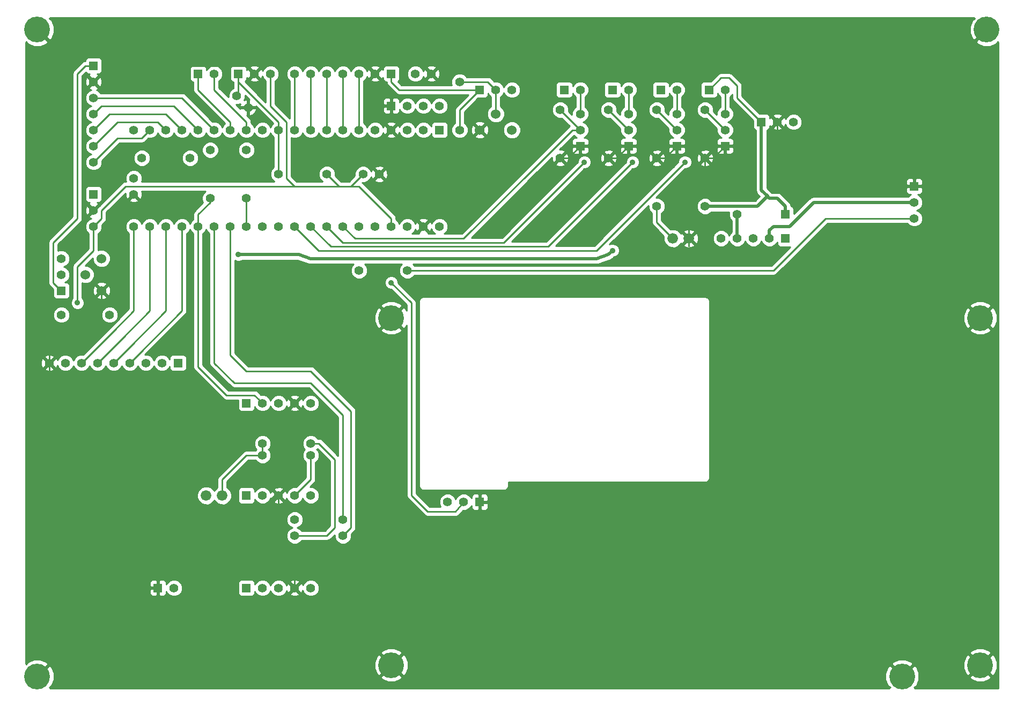
<source format=gbl>
G04 (created by PCBNEW (2013-07-07 BZR 4022)-stable) date 12/23/2015 4:52:50 PM*
%MOIN*%
G04 Gerber Fmt 3.4, Leading zero omitted, Abs format*
%FSLAX34Y34*%
G01*
G70*
G90*
G04 APERTURE LIST*
%ADD10C,0.00590551*%
%ADD11R,0.055X0.055*%
%ADD12C,0.055*%
%ADD13C,0.06*%
%ADD14C,0.066*%
%ADD15C,0.16*%
%ADD16C,0.035*%
%ADD17C,0.02*%
%ADD18C,0.01*%
G04 APERTURE END LIST*
G54D10*
G54D11*
X32750Y-43000D03*
G54D12*
X31750Y-43000D03*
X30750Y-43000D03*
X29750Y-43000D03*
X28750Y-43000D03*
X27750Y-43000D03*
X26750Y-43000D03*
X25750Y-43000D03*
X24750Y-43000D03*
G54D11*
X46000Y-25000D03*
G54D12*
X45000Y-25000D03*
X44000Y-25000D03*
X43000Y-25000D03*
X42000Y-25000D03*
X41000Y-25000D03*
X40000Y-25000D03*
G54D11*
X27500Y-24500D03*
G54D12*
X27500Y-25500D03*
X27500Y-26500D03*
X27500Y-27500D03*
X27500Y-28500D03*
X27500Y-29500D03*
X27500Y-30500D03*
G54D11*
X37000Y-51250D03*
G54D12*
X38000Y-51250D03*
X39000Y-51250D03*
X40000Y-51250D03*
X41000Y-51250D03*
G54D11*
X37000Y-45500D03*
G54D12*
X38000Y-45500D03*
X39000Y-45500D03*
X40000Y-45500D03*
X41000Y-45500D03*
G54D11*
X37000Y-57000D03*
G54D12*
X38000Y-57000D03*
X39000Y-57000D03*
X40000Y-57000D03*
X41000Y-57000D03*
G54D11*
X70500Y-35250D03*
G54D12*
X69500Y-35250D03*
X68500Y-35250D03*
X67500Y-35250D03*
X66500Y-35250D03*
G54D11*
X46000Y-27000D03*
G54D12*
X47000Y-27000D03*
X48000Y-27000D03*
X49000Y-27000D03*
G54D11*
X51500Y-51650D03*
G54D12*
X50500Y-51650D03*
X49500Y-51650D03*
G54D11*
X57750Y-29500D03*
G54D12*
X57750Y-28500D03*
X57750Y-27500D03*
G54D11*
X78500Y-32000D03*
G54D12*
X78500Y-33000D03*
X78500Y-34000D03*
G54D11*
X25500Y-38500D03*
G54D12*
X25500Y-37500D03*
X25500Y-36500D03*
G54D11*
X27500Y-32500D03*
G54D12*
X27500Y-33500D03*
X27500Y-34500D03*
G54D11*
X51500Y-26000D03*
G54D12*
X52500Y-26000D03*
X53500Y-26000D03*
G54D11*
X69000Y-28000D03*
G54D12*
X70000Y-28000D03*
X71000Y-28000D03*
G54D11*
X36500Y-25000D03*
G54D12*
X37500Y-25000D03*
X38500Y-25000D03*
G54D11*
X62750Y-26000D03*
G54D12*
X63750Y-26000D03*
G54D11*
X65750Y-26000D03*
G54D12*
X66750Y-26000D03*
G54D11*
X59750Y-26000D03*
G54D12*
X60750Y-26000D03*
G54D11*
X56750Y-26000D03*
G54D12*
X57750Y-26000D03*
G54D11*
X34000Y-25000D03*
G54D12*
X35000Y-25000D03*
G54D11*
X31500Y-57000D03*
G54D12*
X32500Y-57000D03*
G54D13*
X28000Y-38500D03*
X27000Y-37500D03*
X28000Y-36500D03*
X51500Y-28500D03*
X52500Y-27500D03*
X53500Y-28500D03*
G54D12*
X62500Y-27250D03*
X62500Y-30250D03*
X59500Y-27250D03*
X59500Y-30250D03*
X65500Y-27250D03*
X65500Y-30250D03*
X56500Y-27250D03*
X56500Y-30250D03*
X34750Y-32750D03*
X34750Y-29750D03*
X40000Y-52750D03*
X43000Y-52750D03*
X38000Y-48000D03*
X41000Y-48000D03*
X38000Y-48750D03*
X41000Y-48750D03*
X37000Y-29750D03*
X37000Y-32750D03*
X65500Y-33250D03*
X62500Y-33250D03*
X40000Y-53750D03*
X43000Y-53750D03*
X47000Y-37250D03*
X44000Y-37250D03*
X50250Y-28500D03*
X50250Y-25500D03*
X33500Y-30250D03*
X30500Y-30250D03*
X25500Y-40000D03*
X28500Y-40000D03*
X42000Y-31250D03*
X39000Y-31250D03*
G54D14*
X34500Y-51250D03*
X35500Y-51250D03*
X63500Y-35250D03*
X64500Y-35250D03*
G54D11*
X49000Y-28500D03*
G54D12*
X48000Y-28500D03*
X47000Y-28500D03*
X46000Y-28500D03*
X45000Y-28500D03*
X44000Y-28500D03*
X43000Y-28500D03*
X42000Y-28500D03*
X41000Y-28500D03*
X40000Y-28500D03*
X39000Y-28500D03*
X38000Y-28500D03*
X37000Y-28500D03*
X36000Y-28500D03*
X35000Y-28500D03*
X34000Y-28500D03*
X33000Y-28500D03*
X32000Y-28500D03*
X31000Y-28500D03*
X30000Y-28500D03*
X30000Y-34500D03*
X31000Y-34500D03*
X32000Y-34500D03*
X33000Y-34500D03*
X34000Y-34500D03*
X35000Y-34500D03*
X36000Y-34500D03*
X37000Y-34500D03*
X38000Y-34500D03*
X39000Y-34500D03*
X40000Y-34500D03*
X41000Y-34500D03*
X42000Y-34500D03*
X43000Y-34500D03*
X44000Y-34500D03*
X45000Y-34500D03*
X46000Y-34500D03*
X47000Y-34500D03*
X48000Y-34500D03*
X49000Y-34500D03*
G54D11*
X70500Y-33750D03*
G54D12*
X67500Y-33750D03*
X36396Y-26396D03*
X37103Y-27103D03*
X30000Y-31500D03*
X30000Y-32500D03*
X45250Y-31250D03*
X44250Y-31250D03*
X47500Y-25000D03*
X48500Y-25000D03*
G54D15*
X82600Y-61800D03*
X46000Y-61800D03*
X46000Y-40200D03*
X82600Y-40200D03*
X24000Y-22250D03*
X83000Y-22250D03*
X24000Y-62500D03*
X77750Y-62500D03*
G54D11*
X60750Y-29500D03*
G54D12*
X60750Y-28500D03*
X60750Y-27500D03*
G54D11*
X63750Y-29500D03*
G54D12*
X63750Y-28500D03*
X63750Y-27500D03*
G54D11*
X66750Y-29500D03*
G54D12*
X66750Y-28500D03*
X66750Y-27500D03*
G54D16*
X59750Y-36000D03*
X36500Y-36250D03*
X64250Y-30500D03*
X61000Y-30500D03*
X58000Y-30500D03*
X46000Y-38000D03*
X26500Y-39250D03*
G54D17*
X65500Y-33250D02*
X68750Y-33250D01*
X68750Y-33250D02*
X69375Y-32625D01*
X70500Y-33750D02*
X70500Y-33250D01*
X70500Y-33250D02*
X70000Y-32750D01*
X70000Y-32750D02*
X69500Y-32750D01*
X69500Y-32750D02*
X69375Y-32625D01*
X69000Y-32250D02*
X69000Y-28000D01*
X69375Y-32625D02*
X69000Y-32250D01*
G54D18*
X67500Y-26250D02*
X67500Y-26500D01*
X67500Y-26500D02*
X69000Y-28000D01*
X67500Y-25750D02*
X67000Y-25250D01*
X67500Y-26250D02*
X67500Y-25750D01*
X66500Y-25250D02*
X65750Y-26000D01*
X67000Y-25250D02*
X66500Y-25250D01*
G54D17*
X78500Y-33000D02*
X73250Y-33000D01*
X69500Y-34750D02*
X69750Y-34500D01*
X69750Y-34500D02*
X70750Y-34500D01*
X70750Y-34500D02*
X72250Y-33000D01*
X72250Y-33000D02*
X73250Y-33000D01*
X69500Y-34750D02*
X69500Y-35250D01*
X39250Y-36250D02*
X36500Y-36250D01*
X59750Y-36000D02*
X59500Y-36250D01*
X40250Y-36250D02*
X39250Y-36250D01*
X41000Y-36500D02*
X40250Y-36250D01*
X58750Y-36500D02*
X41000Y-36500D01*
X59500Y-36250D02*
X58750Y-36500D01*
G54D18*
X27500Y-27500D02*
X28000Y-27000D01*
X32500Y-27000D02*
X34000Y-28500D01*
X28000Y-27000D02*
X32500Y-27000D01*
X47000Y-37250D02*
X69750Y-37250D01*
X73000Y-34000D02*
X78500Y-34000D01*
X69750Y-37250D02*
X73000Y-34000D01*
X30250Y-42500D02*
X33000Y-39750D01*
X29750Y-43000D02*
X30250Y-42500D01*
X33000Y-39500D02*
X33000Y-34500D01*
X33000Y-39750D02*
X33000Y-39500D01*
X29250Y-41500D02*
X31000Y-39750D01*
X31000Y-34500D02*
X31000Y-39500D01*
X29250Y-41500D02*
X27750Y-43000D01*
X31000Y-39750D02*
X31000Y-39500D01*
X30000Y-39500D02*
X30000Y-39750D01*
X26750Y-43000D02*
X28750Y-41000D01*
X30000Y-39500D02*
X30000Y-34500D01*
X30000Y-39750D02*
X28750Y-41000D01*
X35000Y-25000D02*
X35000Y-26000D01*
X37000Y-28000D02*
X37000Y-28500D01*
X35000Y-26000D02*
X37000Y-28000D01*
X34000Y-25000D02*
X34000Y-26000D01*
X36000Y-28000D02*
X36000Y-28500D01*
X34000Y-26000D02*
X36000Y-28000D01*
X27500Y-28500D02*
X28500Y-27500D01*
X32000Y-27500D02*
X33000Y-28500D01*
X28500Y-27500D02*
X32000Y-27500D01*
G54D17*
X67500Y-33750D02*
X67500Y-35250D01*
G54D18*
X50250Y-25500D02*
X52000Y-25500D01*
X52000Y-25500D02*
X52500Y-26000D01*
X52500Y-27500D02*
X52500Y-26000D01*
X46000Y-25000D02*
X46000Y-25500D01*
X46500Y-26000D02*
X51500Y-26000D01*
X46000Y-25500D02*
X46500Y-26000D01*
X50250Y-28500D02*
X50250Y-27250D01*
X50250Y-27250D02*
X51500Y-26000D01*
X62500Y-33250D02*
X62500Y-34250D01*
X62500Y-34250D02*
X62750Y-34500D01*
X62750Y-34500D02*
X63500Y-35250D01*
X40000Y-25000D02*
X40000Y-28500D01*
X41000Y-25000D02*
X41000Y-28500D01*
X27500Y-29500D02*
X29000Y-28000D01*
X31500Y-28000D02*
X32000Y-28500D01*
X29000Y-28000D02*
X31500Y-28000D01*
X42000Y-28500D02*
X42000Y-25000D01*
X43000Y-25000D02*
X43000Y-28500D01*
X44000Y-28500D02*
X44000Y-25000D01*
X38000Y-45500D02*
X37750Y-45250D01*
X37500Y-45000D02*
X35750Y-45000D01*
X37500Y-45000D02*
X37750Y-45250D01*
X34000Y-38250D02*
X34000Y-34500D01*
X35750Y-45000D02*
X34000Y-43250D01*
X34000Y-43250D02*
X34000Y-38250D01*
X34750Y-32750D02*
X34750Y-33000D01*
X34000Y-33750D02*
X34000Y-34500D01*
X34750Y-33000D02*
X34000Y-33750D01*
X63750Y-31000D02*
X58750Y-36000D01*
X64250Y-30500D02*
X63750Y-31000D01*
X41500Y-36000D02*
X40000Y-34500D01*
X58750Y-36000D02*
X41500Y-36000D01*
X66750Y-28500D02*
X65500Y-27250D01*
X35000Y-38500D02*
X35000Y-43000D01*
X35000Y-37000D02*
X35000Y-38500D01*
X43000Y-52750D02*
X43000Y-47250D01*
X35000Y-37000D02*
X35000Y-34500D01*
X43000Y-46750D02*
X43000Y-47250D01*
X43000Y-46250D02*
X43000Y-46750D01*
X41000Y-44250D02*
X43000Y-46250D01*
X36250Y-44250D02*
X41000Y-44250D01*
X35000Y-43000D02*
X36250Y-44250D01*
X43500Y-46000D02*
X41000Y-43500D01*
X36000Y-34500D02*
X36000Y-37500D01*
X36000Y-38000D02*
X36000Y-38250D01*
X36000Y-37500D02*
X36000Y-38000D01*
X43500Y-53250D02*
X43500Y-47250D01*
X43500Y-53250D02*
X43000Y-53750D01*
X43500Y-46000D02*
X43500Y-47250D01*
X36000Y-42500D02*
X36000Y-38250D01*
X37000Y-43500D02*
X36000Y-42500D01*
X41000Y-43500D02*
X37000Y-43500D01*
X37000Y-34500D02*
X37000Y-32750D01*
X27500Y-30500D02*
X29000Y-29000D01*
X30500Y-29000D02*
X31000Y-28500D01*
X29000Y-29000D02*
X30500Y-29000D01*
X66750Y-26000D02*
X66750Y-27500D01*
X60500Y-31000D02*
X55750Y-35750D01*
X61000Y-30500D02*
X60500Y-31000D01*
X42250Y-35750D02*
X41000Y-34500D01*
X55750Y-35750D02*
X42250Y-35750D01*
X62500Y-27250D02*
X63750Y-28500D01*
X63750Y-27500D02*
X63750Y-26000D01*
X57500Y-31000D02*
X53000Y-35500D01*
X58000Y-30500D02*
X57500Y-31000D01*
X43000Y-35500D02*
X42000Y-34500D01*
X53000Y-35500D02*
X43000Y-35500D01*
X59500Y-27250D02*
X60750Y-28500D01*
X60750Y-27500D02*
X60750Y-26000D01*
X57750Y-26000D02*
X57750Y-27500D01*
X39000Y-28500D02*
X39000Y-31250D01*
X36500Y-25500D02*
X36500Y-26292D01*
X36500Y-26292D02*
X36396Y-26396D01*
X36500Y-25000D02*
X36500Y-25500D01*
X39000Y-28000D02*
X39000Y-28500D01*
X36500Y-25500D02*
X39000Y-28000D01*
X27500Y-26500D02*
X33000Y-26500D01*
X33000Y-26500D02*
X35000Y-28500D01*
X54750Y-31000D02*
X50500Y-35250D01*
X57750Y-28500D02*
X57250Y-28500D01*
X57250Y-28500D02*
X54750Y-31000D01*
X43750Y-35250D02*
X43000Y-34500D01*
X50500Y-35250D02*
X43750Y-35250D01*
X57750Y-28500D02*
X56500Y-27250D01*
X42500Y-49750D02*
X42500Y-49000D01*
X42500Y-49750D02*
X42500Y-53250D01*
X42500Y-53250D02*
X42000Y-53750D01*
X40000Y-53750D02*
X42000Y-53750D01*
X41500Y-48000D02*
X41000Y-48000D01*
X42500Y-49000D02*
X41500Y-48000D01*
X41000Y-48750D02*
X41000Y-49750D01*
X41000Y-50250D02*
X40000Y-51250D01*
X41000Y-49750D02*
X41000Y-50250D01*
X35500Y-51250D02*
X35500Y-50250D01*
X37000Y-48750D02*
X38000Y-48750D01*
X35500Y-50250D02*
X37000Y-48750D01*
X38000Y-48000D02*
X38000Y-48750D01*
X26500Y-34000D02*
X26500Y-25000D01*
X25000Y-38000D02*
X25000Y-36000D01*
X25000Y-36000D02*
X25000Y-35500D01*
X25000Y-35500D02*
X26500Y-34000D01*
X25500Y-38500D02*
X25000Y-38000D01*
X27000Y-24500D02*
X27500Y-24500D01*
X26500Y-25000D02*
X27000Y-24500D01*
X32000Y-39500D02*
X32000Y-39750D01*
X28750Y-43000D02*
X29750Y-42000D01*
X32000Y-39500D02*
X32000Y-34500D01*
X32000Y-39750D02*
X29750Y-42000D01*
X46000Y-38000D02*
X47250Y-39250D01*
X47250Y-51250D02*
X48250Y-52250D01*
X47250Y-39250D02*
X47250Y-51250D01*
X42000Y-31250D02*
X42750Y-32000D01*
X43000Y-32000D02*
X43500Y-32000D01*
X43500Y-32000D02*
X44250Y-31250D01*
X27500Y-34500D02*
X27500Y-36000D01*
X26500Y-37000D02*
X26500Y-39250D01*
X27500Y-36000D02*
X26500Y-37000D01*
X40000Y-32000D02*
X29500Y-32000D01*
X28000Y-34000D02*
X27500Y-34500D01*
X28000Y-33500D02*
X28000Y-34000D01*
X29500Y-32000D02*
X28000Y-33500D01*
X38500Y-25000D02*
X38500Y-27000D01*
X46000Y-34000D02*
X46000Y-34500D01*
X44000Y-32000D02*
X46000Y-34000D01*
X40000Y-32000D02*
X42750Y-32000D01*
X42750Y-32000D02*
X43000Y-32000D01*
X43000Y-32000D02*
X44000Y-32000D01*
X39500Y-31500D02*
X40000Y-32000D01*
X39500Y-28000D02*
X39500Y-31500D01*
X38500Y-27000D02*
X39500Y-28000D01*
X50000Y-52250D02*
X50500Y-51650D01*
X48250Y-52250D02*
X50000Y-52250D01*
X78500Y-32000D02*
X73250Y-32000D01*
X70000Y-30500D02*
X70000Y-28000D01*
X70000Y-31000D02*
X71000Y-32000D01*
X71000Y-32000D02*
X73250Y-32000D01*
X70000Y-30500D02*
X70000Y-31000D01*
X40000Y-57000D02*
X40000Y-55250D01*
X40000Y-55250D02*
X39250Y-54500D01*
X39000Y-54250D02*
X39000Y-51250D01*
X39250Y-54500D02*
X39000Y-54250D01*
X31500Y-54000D02*
X31500Y-53750D01*
X31500Y-53750D02*
X32000Y-53750D01*
X31500Y-54000D02*
X31500Y-57000D01*
X24750Y-47000D02*
X31500Y-53750D01*
X24750Y-43000D02*
X24750Y-47000D01*
X38750Y-51250D02*
X39000Y-51250D01*
X38750Y-51250D02*
X36250Y-53750D01*
X31750Y-53750D02*
X32000Y-53750D01*
X32000Y-53750D02*
X36250Y-53750D01*
X65500Y-30250D02*
X65500Y-31750D01*
X64500Y-32750D02*
X64500Y-35250D01*
X65500Y-31750D02*
X64500Y-32750D01*
X65500Y-30250D02*
X66000Y-30250D01*
X66000Y-30250D02*
X66750Y-29500D01*
X63750Y-29500D02*
X66750Y-29500D01*
X60750Y-29500D02*
X63750Y-29500D01*
X57750Y-29500D02*
X60750Y-29500D01*
X56500Y-30250D02*
X57000Y-30250D01*
X57000Y-30250D02*
X57750Y-29500D01*
X59500Y-30250D02*
X60000Y-30250D01*
X60000Y-30250D02*
X60750Y-29500D01*
X62500Y-30250D02*
X63000Y-30250D01*
X63000Y-30250D02*
X63750Y-29500D01*
X28000Y-38500D02*
X28000Y-39000D01*
X24750Y-42250D02*
X24750Y-43000D01*
X28000Y-39000D02*
X24750Y-42250D01*
X37500Y-25000D02*
X37000Y-24500D01*
X28500Y-24500D02*
X27500Y-25500D01*
X37000Y-24500D02*
X28500Y-24500D01*
X64500Y-35750D02*
X64500Y-35250D01*
G54D10*
G36*
X38666Y-28090D02*
X38555Y-28202D01*
X38499Y-28335D01*
X38445Y-28203D01*
X38297Y-28055D01*
X38104Y-27975D01*
X37896Y-27974D01*
X37703Y-28054D01*
X37622Y-28135D01*
X37622Y-27236D01*
X37573Y-27153D01*
X37153Y-27153D01*
X37153Y-27573D01*
X37236Y-27622D01*
X37424Y-27531D01*
X37564Y-27376D01*
X37622Y-27236D01*
X37622Y-28135D01*
X37555Y-28202D01*
X37499Y-28335D01*
X37445Y-28203D01*
X37300Y-28057D01*
X37300Y-28000D01*
X37299Y-27999D01*
X37277Y-27885D01*
X37212Y-27787D01*
X37212Y-27787D01*
X37018Y-27594D01*
X37053Y-27573D01*
X37053Y-27224D01*
X37097Y-27179D01*
X37027Y-27109D01*
X36982Y-27153D01*
X36633Y-27153D01*
X36612Y-27188D01*
X36345Y-26921D01*
X36500Y-26921D01*
X36627Y-26869D01*
X36584Y-26970D01*
X36633Y-27053D01*
X36982Y-27053D01*
X37027Y-27097D01*
X37097Y-27027D01*
X37053Y-26982D01*
X37053Y-26633D01*
X36970Y-26584D01*
X36865Y-26635D01*
X36921Y-26501D01*
X36921Y-26345D01*
X37188Y-26612D01*
X37153Y-26633D01*
X37153Y-26982D01*
X37109Y-27027D01*
X37179Y-27097D01*
X37224Y-27053D01*
X37573Y-27053D01*
X37594Y-27018D01*
X38666Y-28090D01*
X38666Y-28090D01*
G37*
G54D18*
X38666Y-28090D02*
X38555Y-28202D01*
X38499Y-28335D01*
X38445Y-28203D01*
X38297Y-28055D01*
X38104Y-27975D01*
X37896Y-27974D01*
X37703Y-28054D01*
X37622Y-28135D01*
X37622Y-27236D01*
X37573Y-27153D01*
X37153Y-27153D01*
X37153Y-27573D01*
X37236Y-27622D01*
X37424Y-27531D01*
X37564Y-27376D01*
X37622Y-27236D01*
X37622Y-28135D01*
X37555Y-28202D01*
X37499Y-28335D01*
X37445Y-28203D01*
X37300Y-28057D01*
X37300Y-28000D01*
X37299Y-27999D01*
X37277Y-27885D01*
X37212Y-27787D01*
X37212Y-27787D01*
X37018Y-27594D01*
X37053Y-27573D01*
X37053Y-27224D01*
X37097Y-27179D01*
X37027Y-27109D01*
X36982Y-27153D01*
X36633Y-27153D01*
X36612Y-27188D01*
X36345Y-26921D01*
X36500Y-26921D01*
X36627Y-26869D01*
X36584Y-26970D01*
X36633Y-27053D01*
X36982Y-27053D01*
X37027Y-27097D01*
X37097Y-27027D01*
X37053Y-26982D01*
X37053Y-26633D01*
X36970Y-26584D01*
X36865Y-26635D01*
X36921Y-26501D01*
X36921Y-26345D01*
X37188Y-26612D01*
X37153Y-26633D01*
X37153Y-26982D01*
X37109Y-27027D01*
X37179Y-27097D01*
X37224Y-27053D01*
X37573Y-27053D01*
X37594Y-27018D01*
X38666Y-28090D01*
G54D10*
G36*
X83730Y-63230D02*
X83676Y-63230D01*
X83651Y-63230D01*
X83651Y-62001D01*
X83651Y-40401D01*
X83648Y-39983D01*
X83494Y-39611D01*
X83347Y-39523D01*
X83276Y-39594D01*
X83276Y-39452D01*
X83188Y-39305D01*
X82801Y-39148D01*
X82383Y-39151D01*
X82011Y-39305D01*
X81923Y-39452D01*
X82600Y-40129D01*
X83276Y-39452D01*
X83276Y-39594D01*
X82670Y-40200D01*
X83347Y-40876D01*
X83494Y-40788D01*
X83651Y-40401D01*
X83651Y-62001D01*
X83648Y-61583D01*
X83494Y-61211D01*
X83347Y-61123D01*
X83276Y-61194D01*
X83276Y-61052D01*
X83276Y-40947D01*
X82600Y-40270D01*
X82529Y-40341D01*
X82529Y-40200D01*
X81852Y-39523D01*
X81705Y-39611D01*
X81548Y-39998D01*
X81551Y-40416D01*
X81705Y-40788D01*
X81852Y-40876D01*
X82529Y-40200D01*
X82529Y-40341D01*
X81923Y-40947D01*
X82011Y-41094D01*
X82398Y-41251D01*
X82816Y-41248D01*
X83188Y-41094D01*
X83276Y-40947D01*
X83276Y-61052D01*
X83188Y-60905D01*
X82801Y-60748D01*
X82383Y-60751D01*
X82011Y-60905D01*
X81923Y-61052D01*
X82600Y-61729D01*
X83276Y-61052D01*
X83276Y-61194D01*
X82670Y-61800D01*
X83347Y-62476D01*
X83494Y-62388D01*
X83651Y-62001D01*
X83651Y-63230D01*
X83276Y-63230D01*
X83276Y-62547D01*
X82600Y-61870D01*
X82529Y-61941D01*
X82529Y-61800D01*
X81852Y-61123D01*
X81705Y-61211D01*
X81548Y-61598D01*
X81551Y-62016D01*
X81705Y-62388D01*
X81852Y-62476D01*
X82529Y-61800D01*
X82529Y-61941D01*
X81923Y-62547D01*
X82011Y-62694D01*
X82398Y-62851D01*
X82816Y-62848D01*
X83188Y-62694D01*
X83276Y-62547D01*
X83276Y-63230D01*
X79025Y-63230D01*
X79025Y-33896D01*
X78945Y-33703D01*
X78797Y-33555D01*
X78664Y-33499D01*
X78797Y-33445D01*
X78944Y-33297D01*
X79024Y-33104D01*
X79025Y-32896D01*
X78945Y-32703D01*
X78797Y-32555D01*
X78725Y-32525D01*
X78725Y-32525D01*
X78824Y-32524D01*
X78916Y-32486D01*
X78987Y-32416D01*
X79025Y-32324D01*
X79025Y-31675D01*
X78987Y-31583D01*
X78916Y-31513D01*
X78824Y-31475D01*
X78725Y-31474D01*
X78612Y-31475D01*
X78550Y-31537D01*
X78550Y-31950D01*
X78962Y-31950D01*
X79025Y-31887D01*
X79025Y-31675D01*
X79025Y-32324D01*
X79025Y-32112D01*
X78962Y-32050D01*
X78550Y-32050D01*
X78550Y-32057D01*
X78450Y-32057D01*
X78450Y-32050D01*
X78450Y-31950D01*
X78450Y-31537D01*
X78387Y-31475D01*
X78274Y-31474D01*
X78175Y-31475D01*
X78083Y-31513D01*
X78012Y-31583D01*
X77974Y-31675D01*
X77975Y-31887D01*
X78037Y-31950D01*
X78450Y-31950D01*
X78450Y-32050D01*
X78037Y-32050D01*
X77975Y-32112D01*
X77974Y-32324D01*
X78012Y-32416D01*
X78083Y-32486D01*
X78175Y-32524D01*
X78274Y-32525D01*
X78274Y-32525D01*
X78203Y-32554D01*
X78107Y-32650D01*
X73250Y-32650D01*
X72250Y-32650D01*
X72116Y-32676D01*
X72002Y-32752D01*
X72002Y-32752D01*
X71525Y-33229D01*
X71525Y-27896D01*
X71445Y-27703D01*
X71297Y-27555D01*
X71104Y-27475D01*
X70896Y-27474D01*
X70703Y-27554D01*
X70555Y-27702D01*
X70502Y-27828D01*
X70460Y-27727D01*
X70367Y-27702D01*
X70297Y-27773D01*
X70297Y-27632D01*
X70272Y-27539D01*
X70075Y-27470D01*
X69867Y-27481D01*
X69727Y-27539D01*
X69702Y-27632D01*
X70000Y-27929D01*
X70297Y-27632D01*
X70297Y-27773D01*
X70070Y-28000D01*
X70367Y-28297D01*
X70460Y-28272D01*
X70499Y-28162D01*
X70554Y-28297D01*
X70702Y-28444D01*
X70895Y-28524D01*
X71103Y-28525D01*
X71297Y-28445D01*
X71444Y-28297D01*
X71524Y-28104D01*
X71525Y-27896D01*
X71525Y-33229D01*
X71025Y-33729D01*
X71025Y-33425D01*
X70987Y-33333D01*
X70916Y-33263D01*
X70846Y-33234D01*
X70823Y-33116D01*
X70823Y-33116D01*
X70747Y-33002D01*
X70297Y-32552D01*
X70297Y-28367D01*
X70000Y-28070D01*
X69702Y-28367D01*
X69727Y-28460D01*
X69924Y-28529D01*
X70132Y-28518D01*
X70272Y-28460D01*
X70297Y-28367D01*
X70297Y-32552D01*
X70247Y-32502D01*
X70133Y-32426D01*
X70000Y-32400D01*
X69644Y-32400D01*
X69622Y-32377D01*
X69350Y-32105D01*
X69350Y-28514D01*
X69416Y-28487D01*
X69486Y-28416D01*
X69524Y-28324D01*
X69525Y-28237D01*
X69539Y-28272D01*
X69632Y-28297D01*
X69929Y-28000D01*
X69632Y-27702D01*
X69539Y-27727D01*
X69525Y-27768D01*
X69525Y-27675D01*
X69487Y-27583D01*
X69416Y-27513D01*
X69324Y-27475D01*
X69225Y-27474D01*
X68899Y-27474D01*
X67800Y-26375D01*
X67800Y-26250D01*
X67800Y-25750D01*
X67777Y-25635D01*
X67712Y-25537D01*
X67712Y-25537D01*
X67212Y-25037D01*
X67114Y-24972D01*
X67000Y-24950D01*
X66500Y-24950D01*
X66385Y-24972D01*
X66287Y-25037D01*
X65850Y-25474D01*
X65425Y-25474D01*
X65333Y-25512D01*
X65263Y-25583D01*
X65225Y-25675D01*
X65224Y-25774D01*
X65224Y-26324D01*
X65262Y-26416D01*
X65333Y-26486D01*
X65425Y-26524D01*
X65524Y-26525D01*
X66074Y-26525D01*
X66166Y-26487D01*
X66236Y-26416D01*
X66274Y-26324D01*
X66275Y-26225D01*
X66275Y-26225D01*
X66304Y-26297D01*
X66450Y-26442D01*
X66450Y-27057D01*
X66305Y-27202D01*
X66225Y-27395D01*
X66224Y-27550D01*
X66024Y-27350D01*
X66025Y-27146D01*
X65945Y-26953D01*
X65797Y-26805D01*
X65604Y-26725D01*
X65396Y-26724D01*
X65203Y-26804D01*
X65055Y-26952D01*
X64975Y-27145D01*
X64974Y-27353D01*
X65054Y-27547D01*
X65202Y-27694D01*
X65395Y-27774D01*
X65600Y-27775D01*
X66225Y-28399D01*
X66224Y-28603D01*
X66304Y-28797D01*
X66452Y-28944D01*
X66524Y-28974D01*
X66524Y-28974D01*
X66425Y-28975D01*
X66333Y-29013D01*
X66262Y-29083D01*
X66224Y-29175D01*
X66225Y-29387D01*
X66287Y-29450D01*
X66700Y-29450D01*
X66700Y-29442D01*
X66800Y-29442D01*
X66800Y-29450D01*
X67212Y-29450D01*
X67275Y-29387D01*
X67275Y-29175D01*
X67237Y-29083D01*
X67166Y-29013D01*
X67074Y-28975D01*
X66975Y-28974D01*
X66975Y-28974D01*
X67047Y-28945D01*
X67194Y-28797D01*
X67274Y-28604D01*
X67275Y-28396D01*
X67195Y-28203D01*
X67047Y-28055D01*
X66914Y-27999D01*
X67047Y-27945D01*
X67194Y-27797D01*
X67274Y-27604D01*
X67275Y-27396D01*
X67195Y-27203D01*
X67050Y-27057D01*
X67050Y-26442D01*
X67194Y-26297D01*
X67200Y-26285D01*
X67200Y-26500D01*
X67222Y-26614D01*
X67287Y-26712D01*
X68474Y-27899D01*
X68474Y-28324D01*
X68512Y-28416D01*
X68583Y-28486D01*
X68650Y-28514D01*
X68650Y-32250D01*
X68676Y-32383D01*
X68752Y-32497D01*
X68880Y-32625D01*
X68605Y-32900D01*
X67275Y-32900D01*
X67275Y-29824D01*
X67275Y-29612D01*
X67212Y-29550D01*
X66800Y-29550D01*
X66800Y-29962D01*
X66862Y-30025D01*
X66975Y-30025D01*
X67074Y-30024D01*
X67166Y-29986D01*
X67237Y-29916D01*
X67275Y-29824D01*
X67275Y-32900D01*
X66700Y-32900D01*
X66700Y-29962D01*
X66700Y-29550D01*
X66287Y-29550D01*
X66225Y-29612D01*
X66224Y-29824D01*
X66262Y-29916D01*
X66333Y-29986D01*
X66425Y-30024D01*
X66524Y-30025D01*
X66637Y-30025D01*
X66700Y-29962D01*
X66700Y-32900D01*
X66029Y-32900D01*
X66029Y-30325D01*
X66018Y-30117D01*
X65960Y-29977D01*
X65867Y-29952D01*
X65797Y-30023D01*
X65797Y-29882D01*
X65772Y-29789D01*
X65575Y-29720D01*
X65367Y-29731D01*
X65227Y-29789D01*
X65202Y-29882D01*
X65500Y-30179D01*
X65797Y-29882D01*
X65797Y-30023D01*
X65570Y-30250D01*
X65867Y-30547D01*
X65960Y-30522D01*
X66029Y-30325D01*
X66029Y-32900D01*
X65892Y-32900D01*
X65797Y-32805D01*
X65797Y-32804D01*
X65797Y-30617D01*
X65500Y-30320D01*
X65429Y-30391D01*
X65429Y-30250D01*
X65132Y-29952D01*
X65039Y-29977D01*
X64970Y-30174D01*
X64981Y-30382D01*
X65039Y-30522D01*
X65132Y-30547D01*
X65429Y-30250D01*
X65429Y-30391D01*
X65202Y-30617D01*
X65227Y-30710D01*
X65424Y-30779D01*
X65632Y-30768D01*
X65772Y-30710D01*
X65797Y-30617D01*
X65797Y-32804D01*
X65604Y-32725D01*
X65396Y-32724D01*
X65203Y-32804D01*
X65055Y-32952D01*
X64975Y-33145D01*
X64974Y-33353D01*
X65054Y-33547D01*
X65202Y-33694D01*
X65395Y-33774D01*
X65603Y-33775D01*
X65797Y-33695D01*
X65892Y-33600D01*
X66993Y-33600D01*
X66975Y-33645D01*
X66974Y-33853D01*
X67054Y-34047D01*
X67150Y-34142D01*
X67150Y-34857D01*
X67055Y-34952D01*
X66999Y-35085D01*
X66945Y-34953D01*
X66797Y-34805D01*
X66604Y-34725D01*
X66396Y-34724D01*
X66203Y-34804D01*
X66055Y-34952D01*
X65975Y-35145D01*
X65974Y-35353D01*
X66054Y-35547D01*
X66202Y-35694D01*
X66395Y-35774D01*
X66603Y-35775D01*
X66797Y-35695D01*
X66944Y-35547D01*
X67000Y-35414D01*
X67054Y-35547D01*
X67202Y-35694D01*
X67395Y-35774D01*
X67603Y-35775D01*
X67797Y-35695D01*
X67944Y-35547D01*
X68000Y-35414D01*
X68054Y-35547D01*
X68202Y-35694D01*
X68395Y-35774D01*
X68603Y-35775D01*
X68797Y-35695D01*
X68944Y-35547D01*
X69000Y-35414D01*
X69054Y-35547D01*
X69202Y-35694D01*
X69395Y-35774D01*
X69603Y-35775D01*
X69797Y-35695D01*
X69944Y-35547D01*
X69974Y-35475D01*
X69974Y-35574D01*
X70012Y-35666D01*
X70083Y-35736D01*
X70175Y-35774D01*
X70274Y-35775D01*
X70800Y-35775D01*
X69625Y-36950D01*
X65084Y-36950D01*
X65084Y-35338D01*
X65074Y-35108D01*
X65006Y-34944D01*
X64907Y-34913D01*
X64836Y-34983D01*
X64836Y-34842D01*
X64805Y-34743D01*
X64588Y-34665D01*
X64358Y-34675D01*
X64194Y-34743D01*
X64163Y-34842D01*
X64500Y-35179D01*
X64836Y-34842D01*
X64836Y-34983D01*
X64570Y-35250D01*
X64907Y-35586D01*
X65006Y-35555D01*
X65084Y-35338D01*
X65084Y-36950D01*
X64836Y-36950D01*
X64836Y-35657D01*
X64500Y-35320D01*
X64163Y-35657D01*
X64194Y-35756D01*
X64411Y-35834D01*
X64641Y-35824D01*
X64805Y-35756D01*
X64836Y-35657D01*
X64836Y-36950D01*
X47442Y-36950D01*
X47342Y-36850D01*
X58750Y-36850D01*
X58804Y-36839D01*
X58860Y-36832D01*
X59610Y-36582D01*
X59622Y-36575D01*
X59633Y-36573D01*
X59674Y-36545D01*
X59729Y-36515D01*
X59737Y-36503D01*
X59747Y-36497D01*
X59819Y-36425D01*
X59834Y-36425D01*
X59990Y-36360D01*
X60110Y-36241D01*
X60174Y-36084D01*
X60175Y-35915D01*
X60110Y-35759D01*
X59991Y-35639D01*
X59834Y-35575D01*
X59665Y-35574D01*
X59552Y-35621D01*
X61975Y-33199D01*
X61974Y-33353D01*
X62054Y-33547D01*
X62200Y-33692D01*
X62200Y-34250D01*
X62222Y-34364D01*
X62287Y-34462D01*
X62537Y-34712D01*
X62537Y-34712D01*
X62537Y-34712D01*
X62931Y-35106D01*
X62920Y-35134D01*
X62919Y-35364D01*
X63008Y-35578D01*
X63171Y-35741D01*
X63384Y-35829D01*
X63614Y-35830D01*
X63828Y-35741D01*
X63991Y-35578D01*
X64000Y-35557D01*
X64092Y-35586D01*
X64429Y-35250D01*
X64092Y-34913D01*
X64000Y-34942D01*
X63991Y-34921D01*
X63828Y-34758D01*
X63615Y-34670D01*
X63385Y-34669D01*
X63356Y-34681D01*
X62962Y-34287D01*
X62962Y-34287D01*
X62962Y-34287D01*
X62800Y-34125D01*
X62800Y-33692D01*
X62944Y-33547D01*
X63024Y-33354D01*
X63025Y-33146D01*
X62945Y-32953D01*
X62797Y-32805D01*
X62604Y-32725D01*
X62449Y-32724D01*
X63962Y-31212D01*
X63962Y-31212D01*
X63962Y-31212D01*
X64249Y-30924D01*
X64334Y-30925D01*
X64490Y-30860D01*
X64610Y-30741D01*
X64674Y-30584D01*
X64675Y-30415D01*
X64610Y-30259D01*
X64491Y-30139D01*
X64334Y-30075D01*
X64275Y-30075D01*
X64275Y-28396D01*
X64195Y-28203D01*
X64047Y-28055D01*
X63914Y-27999D01*
X64047Y-27945D01*
X64194Y-27797D01*
X64274Y-27604D01*
X64275Y-27396D01*
X64195Y-27203D01*
X64050Y-27057D01*
X64050Y-26442D01*
X64194Y-26297D01*
X64274Y-26104D01*
X64275Y-25896D01*
X64195Y-25703D01*
X64047Y-25555D01*
X63854Y-25475D01*
X63646Y-25474D01*
X63453Y-25554D01*
X63305Y-25702D01*
X63275Y-25774D01*
X63275Y-25675D01*
X63237Y-25583D01*
X63166Y-25513D01*
X63074Y-25475D01*
X62975Y-25474D01*
X62425Y-25474D01*
X62333Y-25512D01*
X62263Y-25583D01*
X62225Y-25675D01*
X62224Y-25774D01*
X62224Y-26324D01*
X62262Y-26416D01*
X62333Y-26486D01*
X62425Y-26524D01*
X62524Y-26525D01*
X63074Y-26525D01*
X63166Y-26487D01*
X63236Y-26416D01*
X63274Y-26324D01*
X63275Y-26225D01*
X63275Y-26225D01*
X63304Y-26297D01*
X63450Y-26442D01*
X63450Y-27057D01*
X63305Y-27202D01*
X63225Y-27395D01*
X63224Y-27550D01*
X63024Y-27350D01*
X63025Y-27146D01*
X62945Y-26953D01*
X62797Y-26805D01*
X62604Y-26725D01*
X62396Y-26724D01*
X62203Y-26804D01*
X62055Y-26952D01*
X61975Y-27145D01*
X61974Y-27353D01*
X62054Y-27547D01*
X62202Y-27694D01*
X62395Y-27774D01*
X62600Y-27775D01*
X63225Y-28399D01*
X63224Y-28603D01*
X63304Y-28797D01*
X63452Y-28944D01*
X63524Y-28974D01*
X63524Y-28974D01*
X63425Y-28975D01*
X63333Y-29013D01*
X63262Y-29083D01*
X63224Y-29175D01*
X63225Y-29387D01*
X63287Y-29450D01*
X63700Y-29450D01*
X63700Y-29442D01*
X63800Y-29442D01*
X63800Y-29450D01*
X64212Y-29450D01*
X64275Y-29387D01*
X64275Y-29175D01*
X64237Y-29083D01*
X64166Y-29013D01*
X64074Y-28975D01*
X63975Y-28974D01*
X63975Y-28974D01*
X64047Y-28945D01*
X64194Y-28797D01*
X64274Y-28604D01*
X64275Y-28396D01*
X64275Y-30075D01*
X64275Y-30075D01*
X64275Y-29824D01*
X64275Y-29612D01*
X64212Y-29550D01*
X63800Y-29550D01*
X63800Y-29962D01*
X63862Y-30025D01*
X63975Y-30025D01*
X64074Y-30024D01*
X64166Y-29986D01*
X64237Y-29916D01*
X64275Y-29824D01*
X64275Y-30075D01*
X64165Y-30074D01*
X64009Y-30139D01*
X63889Y-30258D01*
X63825Y-30415D01*
X63824Y-30500D01*
X63700Y-30625D01*
X63700Y-29962D01*
X63700Y-29550D01*
X63287Y-29550D01*
X63225Y-29612D01*
X63224Y-29824D01*
X63262Y-29916D01*
X63333Y-29986D01*
X63425Y-30024D01*
X63524Y-30025D01*
X63637Y-30025D01*
X63700Y-29962D01*
X63700Y-30625D01*
X63537Y-30787D01*
X63537Y-30787D01*
X63029Y-31295D01*
X63029Y-30325D01*
X63018Y-30117D01*
X62960Y-29977D01*
X62867Y-29952D01*
X62797Y-30023D01*
X62797Y-29882D01*
X62772Y-29789D01*
X62575Y-29720D01*
X62367Y-29731D01*
X62227Y-29789D01*
X62202Y-29882D01*
X62500Y-30179D01*
X62797Y-29882D01*
X62797Y-30023D01*
X62570Y-30250D01*
X62867Y-30547D01*
X62960Y-30522D01*
X63029Y-30325D01*
X63029Y-31295D01*
X62797Y-31528D01*
X62797Y-30617D01*
X62500Y-30320D01*
X62429Y-30391D01*
X62429Y-30250D01*
X62132Y-29952D01*
X62039Y-29977D01*
X61970Y-30174D01*
X61981Y-30382D01*
X62039Y-30522D01*
X62132Y-30547D01*
X62429Y-30250D01*
X62429Y-30391D01*
X62202Y-30617D01*
X62227Y-30710D01*
X62424Y-30779D01*
X62632Y-30768D01*
X62772Y-30710D01*
X62797Y-30617D01*
X62797Y-31528D01*
X58625Y-35700D01*
X56224Y-35700D01*
X60712Y-31212D01*
X60712Y-31212D01*
X60712Y-31212D01*
X60999Y-30924D01*
X61084Y-30925D01*
X61240Y-30860D01*
X61360Y-30741D01*
X61424Y-30584D01*
X61425Y-30415D01*
X61360Y-30259D01*
X61275Y-30174D01*
X61275Y-28396D01*
X61195Y-28203D01*
X61047Y-28055D01*
X60914Y-27999D01*
X61047Y-27945D01*
X61194Y-27797D01*
X61274Y-27604D01*
X61275Y-27396D01*
X61195Y-27203D01*
X61050Y-27057D01*
X61050Y-26442D01*
X61194Y-26297D01*
X61274Y-26104D01*
X61275Y-25896D01*
X61195Y-25703D01*
X61047Y-25555D01*
X60854Y-25475D01*
X60646Y-25474D01*
X60453Y-25554D01*
X60305Y-25702D01*
X60275Y-25774D01*
X60275Y-25675D01*
X60237Y-25583D01*
X60166Y-25513D01*
X60074Y-25475D01*
X59975Y-25474D01*
X59425Y-25474D01*
X59333Y-25512D01*
X59263Y-25583D01*
X59225Y-25675D01*
X59224Y-25774D01*
X59224Y-26324D01*
X59262Y-26416D01*
X59333Y-26486D01*
X59425Y-26524D01*
X59524Y-26525D01*
X60074Y-26525D01*
X60166Y-26487D01*
X60236Y-26416D01*
X60274Y-26324D01*
X60275Y-26225D01*
X60275Y-26225D01*
X60304Y-26297D01*
X60450Y-26442D01*
X60450Y-27057D01*
X60305Y-27202D01*
X60225Y-27395D01*
X60224Y-27550D01*
X60024Y-27350D01*
X60025Y-27146D01*
X59945Y-26953D01*
X59797Y-26805D01*
X59604Y-26725D01*
X59396Y-26724D01*
X59203Y-26804D01*
X59055Y-26952D01*
X58975Y-27145D01*
X58974Y-27353D01*
X59054Y-27547D01*
X59202Y-27694D01*
X59395Y-27774D01*
X59600Y-27775D01*
X60225Y-28399D01*
X60224Y-28603D01*
X60304Y-28797D01*
X60452Y-28944D01*
X60524Y-28974D01*
X60524Y-28974D01*
X60425Y-28975D01*
X60333Y-29013D01*
X60262Y-29083D01*
X60224Y-29175D01*
X60225Y-29387D01*
X60287Y-29450D01*
X60700Y-29450D01*
X60700Y-29442D01*
X60800Y-29442D01*
X60800Y-29450D01*
X61212Y-29450D01*
X61275Y-29387D01*
X61275Y-29175D01*
X61237Y-29083D01*
X61166Y-29013D01*
X61074Y-28975D01*
X60975Y-28974D01*
X60975Y-28974D01*
X61047Y-28945D01*
X61194Y-28797D01*
X61274Y-28604D01*
X61275Y-28396D01*
X61275Y-30174D01*
X61275Y-30173D01*
X61275Y-29824D01*
X61275Y-29612D01*
X61212Y-29550D01*
X60800Y-29550D01*
X60800Y-29962D01*
X60862Y-30025D01*
X60975Y-30025D01*
X61074Y-30024D01*
X61166Y-29986D01*
X61237Y-29916D01*
X61275Y-29824D01*
X61275Y-30173D01*
X61241Y-30139D01*
X61084Y-30075D01*
X60915Y-30074D01*
X60759Y-30139D01*
X60700Y-30198D01*
X60700Y-29962D01*
X60700Y-29550D01*
X60287Y-29550D01*
X60225Y-29612D01*
X60224Y-29824D01*
X60262Y-29916D01*
X60333Y-29986D01*
X60425Y-30024D01*
X60524Y-30025D01*
X60637Y-30025D01*
X60700Y-29962D01*
X60700Y-30198D01*
X60639Y-30258D01*
X60575Y-30415D01*
X60574Y-30500D01*
X60287Y-30787D01*
X60287Y-30787D01*
X60029Y-31045D01*
X60029Y-30325D01*
X60018Y-30117D01*
X59960Y-29977D01*
X59867Y-29952D01*
X59797Y-30023D01*
X59797Y-29882D01*
X59772Y-29789D01*
X59575Y-29720D01*
X59367Y-29731D01*
X59227Y-29789D01*
X59202Y-29882D01*
X59500Y-30179D01*
X59797Y-29882D01*
X59797Y-30023D01*
X59570Y-30250D01*
X59867Y-30547D01*
X59960Y-30522D01*
X60029Y-30325D01*
X60029Y-31045D01*
X59797Y-31278D01*
X59797Y-30617D01*
X59500Y-30320D01*
X59429Y-30391D01*
X59429Y-30250D01*
X59132Y-29952D01*
X59039Y-29977D01*
X58970Y-30174D01*
X58981Y-30382D01*
X59039Y-30522D01*
X59132Y-30547D01*
X59429Y-30250D01*
X59429Y-30391D01*
X59202Y-30617D01*
X59227Y-30710D01*
X59424Y-30779D01*
X59632Y-30768D01*
X59772Y-30710D01*
X59797Y-30617D01*
X59797Y-31278D01*
X55625Y-35450D01*
X53474Y-35450D01*
X57712Y-31212D01*
X57999Y-30924D01*
X58084Y-30925D01*
X58240Y-30860D01*
X58360Y-30741D01*
X58424Y-30584D01*
X58425Y-30415D01*
X58360Y-30259D01*
X58275Y-30173D01*
X58275Y-29824D01*
X58275Y-29612D01*
X58212Y-29550D01*
X57800Y-29550D01*
X57800Y-29962D01*
X57862Y-30025D01*
X57975Y-30025D01*
X58074Y-30024D01*
X58166Y-29986D01*
X58237Y-29916D01*
X58275Y-29824D01*
X58275Y-30173D01*
X58241Y-30139D01*
X58084Y-30075D01*
X57915Y-30074D01*
X57759Y-30139D01*
X57700Y-30198D01*
X57700Y-29962D01*
X57700Y-29550D01*
X57287Y-29550D01*
X57225Y-29612D01*
X57224Y-29824D01*
X57262Y-29916D01*
X57333Y-29986D01*
X57425Y-30024D01*
X57524Y-30025D01*
X57637Y-30025D01*
X57700Y-29962D01*
X57700Y-30198D01*
X57639Y-30258D01*
X57575Y-30415D01*
X57574Y-30500D01*
X57287Y-30787D01*
X57029Y-31045D01*
X57029Y-30325D01*
X57018Y-30117D01*
X56960Y-29977D01*
X56867Y-29952D01*
X56570Y-30250D01*
X56867Y-30547D01*
X56960Y-30522D01*
X57029Y-30325D01*
X57029Y-31045D01*
X56797Y-31278D01*
X56797Y-30617D01*
X56500Y-30320D01*
X56202Y-30617D01*
X56227Y-30710D01*
X56424Y-30779D01*
X56632Y-30768D01*
X56772Y-30710D01*
X56797Y-30617D01*
X56797Y-31278D01*
X52875Y-35200D01*
X50974Y-35200D01*
X54962Y-31212D01*
X54962Y-31212D01*
X54962Y-31212D01*
X55971Y-30202D01*
X55981Y-30382D01*
X56039Y-30522D01*
X56132Y-30547D01*
X56429Y-30250D01*
X56423Y-30244D01*
X56494Y-30173D01*
X56500Y-30179D01*
X56797Y-29882D01*
X56772Y-29789D01*
X56575Y-29720D01*
X56447Y-29727D01*
X57340Y-28833D01*
X57452Y-28944D01*
X57524Y-28974D01*
X57524Y-28974D01*
X57425Y-28975D01*
X57333Y-29013D01*
X57262Y-29083D01*
X57224Y-29175D01*
X57225Y-29387D01*
X57287Y-29450D01*
X57700Y-29450D01*
X57700Y-29442D01*
X57800Y-29442D01*
X57800Y-29450D01*
X58212Y-29450D01*
X58275Y-29387D01*
X58275Y-29175D01*
X58237Y-29083D01*
X58166Y-29013D01*
X58074Y-28975D01*
X57975Y-28974D01*
X57975Y-28974D01*
X58047Y-28945D01*
X58194Y-28797D01*
X58274Y-28604D01*
X58275Y-28396D01*
X58195Y-28203D01*
X58047Y-28055D01*
X57914Y-27999D01*
X58047Y-27945D01*
X58194Y-27797D01*
X58274Y-27604D01*
X58275Y-27396D01*
X58195Y-27203D01*
X58050Y-27057D01*
X58050Y-26442D01*
X58194Y-26297D01*
X58274Y-26104D01*
X58275Y-25896D01*
X58195Y-25703D01*
X58047Y-25555D01*
X57854Y-25475D01*
X57646Y-25474D01*
X57453Y-25554D01*
X57305Y-25702D01*
X57275Y-25774D01*
X57275Y-25675D01*
X57237Y-25583D01*
X57166Y-25513D01*
X57074Y-25475D01*
X56975Y-25474D01*
X56425Y-25474D01*
X56333Y-25512D01*
X56263Y-25583D01*
X56225Y-25675D01*
X56224Y-25774D01*
X56224Y-26324D01*
X56262Y-26416D01*
X56333Y-26486D01*
X56425Y-26524D01*
X56524Y-26525D01*
X57074Y-26525D01*
X57166Y-26487D01*
X57236Y-26416D01*
X57274Y-26324D01*
X57275Y-26225D01*
X57275Y-26225D01*
X57304Y-26297D01*
X57450Y-26442D01*
X57450Y-27057D01*
X57305Y-27202D01*
X57225Y-27395D01*
X57224Y-27550D01*
X57024Y-27350D01*
X57025Y-27146D01*
X56945Y-26953D01*
X56797Y-26805D01*
X56604Y-26725D01*
X56396Y-26724D01*
X56203Y-26804D01*
X56055Y-26952D01*
X55975Y-27145D01*
X55974Y-27353D01*
X56054Y-27547D01*
X56202Y-27694D01*
X56395Y-27774D01*
X56600Y-27775D01*
X57083Y-28257D01*
X57037Y-28287D01*
X54537Y-30787D01*
X54537Y-30787D01*
X54050Y-31275D01*
X54050Y-28391D01*
X54025Y-28330D01*
X54025Y-25896D01*
X53945Y-25703D01*
X53797Y-25555D01*
X53604Y-25475D01*
X53396Y-25474D01*
X53203Y-25554D01*
X53055Y-25702D01*
X52999Y-25835D01*
X52945Y-25703D01*
X52797Y-25555D01*
X52604Y-25475D01*
X52399Y-25474D01*
X52212Y-25287D01*
X52114Y-25222D01*
X52000Y-25200D01*
X50692Y-25200D01*
X50547Y-25055D01*
X50354Y-24975D01*
X50146Y-24974D01*
X49953Y-25054D01*
X49805Y-25202D01*
X49725Y-25395D01*
X49724Y-25603D01*
X49764Y-25700D01*
X49029Y-25700D01*
X49029Y-25075D01*
X49018Y-24867D01*
X48960Y-24727D01*
X48867Y-24702D01*
X48797Y-24773D01*
X48797Y-24632D01*
X48772Y-24539D01*
X48575Y-24470D01*
X48367Y-24481D01*
X48227Y-24539D01*
X48202Y-24632D01*
X48500Y-24929D01*
X48797Y-24632D01*
X48797Y-24773D01*
X48570Y-25000D01*
X48867Y-25297D01*
X48960Y-25272D01*
X49029Y-25075D01*
X49029Y-25700D01*
X48797Y-25700D01*
X48797Y-25367D01*
X48500Y-25070D01*
X48429Y-25141D01*
X48429Y-25000D01*
X48132Y-24702D01*
X48039Y-24727D01*
X48000Y-24837D01*
X47945Y-24703D01*
X47797Y-24555D01*
X47604Y-24475D01*
X47396Y-24474D01*
X47203Y-24554D01*
X47055Y-24702D01*
X46975Y-24895D01*
X46974Y-25103D01*
X47054Y-25297D01*
X47202Y-25444D01*
X47395Y-25524D01*
X47603Y-25525D01*
X47797Y-25445D01*
X47944Y-25297D01*
X47997Y-25171D01*
X48039Y-25272D01*
X48132Y-25297D01*
X48429Y-25000D01*
X48429Y-25141D01*
X48202Y-25367D01*
X48227Y-25460D01*
X48424Y-25529D01*
X48632Y-25518D01*
X48772Y-25460D01*
X48797Y-25367D01*
X48797Y-25700D01*
X46624Y-25700D01*
X46412Y-25488D01*
X46416Y-25487D01*
X46486Y-25416D01*
X46524Y-25324D01*
X46525Y-25225D01*
X46525Y-24675D01*
X46487Y-24583D01*
X46416Y-24513D01*
X46324Y-24475D01*
X46225Y-24474D01*
X45675Y-24474D01*
X45583Y-24512D01*
X45513Y-24583D01*
X45475Y-24675D01*
X45474Y-24762D01*
X45460Y-24727D01*
X45367Y-24702D01*
X45297Y-24773D01*
X45297Y-24632D01*
X45272Y-24539D01*
X45075Y-24470D01*
X44867Y-24481D01*
X44727Y-24539D01*
X44702Y-24632D01*
X45000Y-24929D01*
X45297Y-24632D01*
X45297Y-24773D01*
X45070Y-25000D01*
X45367Y-25297D01*
X45460Y-25272D01*
X45474Y-25231D01*
X45474Y-25324D01*
X45512Y-25416D01*
X45583Y-25486D01*
X45675Y-25524D01*
X45704Y-25524D01*
X45722Y-25614D01*
X45787Y-25712D01*
X46287Y-26212D01*
X46287Y-26212D01*
X46385Y-26277D01*
X46500Y-26300D01*
X50775Y-26300D01*
X50037Y-27037D01*
X49972Y-27135D01*
X49950Y-27250D01*
X49950Y-28057D01*
X49805Y-28202D01*
X49725Y-28395D01*
X49724Y-28603D01*
X49804Y-28797D01*
X49952Y-28944D01*
X50145Y-29024D01*
X50353Y-29025D01*
X50547Y-28945D01*
X50694Y-28797D01*
X50774Y-28604D01*
X50775Y-28396D01*
X50695Y-28203D01*
X50550Y-28057D01*
X50550Y-27374D01*
X51399Y-26525D01*
X51824Y-26525D01*
X51916Y-26487D01*
X51986Y-26416D01*
X52024Y-26324D01*
X52025Y-26225D01*
X52025Y-26225D01*
X52054Y-26297D01*
X52200Y-26442D01*
X52200Y-27028D01*
X52188Y-27033D01*
X52034Y-27188D01*
X51950Y-27390D01*
X51949Y-27608D01*
X52033Y-27811D01*
X52188Y-27965D01*
X52390Y-28049D01*
X52608Y-28050D01*
X52811Y-27966D01*
X52965Y-27811D01*
X53049Y-27609D01*
X53050Y-27391D01*
X52966Y-27188D01*
X52811Y-27034D01*
X52800Y-27029D01*
X52800Y-26442D01*
X52944Y-26297D01*
X53000Y-26164D01*
X53054Y-26297D01*
X53202Y-26444D01*
X53395Y-26524D01*
X53603Y-26525D01*
X53797Y-26445D01*
X53944Y-26297D01*
X54024Y-26104D01*
X54025Y-25896D01*
X54025Y-28330D01*
X53966Y-28188D01*
X53811Y-28034D01*
X53609Y-27950D01*
X53391Y-27949D01*
X53188Y-28033D01*
X53034Y-28188D01*
X52950Y-28390D01*
X52949Y-28608D01*
X53033Y-28811D01*
X53188Y-28965D01*
X53390Y-29049D01*
X53608Y-29050D01*
X53811Y-28966D01*
X53965Y-28811D01*
X54049Y-28609D01*
X54050Y-28391D01*
X54050Y-31275D01*
X52054Y-33270D01*
X52054Y-28581D01*
X52043Y-28363D01*
X51981Y-28212D01*
X51885Y-28184D01*
X51815Y-28255D01*
X51815Y-28114D01*
X51787Y-28018D01*
X51581Y-27945D01*
X51363Y-27956D01*
X51212Y-28018D01*
X51184Y-28114D01*
X51500Y-28429D01*
X51815Y-28114D01*
X51815Y-28255D01*
X51570Y-28500D01*
X51885Y-28815D01*
X51981Y-28787D01*
X52054Y-28581D01*
X52054Y-33270D01*
X51815Y-33510D01*
X51815Y-28885D01*
X51500Y-28570D01*
X51429Y-28641D01*
X51429Y-28500D01*
X51114Y-28184D01*
X51018Y-28212D01*
X50945Y-28418D01*
X50956Y-28636D01*
X51018Y-28787D01*
X51114Y-28815D01*
X51429Y-28500D01*
X51429Y-28641D01*
X51184Y-28885D01*
X51212Y-28981D01*
X51418Y-29054D01*
X51636Y-29043D01*
X51787Y-28981D01*
X51815Y-28885D01*
X51815Y-33510D01*
X50375Y-34950D01*
X49285Y-34950D01*
X49297Y-34945D01*
X49444Y-34797D01*
X49524Y-34604D01*
X49525Y-34396D01*
X49525Y-26896D01*
X49445Y-26703D01*
X49297Y-26555D01*
X49104Y-26475D01*
X48896Y-26474D01*
X48703Y-26554D01*
X48555Y-26702D01*
X48499Y-26835D01*
X48445Y-26703D01*
X48297Y-26555D01*
X48104Y-26475D01*
X47896Y-26474D01*
X47703Y-26554D01*
X47555Y-26702D01*
X47499Y-26835D01*
X47445Y-26703D01*
X47297Y-26555D01*
X47104Y-26475D01*
X46896Y-26474D01*
X46703Y-26554D01*
X46555Y-26702D01*
X46525Y-26774D01*
X46525Y-26774D01*
X46524Y-26675D01*
X46486Y-26583D01*
X46416Y-26512D01*
X46324Y-26474D01*
X46112Y-26475D01*
X46050Y-26537D01*
X46050Y-26950D01*
X46057Y-26950D01*
X46057Y-27050D01*
X46050Y-27050D01*
X46050Y-27462D01*
X46112Y-27525D01*
X46324Y-27525D01*
X46416Y-27487D01*
X46486Y-27416D01*
X46524Y-27324D01*
X46525Y-27225D01*
X46525Y-27225D01*
X46554Y-27297D01*
X46702Y-27444D01*
X46895Y-27524D01*
X47103Y-27525D01*
X47297Y-27445D01*
X47444Y-27297D01*
X47500Y-27164D01*
X47554Y-27297D01*
X47702Y-27444D01*
X47895Y-27524D01*
X48103Y-27525D01*
X48297Y-27445D01*
X48444Y-27297D01*
X48500Y-27164D01*
X48554Y-27297D01*
X48702Y-27444D01*
X48895Y-27524D01*
X49103Y-27525D01*
X49297Y-27445D01*
X49444Y-27297D01*
X49524Y-27104D01*
X49525Y-26896D01*
X49525Y-34396D01*
X49525Y-34395D01*
X49525Y-28725D01*
X49525Y-28175D01*
X49487Y-28083D01*
X49416Y-28013D01*
X49324Y-27975D01*
X49225Y-27974D01*
X48675Y-27974D01*
X48583Y-28012D01*
X48513Y-28083D01*
X48475Y-28175D01*
X48474Y-28274D01*
X48474Y-28274D01*
X48445Y-28203D01*
X48297Y-28055D01*
X48104Y-27975D01*
X47896Y-27974D01*
X47703Y-28054D01*
X47555Y-28202D01*
X47499Y-28335D01*
X47445Y-28203D01*
X47297Y-28055D01*
X47104Y-27975D01*
X46896Y-27974D01*
X46703Y-28054D01*
X46555Y-28202D01*
X46502Y-28328D01*
X46460Y-28227D01*
X46367Y-28202D01*
X46297Y-28273D01*
X46297Y-28132D01*
X46272Y-28039D01*
X46075Y-27970D01*
X45950Y-27976D01*
X45950Y-27462D01*
X45950Y-27050D01*
X45950Y-26950D01*
X45950Y-26537D01*
X45887Y-26475D01*
X45675Y-26474D01*
X45583Y-26512D01*
X45513Y-26583D01*
X45475Y-26675D01*
X45474Y-26774D01*
X45475Y-26887D01*
X45537Y-26950D01*
X45950Y-26950D01*
X45950Y-27050D01*
X45537Y-27050D01*
X45475Y-27112D01*
X45474Y-27225D01*
X45475Y-27324D01*
X45513Y-27416D01*
X45583Y-27487D01*
X45675Y-27525D01*
X45887Y-27525D01*
X45950Y-27462D01*
X45950Y-27976D01*
X45867Y-27981D01*
X45727Y-28039D01*
X45702Y-28132D01*
X46000Y-28429D01*
X46297Y-28132D01*
X46297Y-28273D01*
X46070Y-28500D01*
X46367Y-28797D01*
X46460Y-28772D01*
X46499Y-28662D01*
X46554Y-28797D01*
X46702Y-28944D01*
X46895Y-29024D01*
X47103Y-29025D01*
X47297Y-28945D01*
X47444Y-28797D01*
X47500Y-28664D01*
X47554Y-28797D01*
X47702Y-28944D01*
X47895Y-29024D01*
X48103Y-29025D01*
X48297Y-28945D01*
X48444Y-28797D01*
X48474Y-28725D01*
X48474Y-28824D01*
X48512Y-28916D01*
X48583Y-28986D01*
X48675Y-29024D01*
X48774Y-29025D01*
X49324Y-29025D01*
X49416Y-28987D01*
X49486Y-28916D01*
X49524Y-28824D01*
X49525Y-28725D01*
X49525Y-34395D01*
X49445Y-34203D01*
X49297Y-34055D01*
X49104Y-33975D01*
X48896Y-33974D01*
X48703Y-34054D01*
X48555Y-34202D01*
X48502Y-34328D01*
X48460Y-34227D01*
X48367Y-34202D01*
X48297Y-34273D01*
X48297Y-34132D01*
X48272Y-34039D01*
X48075Y-33970D01*
X47867Y-33981D01*
X47727Y-34039D01*
X47702Y-34132D01*
X48000Y-34429D01*
X48297Y-34132D01*
X48297Y-34273D01*
X48070Y-34500D01*
X48367Y-34797D01*
X48460Y-34772D01*
X48499Y-34662D01*
X48554Y-34797D01*
X48702Y-34944D01*
X48714Y-34950D01*
X48275Y-34950D01*
X48297Y-34867D01*
X48000Y-34570D01*
X47702Y-34867D01*
X47724Y-34950D01*
X47285Y-34950D01*
X47297Y-34945D01*
X47444Y-34797D01*
X47497Y-34671D01*
X47539Y-34772D01*
X47632Y-34797D01*
X47929Y-34500D01*
X47632Y-34202D01*
X47539Y-34227D01*
X47500Y-34337D01*
X47445Y-34203D01*
X47297Y-34055D01*
X47104Y-33975D01*
X46896Y-33974D01*
X46703Y-34054D01*
X46555Y-34202D01*
X46499Y-34335D01*
X46445Y-34203D01*
X46300Y-34057D01*
X46300Y-34000D01*
X46299Y-33999D01*
X46297Y-33985D01*
X46297Y-28867D01*
X46000Y-28570D01*
X45702Y-28867D01*
X45727Y-28960D01*
X45924Y-29029D01*
X46132Y-29018D01*
X46272Y-28960D01*
X46297Y-28867D01*
X46297Y-33985D01*
X46277Y-33885D01*
X46212Y-33787D01*
X46212Y-33787D01*
X45779Y-33355D01*
X45779Y-31325D01*
X45768Y-31117D01*
X45710Y-30977D01*
X45617Y-30952D01*
X45547Y-31023D01*
X45547Y-30882D01*
X45522Y-30789D01*
X45325Y-30720D01*
X45117Y-30731D01*
X44977Y-30789D01*
X44952Y-30882D01*
X45250Y-31179D01*
X45547Y-30882D01*
X45547Y-31023D01*
X45320Y-31250D01*
X45617Y-31547D01*
X45710Y-31522D01*
X45779Y-31325D01*
X45779Y-33355D01*
X45547Y-33122D01*
X45547Y-31617D01*
X45250Y-31320D01*
X44952Y-31617D01*
X44977Y-31710D01*
X45174Y-31779D01*
X45382Y-31768D01*
X45522Y-31710D01*
X45547Y-31617D01*
X45547Y-33122D01*
X44212Y-31787D01*
X44192Y-31774D01*
X44353Y-31775D01*
X44547Y-31695D01*
X44694Y-31547D01*
X44747Y-31421D01*
X44789Y-31522D01*
X44882Y-31547D01*
X45179Y-31250D01*
X44882Y-30952D01*
X44789Y-30977D01*
X44750Y-31087D01*
X44695Y-30953D01*
X44547Y-30805D01*
X44354Y-30725D01*
X44146Y-30724D01*
X43953Y-30804D01*
X43805Y-30952D01*
X43725Y-31145D01*
X43724Y-31350D01*
X43375Y-31700D01*
X43000Y-31700D01*
X42874Y-31700D01*
X42524Y-31350D01*
X42525Y-31146D01*
X42445Y-30953D01*
X42297Y-30805D01*
X42104Y-30725D01*
X41896Y-30724D01*
X41703Y-30804D01*
X41555Y-30952D01*
X41475Y-31145D01*
X41474Y-31353D01*
X41554Y-31547D01*
X41702Y-31694D01*
X41714Y-31700D01*
X40124Y-31700D01*
X39800Y-31375D01*
X39800Y-28985D01*
X39895Y-29024D01*
X40103Y-29025D01*
X40297Y-28945D01*
X40444Y-28797D01*
X40500Y-28664D01*
X40554Y-28797D01*
X40702Y-28944D01*
X40895Y-29024D01*
X41103Y-29025D01*
X41297Y-28945D01*
X41444Y-28797D01*
X41500Y-28664D01*
X41554Y-28797D01*
X41702Y-28944D01*
X41895Y-29024D01*
X42103Y-29025D01*
X42297Y-28945D01*
X42444Y-28797D01*
X42500Y-28664D01*
X42554Y-28797D01*
X42702Y-28944D01*
X42895Y-29024D01*
X43103Y-29025D01*
X43297Y-28945D01*
X43444Y-28797D01*
X43500Y-28664D01*
X43554Y-28797D01*
X43702Y-28944D01*
X43895Y-29024D01*
X44103Y-29025D01*
X44297Y-28945D01*
X44444Y-28797D01*
X44500Y-28664D01*
X44554Y-28797D01*
X44702Y-28944D01*
X44895Y-29024D01*
X45103Y-29025D01*
X45297Y-28945D01*
X45444Y-28797D01*
X45497Y-28671D01*
X45539Y-28772D01*
X45632Y-28797D01*
X45929Y-28500D01*
X45632Y-28202D01*
X45539Y-28227D01*
X45500Y-28337D01*
X45445Y-28203D01*
X45297Y-28055D01*
X45297Y-28054D01*
X45297Y-25367D01*
X45000Y-25070D01*
X44702Y-25367D01*
X44727Y-25460D01*
X44924Y-25529D01*
X45132Y-25518D01*
X45272Y-25460D01*
X45297Y-25367D01*
X45297Y-28054D01*
X45104Y-27975D01*
X44896Y-27974D01*
X44703Y-28054D01*
X44555Y-28202D01*
X44499Y-28335D01*
X44445Y-28203D01*
X44300Y-28057D01*
X44300Y-25442D01*
X44444Y-25297D01*
X44497Y-25171D01*
X44539Y-25272D01*
X44632Y-25297D01*
X44929Y-25000D01*
X44632Y-24702D01*
X44539Y-24727D01*
X44500Y-24837D01*
X44445Y-24703D01*
X44297Y-24555D01*
X44104Y-24475D01*
X43896Y-24474D01*
X43703Y-24554D01*
X43555Y-24702D01*
X43499Y-24835D01*
X43445Y-24703D01*
X43297Y-24555D01*
X43104Y-24475D01*
X42896Y-24474D01*
X42703Y-24554D01*
X42555Y-24702D01*
X42499Y-24835D01*
X42445Y-24703D01*
X42297Y-24555D01*
X42104Y-24475D01*
X41896Y-24474D01*
X41703Y-24554D01*
X41555Y-24702D01*
X41499Y-24835D01*
X41445Y-24703D01*
X41297Y-24555D01*
X41104Y-24475D01*
X40896Y-24474D01*
X40703Y-24554D01*
X40555Y-24702D01*
X40499Y-24835D01*
X40445Y-24703D01*
X40297Y-24555D01*
X40104Y-24475D01*
X39896Y-24474D01*
X39703Y-24554D01*
X39555Y-24702D01*
X39475Y-24895D01*
X39474Y-25103D01*
X39554Y-25297D01*
X39700Y-25442D01*
X39700Y-27775D01*
X38800Y-26875D01*
X38800Y-25442D01*
X38944Y-25297D01*
X39024Y-25104D01*
X39025Y-24896D01*
X38945Y-24703D01*
X38797Y-24555D01*
X38604Y-24475D01*
X38396Y-24474D01*
X38203Y-24554D01*
X38055Y-24702D01*
X38002Y-24828D01*
X37960Y-24727D01*
X37867Y-24702D01*
X37797Y-24773D01*
X37797Y-24632D01*
X37772Y-24539D01*
X37575Y-24470D01*
X37367Y-24481D01*
X37227Y-24539D01*
X37202Y-24632D01*
X37500Y-24929D01*
X37797Y-24632D01*
X37797Y-24773D01*
X37570Y-25000D01*
X37867Y-25297D01*
X37960Y-25272D01*
X37999Y-25162D01*
X38054Y-25297D01*
X38200Y-25442D01*
X38200Y-26775D01*
X37797Y-26372D01*
X37797Y-25367D01*
X37500Y-25070D01*
X37202Y-25367D01*
X37227Y-25460D01*
X37424Y-25529D01*
X37632Y-25518D01*
X37772Y-25460D01*
X37797Y-25367D01*
X37797Y-26372D01*
X36912Y-25488D01*
X36916Y-25487D01*
X36986Y-25416D01*
X37024Y-25324D01*
X37025Y-25237D01*
X37039Y-25272D01*
X37132Y-25297D01*
X37429Y-25000D01*
X37132Y-24702D01*
X37039Y-24727D01*
X37025Y-24768D01*
X37025Y-24675D01*
X36987Y-24583D01*
X36916Y-24513D01*
X36824Y-24475D01*
X36725Y-24474D01*
X36175Y-24474D01*
X36083Y-24512D01*
X36013Y-24583D01*
X35975Y-24675D01*
X35974Y-24774D01*
X35974Y-25324D01*
X36012Y-25416D01*
X36083Y-25486D01*
X36175Y-25524D01*
X36200Y-25524D01*
X36200Y-25909D01*
X36099Y-25951D01*
X35951Y-26098D01*
X35871Y-26291D01*
X35871Y-26447D01*
X35300Y-25875D01*
X35300Y-25442D01*
X35444Y-25297D01*
X35524Y-25104D01*
X35525Y-24896D01*
X35445Y-24703D01*
X35297Y-24555D01*
X35104Y-24475D01*
X34896Y-24474D01*
X34703Y-24554D01*
X34555Y-24702D01*
X34525Y-24774D01*
X34525Y-24675D01*
X34487Y-24583D01*
X34416Y-24513D01*
X34324Y-24475D01*
X34225Y-24474D01*
X33675Y-24474D01*
X33583Y-24512D01*
X33513Y-24583D01*
X33475Y-24675D01*
X33474Y-24774D01*
X33474Y-25324D01*
X33512Y-25416D01*
X33583Y-25486D01*
X33675Y-25524D01*
X33700Y-25524D01*
X33700Y-26000D01*
X33722Y-26114D01*
X33787Y-26212D01*
X35666Y-28090D01*
X35555Y-28202D01*
X35499Y-28335D01*
X35445Y-28203D01*
X35297Y-28055D01*
X35104Y-27975D01*
X34899Y-27974D01*
X33212Y-26287D01*
X33114Y-26222D01*
X33000Y-26200D01*
X28029Y-26200D01*
X28029Y-25575D01*
X28025Y-25486D01*
X28025Y-24725D01*
X28025Y-24175D01*
X27987Y-24083D01*
X27916Y-24013D01*
X27824Y-23975D01*
X27725Y-23974D01*
X27175Y-23974D01*
X27083Y-24012D01*
X27013Y-24083D01*
X26975Y-24175D01*
X26975Y-24204D01*
X26885Y-24222D01*
X26787Y-24287D01*
X26287Y-24787D01*
X26222Y-24885D01*
X26200Y-25000D01*
X26200Y-33875D01*
X25051Y-35024D01*
X24787Y-35287D01*
X24722Y-35385D01*
X24700Y-35500D01*
X24700Y-36000D01*
X24700Y-38000D01*
X24722Y-38114D01*
X24787Y-38212D01*
X24974Y-38399D01*
X24974Y-38824D01*
X25012Y-38916D01*
X25083Y-38986D01*
X25175Y-39024D01*
X25274Y-39025D01*
X25824Y-39025D01*
X25916Y-38987D01*
X25986Y-38916D01*
X26024Y-38824D01*
X26025Y-38725D01*
X26025Y-38175D01*
X25987Y-38083D01*
X25916Y-38013D01*
X25824Y-37975D01*
X25725Y-37974D01*
X25725Y-37974D01*
X25797Y-37945D01*
X25944Y-37797D01*
X26024Y-37604D01*
X26025Y-37396D01*
X25945Y-37203D01*
X25797Y-37055D01*
X25664Y-36999D01*
X25797Y-36945D01*
X25944Y-36797D01*
X26024Y-36604D01*
X26025Y-36396D01*
X25945Y-36203D01*
X25797Y-36055D01*
X25604Y-35975D01*
X25396Y-35974D01*
X25300Y-36014D01*
X25300Y-36000D01*
X25300Y-35624D01*
X26712Y-34212D01*
X26712Y-34212D01*
X26777Y-34114D01*
X26799Y-34000D01*
X26800Y-34000D01*
X26800Y-25124D01*
X27011Y-24912D01*
X27012Y-24916D01*
X27083Y-24986D01*
X27175Y-25024D01*
X27262Y-25025D01*
X27227Y-25039D01*
X27202Y-25132D01*
X27500Y-25429D01*
X27797Y-25132D01*
X27772Y-25039D01*
X27731Y-25025D01*
X27824Y-25025D01*
X27916Y-24987D01*
X27986Y-24916D01*
X28024Y-24824D01*
X28025Y-24725D01*
X28025Y-25486D01*
X28018Y-25367D01*
X27960Y-25227D01*
X27867Y-25202D01*
X27570Y-25500D01*
X27867Y-25797D01*
X27960Y-25772D01*
X28029Y-25575D01*
X28029Y-26200D01*
X27942Y-26200D01*
X27797Y-26055D01*
X27671Y-26002D01*
X27772Y-25960D01*
X27797Y-25867D01*
X27500Y-25570D01*
X27429Y-25641D01*
X27429Y-25500D01*
X27132Y-25202D01*
X27039Y-25227D01*
X26970Y-25424D01*
X26981Y-25632D01*
X27039Y-25772D01*
X27132Y-25797D01*
X27429Y-25500D01*
X27429Y-25641D01*
X27202Y-25867D01*
X27227Y-25960D01*
X27337Y-25999D01*
X27203Y-26054D01*
X27055Y-26202D01*
X26975Y-26395D01*
X26974Y-26603D01*
X27054Y-26797D01*
X27202Y-26944D01*
X27335Y-27000D01*
X27203Y-27054D01*
X27055Y-27202D01*
X26975Y-27395D01*
X26974Y-27603D01*
X27054Y-27797D01*
X27202Y-27944D01*
X27335Y-28000D01*
X27203Y-28054D01*
X27055Y-28202D01*
X26975Y-28395D01*
X26974Y-28603D01*
X27054Y-28797D01*
X27202Y-28944D01*
X27335Y-29000D01*
X27203Y-29054D01*
X27055Y-29202D01*
X26975Y-29395D01*
X26974Y-29603D01*
X27054Y-29797D01*
X27202Y-29944D01*
X27335Y-30000D01*
X27203Y-30054D01*
X27055Y-30202D01*
X26975Y-30395D01*
X26974Y-30603D01*
X27054Y-30797D01*
X27202Y-30944D01*
X27395Y-31024D01*
X27603Y-31025D01*
X27797Y-30945D01*
X27944Y-30797D01*
X28024Y-30604D01*
X28025Y-30399D01*
X29124Y-29300D01*
X30500Y-29300D01*
X30500Y-29299D01*
X30614Y-29277D01*
X30614Y-29277D01*
X30712Y-29212D01*
X30899Y-29024D01*
X31103Y-29025D01*
X31297Y-28945D01*
X31444Y-28797D01*
X31500Y-28664D01*
X31554Y-28797D01*
X31702Y-28944D01*
X31895Y-29024D01*
X32103Y-29025D01*
X32297Y-28945D01*
X32444Y-28797D01*
X32500Y-28664D01*
X32554Y-28797D01*
X32702Y-28944D01*
X32895Y-29024D01*
X33103Y-29025D01*
X33297Y-28945D01*
X33444Y-28797D01*
X33500Y-28664D01*
X33554Y-28797D01*
X33702Y-28944D01*
X33895Y-29024D01*
X34103Y-29025D01*
X34297Y-28945D01*
X34444Y-28797D01*
X34500Y-28664D01*
X34554Y-28797D01*
X34702Y-28944D01*
X34895Y-29024D01*
X35103Y-29025D01*
X35297Y-28945D01*
X35444Y-28797D01*
X35500Y-28664D01*
X35554Y-28797D01*
X35702Y-28944D01*
X35895Y-29024D01*
X36103Y-29025D01*
X36297Y-28945D01*
X36444Y-28797D01*
X36500Y-28664D01*
X36554Y-28797D01*
X36702Y-28944D01*
X36895Y-29024D01*
X37103Y-29025D01*
X37297Y-28945D01*
X37444Y-28797D01*
X37500Y-28664D01*
X37554Y-28797D01*
X37702Y-28944D01*
X37895Y-29024D01*
X38103Y-29025D01*
X38297Y-28945D01*
X38444Y-28797D01*
X38500Y-28664D01*
X38554Y-28797D01*
X38700Y-28942D01*
X38700Y-30807D01*
X38555Y-30952D01*
X38475Y-31145D01*
X38474Y-31353D01*
X38554Y-31547D01*
X38702Y-31694D01*
X38714Y-31700D01*
X37525Y-31700D01*
X37525Y-29646D01*
X37445Y-29453D01*
X37297Y-29305D01*
X37104Y-29225D01*
X36896Y-29224D01*
X36703Y-29304D01*
X36555Y-29452D01*
X36475Y-29645D01*
X36474Y-29853D01*
X36554Y-30047D01*
X36702Y-30194D01*
X36895Y-30274D01*
X37103Y-30275D01*
X37297Y-30195D01*
X37444Y-30047D01*
X37524Y-29854D01*
X37525Y-29646D01*
X37525Y-31700D01*
X35275Y-31700D01*
X35275Y-29646D01*
X35195Y-29453D01*
X35047Y-29305D01*
X34854Y-29225D01*
X34646Y-29224D01*
X34453Y-29304D01*
X34305Y-29452D01*
X34225Y-29645D01*
X34224Y-29853D01*
X34304Y-30047D01*
X34452Y-30194D01*
X34645Y-30274D01*
X34853Y-30275D01*
X35047Y-30195D01*
X35194Y-30047D01*
X35274Y-29854D01*
X35275Y-29646D01*
X35275Y-31700D01*
X34025Y-31700D01*
X34025Y-30146D01*
X33945Y-29953D01*
X33797Y-29805D01*
X33604Y-29725D01*
X33396Y-29724D01*
X33203Y-29804D01*
X33055Y-29952D01*
X32975Y-30145D01*
X32974Y-30353D01*
X33054Y-30547D01*
X33202Y-30694D01*
X33395Y-30774D01*
X33603Y-30775D01*
X33797Y-30695D01*
X33944Y-30547D01*
X34024Y-30354D01*
X34025Y-30146D01*
X34025Y-31700D01*
X31025Y-31700D01*
X31025Y-30146D01*
X30945Y-29953D01*
X30797Y-29805D01*
X30604Y-29725D01*
X30396Y-29724D01*
X30203Y-29804D01*
X30055Y-29952D01*
X29975Y-30145D01*
X29974Y-30353D01*
X30054Y-30547D01*
X30202Y-30694D01*
X30395Y-30774D01*
X30603Y-30775D01*
X30797Y-30695D01*
X30944Y-30547D01*
X31024Y-30354D01*
X31025Y-30146D01*
X31025Y-31700D01*
X30485Y-31700D01*
X30524Y-31604D01*
X30525Y-31396D01*
X30445Y-31203D01*
X30297Y-31055D01*
X30104Y-30975D01*
X29896Y-30974D01*
X29703Y-31054D01*
X29555Y-31202D01*
X29475Y-31395D01*
X29474Y-31603D01*
X29514Y-31700D01*
X29500Y-31700D01*
X29385Y-31722D01*
X29287Y-31787D01*
X28025Y-33050D01*
X28025Y-32725D01*
X28025Y-32175D01*
X27987Y-32083D01*
X27916Y-32013D01*
X27824Y-31975D01*
X27725Y-31974D01*
X27175Y-31974D01*
X27083Y-32012D01*
X27013Y-32083D01*
X26975Y-32175D01*
X26974Y-32274D01*
X26974Y-32824D01*
X27012Y-32916D01*
X27083Y-32986D01*
X27175Y-33024D01*
X27262Y-33025D01*
X27227Y-33039D01*
X27202Y-33132D01*
X27500Y-33429D01*
X27797Y-33132D01*
X27772Y-33039D01*
X27731Y-33025D01*
X27824Y-33025D01*
X27916Y-32987D01*
X27986Y-32916D01*
X28024Y-32824D01*
X28025Y-32725D01*
X28025Y-33050D01*
X27871Y-33203D01*
X27867Y-33202D01*
X27570Y-33500D01*
X27576Y-33505D01*
X27505Y-33576D01*
X27500Y-33570D01*
X27429Y-33641D01*
X27429Y-33500D01*
X27132Y-33202D01*
X27039Y-33227D01*
X26970Y-33424D01*
X26981Y-33632D01*
X27039Y-33772D01*
X27132Y-33797D01*
X27429Y-33500D01*
X27429Y-33641D01*
X27202Y-33867D01*
X27227Y-33960D01*
X27337Y-33999D01*
X27203Y-34054D01*
X27055Y-34202D01*
X26975Y-34395D01*
X26974Y-34603D01*
X27054Y-34797D01*
X27200Y-34942D01*
X27200Y-35875D01*
X26287Y-36787D01*
X26222Y-36885D01*
X26200Y-37000D01*
X26200Y-38948D01*
X26139Y-39008D01*
X26075Y-39165D01*
X26074Y-39334D01*
X26139Y-39490D01*
X26258Y-39610D01*
X26415Y-39674D01*
X26584Y-39675D01*
X26740Y-39610D01*
X26860Y-39491D01*
X26924Y-39334D01*
X26925Y-39165D01*
X26860Y-39009D01*
X26800Y-38948D01*
X26800Y-38012D01*
X26890Y-38049D01*
X27108Y-38050D01*
X27311Y-37966D01*
X27465Y-37811D01*
X27549Y-37609D01*
X27550Y-37391D01*
X27466Y-37188D01*
X27311Y-37034D01*
X27109Y-36950D01*
X26974Y-36949D01*
X27450Y-36474D01*
X27449Y-36608D01*
X27533Y-36811D01*
X27688Y-36965D01*
X27890Y-37049D01*
X28108Y-37050D01*
X28311Y-36966D01*
X28465Y-36811D01*
X28549Y-36609D01*
X28550Y-36391D01*
X28466Y-36188D01*
X28311Y-36034D01*
X28109Y-35950D01*
X27891Y-35949D01*
X27800Y-35987D01*
X27800Y-34942D01*
X27944Y-34797D01*
X28024Y-34604D01*
X28025Y-34399D01*
X28212Y-34212D01*
X28212Y-34212D01*
X28277Y-34114D01*
X28299Y-34000D01*
X28300Y-34000D01*
X28300Y-33624D01*
X29471Y-32452D01*
X29481Y-32632D01*
X29539Y-32772D01*
X29632Y-32797D01*
X29929Y-32500D01*
X29923Y-32494D01*
X29994Y-32423D01*
X30000Y-32429D01*
X30005Y-32423D01*
X30076Y-32494D01*
X30070Y-32500D01*
X30367Y-32797D01*
X30460Y-32772D01*
X30529Y-32575D01*
X30518Y-32367D01*
X30490Y-32300D01*
X34464Y-32300D01*
X34453Y-32304D01*
X34305Y-32452D01*
X34225Y-32645D01*
X34224Y-32853D01*
X34297Y-33028D01*
X33787Y-33537D01*
X33722Y-33635D01*
X33700Y-33750D01*
X33700Y-34057D01*
X33555Y-34202D01*
X33499Y-34335D01*
X33445Y-34203D01*
X33297Y-34055D01*
X33104Y-33975D01*
X32896Y-33974D01*
X32703Y-34054D01*
X32555Y-34202D01*
X32499Y-34335D01*
X32445Y-34203D01*
X32297Y-34055D01*
X32104Y-33975D01*
X31896Y-33974D01*
X31703Y-34054D01*
X31555Y-34202D01*
X31499Y-34335D01*
X31445Y-34203D01*
X31297Y-34055D01*
X31104Y-33975D01*
X30896Y-33974D01*
X30703Y-34054D01*
X30555Y-34202D01*
X30499Y-34335D01*
X30445Y-34203D01*
X30297Y-34055D01*
X30297Y-34054D01*
X30297Y-32867D01*
X30000Y-32570D01*
X29702Y-32867D01*
X29727Y-32960D01*
X29924Y-33029D01*
X30132Y-33018D01*
X30272Y-32960D01*
X30297Y-32867D01*
X30297Y-34054D01*
X30104Y-33975D01*
X29896Y-33974D01*
X29703Y-34054D01*
X29555Y-34202D01*
X29475Y-34395D01*
X29474Y-34603D01*
X29554Y-34797D01*
X29700Y-34942D01*
X29700Y-39500D01*
X29700Y-39625D01*
X29025Y-40300D01*
X29025Y-39896D01*
X28945Y-39703D01*
X28797Y-39555D01*
X28604Y-39475D01*
X28554Y-39475D01*
X28554Y-38581D01*
X28543Y-38363D01*
X28481Y-38212D01*
X28385Y-38184D01*
X28315Y-38255D01*
X28315Y-38114D01*
X28287Y-38018D01*
X28081Y-37945D01*
X27863Y-37956D01*
X27712Y-38018D01*
X27684Y-38114D01*
X28000Y-38429D01*
X28315Y-38114D01*
X28315Y-38255D01*
X28070Y-38500D01*
X28385Y-38815D01*
X28481Y-38787D01*
X28554Y-38581D01*
X28554Y-39475D01*
X28396Y-39474D01*
X28315Y-39508D01*
X28315Y-38885D01*
X28000Y-38570D01*
X27929Y-38641D01*
X27929Y-38500D01*
X27614Y-38184D01*
X27518Y-38212D01*
X27445Y-38418D01*
X27456Y-38636D01*
X27518Y-38787D01*
X27614Y-38815D01*
X27929Y-38500D01*
X27929Y-38641D01*
X27684Y-38885D01*
X27712Y-38981D01*
X27918Y-39054D01*
X28136Y-39043D01*
X28287Y-38981D01*
X28315Y-38885D01*
X28315Y-39508D01*
X28203Y-39554D01*
X28055Y-39702D01*
X27975Y-39895D01*
X27974Y-40103D01*
X28054Y-40297D01*
X28202Y-40444D01*
X28395Y-40524D01*
X28603Y-40525D01*
X28797Y-40445D01*
X28944Y-40297D01*
X29024Y-40104D01*
X29025Y-39896D01*
X29025Y-40300D01*
X28537Y-40787D01*
X28537Y-40787D01*
X26850Y-42475D01*
X26646Y-42474D01*
X26453Y-42554D01*
X26305Y-42702D01*
X26249Y-42835D01*
X26195Y-42703D01*
X26047Y-42555D01*
X26025Y-42545D01*
X26025Y-39896D01*
X25945Y-39703D01*
X25797Y-39555D01*
X25604Y-39475D01*
X25396Y-39474D01*
X25203Y-39554D01*
X25055Y-39702D01*
X24975Y-39895D01*
X24974Y-40103D01*
X25054Y-40297D01*
X25202Y-40444D01*
X25395Y-40524D01*
X25603Y-40525D01*
X25797Y-40445D01*
X25944Y-40297D01*
X26024Y-40104D01*
X26025Y-39896D01*
X26025Y-42545D01*
X25854Y-42475D01*
X25646Y-42474D01*
X25453Y-42554D01*
X25305Y-42702D01*
X25252Y-42828D01*
X25210Y-42727D01*
X25117Y-42702D01*
X25047Y-42773D01*
X25047Y-42632D01*
X25022Y-42539D01*
X24825Y-42470D01*
X24676Y-42478D01*
X24617Y-42481D01*
X24477Y-42539D01*
X24452Y-42632D01*
X24750Y-42929D01*
X25047Y-42632D01*
X25047Y-42773D01*
X24820Y-43000D01*
X25117Y-43297D01*
X25210Y-43272D01*
X25249Y-43162D01*
X25304Y-43297D01*
X25452Y-43444D01*
X25645Y-43524D01*
X25853Y-43525D01*
X26047Y-43445D01*
X26194Y-43297D01*
X26250Y-43164D01*
X26304Y-43297D01*
X26452Y-43444D01*
X26645Y-43524D01*
X26853Y-43525D01*
X27047Y-43445D01*
X27194Y-43297D01*
X27250Y-43164D01*
X27304Y-43297D01*
X27452Y-43444D01*
X27645Y-43524D01*
X27853Y-43525D01*
X28047Y-43445D01*
X28194Y-43297D01*
X28250Y-43164D01*
X28304Y-43297D01*
X28452Y-43444D01*
X28645Y-43524D01*
X28853Y-43525D01*
X29047Y-43445D01*
X29194Y-43297D01*
X29250Y-43164D01*
X29304Y-43297D01*
X29452Y-43444D01*
X29645Y-43524D01*
X29853Y-43525D01*
X30047Y-43445D01*
X30194Y-43297D01*
X30250Y-43164D01*
X30304Y-43297D01*
X30452Y-43444D01*
X30645Y-43524D01*
X30853Y-43525D01*
X31047Y-43445D01*
X31194Y-43297D01*
X31250Y-43164D01*
X31304Y-43297D01*
X31452Y-43444D01*
X31645Y-43524D01*
X31853Y-43525D01*
X32047Y-43445D01*
X32194Y-43297D01*
X32224Y-43225D01*
X32224Y-43324D01*
X32262Y-43416D01*
X32333Y-43486D01*
X32425Y-43524D01*
X32524Y-43525D01*
X33074Y-43525D01*
X33166Y-43487D01*
X33236Y-43416D01*
X33274Y-43324D01*
X33275Y-43225D01*
X33275Y-42675D01*
X33237Y-42583D01*
X33166Y-42513D01*
X33074Y-42475D01*
X32975Y-42474D01*
X32425Y-42474D01*
X32333Y-42512D01*
X32263Y-42583D01*
X32225Y-42675D01*
X32224Y-42774D01*
X32224Y-42774D01*
X32195Y-42703D01*
X32047Y-42555D01*
X31854Y-42475D01*
X31646Y-42474D01*
X31453Y-42554D01*
X31305Y-42702D01*
X31249Y-42835D01*
X31195Y-42703D01*
X31047Y-42555D01*
X30854Y-42475D01*
X30699Y-42474D01*
X33212Y-39962D01*
X33212Y-39962D01*
X33277Y-39864D01*
X33299Y-39750D01*
X33300Y-39750D01*
X33300Y-39500D01*
X33300Y-34942D01*
X33444Y-34797D01*
X33500Y-34664D01*
X33554Y-34797D01*
X33700Y-34942D01*
X33700Y-38250D01*
X33700Y-43250D01*
X33722Y-43364D01*
X33787Y-43462D01*
X35537Y-45212D01*
X35537Y-45212D01*
X35635Y-45277D01*
X35750Y-45300D01*
X36474Y-45300D01*
X36474Y-45824D01*
X36512Y-45916D01*
X36583Y-45986D01*
X36675Y-46024D01*
X36774Y-46025D01*
X37324Y-46025D01*
X37416Y-45987D01*
X37486Y-45916D01*
X37524Y-45824D01*
X37525Y-45725D01*
X37525Y-45725D01*
X37554Y-45797D01*
X37702Y-45944D01*
X37895Y-46024D01*
X38103Y-46025D01*
X38297Y-45945D01*
X38444Y-45797D01*
X38500Y-45664D01*
X38554Y-45797D01*
X38702Y-45944D01*
X38895Y-46024D01*
X39103Y-46025D01*
X39297Y-45945D01*
X39444Y-45797D01*
X39497Y-45671D01*
X39539Y-45772D01*
X39632Y-45797D01*
X39929Y-45500D01*
X39632Y-45202D01*
X39539Y-45227D01*
X39500Y-45337D01*
X39445Y-45203D01*
X39297Y-45055D01*
X39104Y-44975D01*
X38896Y-44974D01*
X38703Y-45054D01*
X38555Y-45202D01*
X38499Y-45335D01*
X38445Y-45203D01*
X38297Y-45055D01*
X38104Y-44975D01*
X37899Y-44974D01*
X37712Y-44787D01*
X37614Y-44722D01*
X37500Y-44700D01*
X35874Y-44700D01*
X34300Y-43125D01*
X34300Y-38250D01*
X34300Y-34942D01*
X34444Y-34797D01*
X34500Y-34664D01*
X34554Y-34797D01*
X34700Y-34942D01*
X34700Y-37000D01*
X34700Y-38500D01*
X34700Y-43000D01*
X34722Y-43114D01*
X34787Y-43212D01*
X36037Y-44462D01*
X36135Y-44527D01*
X36250Y-44550D01*
X40875Y-44550D01*
X42700Y-46374D01*
X42700Y-46750D01*
X42700Y-47250D01*
X42700Y-48775D01*
X41712Y-47787D01*
X41614Y-47722D01*
X41525Y-47704D01*
X41525Y-45396D01*
X41445Y-45203D01*
X41297Y-45055D01*
X41104Y-44975D01*
X40896Y-44974D01*
X40703Y-45054D01*
X40555Y-45202D01*
X40502Y-45328D01*
X40460Y-45227D01*
X40367Y-45202D01*
X40297Y-45273D01*
X40297Y-45132D01*
X40272Y-45039D01*
X40075Y-44970D01*
X39867Y-44981D01*
X39727Y-45039D01*
X39702Y-45132D01*
X40000Y-45429D01*
X40297Y-45132D01*
X40297Y-45273D01*
X40070Y-45500D01*
X40367Y-45797D01*
X40460Y-45772D01*
X40499Y-45662D01*
X40554Y-45797D01*
X40702Y-45944D01*
X40895Y-46024D01*
X41103Y-46025D01*
X41297Y-45945D01*
X41444Y-45797D01*
X41524Y-45604D01*
X41525Y-45396D01*
X41525Y-47704D01*
X41500Y-47700D01*
X41442Y-47700D01*
X41297Y-47555D01*
X41104Y-47475D01*
X40896Y-47474D01*
X40703Y-47554D01*
X40555Y-47702D01*
X40475Y-47895D01*
X40474Y-48103D01*
X40554Y-48297D01*
X40632Y-48375D01*
X40555Y-48452D01*
X40475Y-48645D01*
X40474Y-48853D01*
X40554Y-49047D01*
X40700Y-49192D01*
X40700Y-49750D01*
X40700Y-50125D01*
X40297Y-50528D01*
X40297Y-45867D01*
X40000Y-45570D01*
X39702Y-45867D01*
X39727Y-45960D01*
X39924Y-46029D01*
X40132Y-46018D01*
X40272Y-45960D01*
X40297Y-45867D01*
X40297Y-50528D01*
X40100Y-50725D01*
X39896Y-50724D01*
X39703Y-50804D01*
X39555Y-50952D01*
X39502Y-51078D01*
X39460Y-50977D01*
X39367Y-50952D01*
X39297Y-51023D01*
X39297Y-50882D01*
X39272Y-50789D01*
X39075Y-50720D01*
X38867Y-50731D01*
X38727Y-50789D01*
X38702Y-50882D01*
X39000Y-51179D01*
X39297Y-50882D01*
X39297Y-51023D01*
X39070Y-51250D01*
X39367Y-51547D01*
X39460Y-51522D01*
X39499Y-51412D01*
X39554Y-51547D01*
X39702Y-51694D01*
X39895Y-51774D01*
X40103Y-51775D01*
X40297Y-51695D01*
X40444Y-51547D01*
X40500Y-51414D01*
X40554Y-51547D01*
X40702Y-51694D01*
X40895Y-51774D01*
X41103Y-51775D01*
X41297Y-51695D01*
X41444Y-51547D01*
X41524Y-51354D01*
X41525Y-51146D01*
X41445Y-50953D01*
X41297Y-50805D01*
X41104Y-50725D01*
X40949Y-50724D01*
X41212Y-50462D01*
X41212Y-50462D01*
X41277Y-50364D01*
X41299Y-50250D01*
X41300Y-50250D01*
X41300Y-49750D01*
X41300Y-49192D01*
X41444Y-49047D01*
X41524Y-48854D01*
X41525Y-48646D01*
X41445Y-48453D01*
X41367Y-48374D01*
X41409Y-48333D01*
X42200Y-49124D01*
X42200Y-49750D01*
X42200Y-53125D01*
X41875Y-53450D01*
X40442Y-53450D01*
X40297Y-53305D01*
X40164Y-53249D01*
X40297Y-53195D01*
X40444Y-53047D01*
X40524Y-52854D01*
X40525Y-52646D01*
X40445Y-52453D01*
X40297Y-52305D01*
X40104Y-52225D01*
X39896Y-52224D01*
X39703Y-52304D01*
X39555Y-52452D01*
X39475Y-52645D01*
X39474Y-52853D01*
X39554Y-53047D01*
X39702Y-53194D01*
X39835Y-53250D01*
X39703Y-53304D01*
X39555Y-53452D01*
X39475Y-53645D01*
X39474Y-53853D01*
X39554Y-54047D01*
X39702Y-54194D01*
X39895Y-54274D01*
X40103Y-54275D01*
X40297Y-54195D01*
X40442Y-54050D01*
X42000Y-54050D01*
X42000Y-54049D01*
X42114Y-54027D01*
X42114Y-54027D01*
X42212Y-53962D01*
X42475Y-53699D01*
X42474Y-53853D01*
X42554Y-54047D01*
X42702Y-54194D01*
X42895Y-54274D01*
X43103Y-54275D01*
X43297Y-54195D01*
X43444Y-54047D01*
X43524Y-53854D01*
X43525Y-53649D01*
X43712Y-53462D01*
X43712Y-53462D01*
X43777Y-53364D01*
X43799Y-53250D01*
X43800Y-53250D01*
X43800Y-47250D01*
X43800Y-46000D01*
X43777Y-45885D01*
X43712Y-45787D01*
X41212Y-43287D01*
X41114Y-43222D01*
X41000Y-43200D01*
X37124Y-43200D01*
X36300Y-42375D01*
X36300Y-38250D01*
X36300Y-38000D01*
X36300Y-37500D01*
X36300Y-36627D01*
X36415Y-36674D01*
X36584Y-36675D01*
X36740Y-36610D01*
X36750Y-36600D01*
X39250Y-36600D01*
X40193Y-36600D01*
X40889Y-36831D01*
X40938Y-36837D01*
X41000Y-36850D01*
X43657Y-36850D01*
X43555Y-36952D01*
X43475Y-37145D01*
X43474Y-37353D01*
X43554Y-37547D01*
X43702Y-37694D01*
X43895Y-37774D01*
X44103Y-37775D01*
X44297Y-37695D01*
X44444Y-37547D01*
X44524Y-37354D01*
X44525Y-37146D01*
X44445Y-36953D01*
X44342Y-36850D01*
X46657Y-36850D01*
X46555Y-36952D01*
X46475Y-37145D01*
X46474Y-37353D01*
X46554Y-37547D01*
X46702Y-37694D01*
X46895Y-37774D01*
X47103Y-37775D01*
X47297Y-37695D01*
X47442Y-37550D01*
X69750Y-37550D01*
X69750Y-37549D01*
X69864Y-37527D01*
X69864Y-37527D01*
X69962Y-37462D01*
X73124Y-34300D01*
X78057Y-34300D01*
X78202Y-34444D01*
X78395Y-34524D01*
X78603Y-34525D01*
X78797Y-34445D01*
X78944Y-34297D01*
X79024Y-34104D01*
X79025Y-33896D01*
X79025Y-63230D01*
X78801Y-63230D01*
X78532Y-63230D01*
X78541Y-63220D01*
X78497Y-63176D01*
X78644Y-63088D01*
X78801Y-62701D01*
X78798Y-62283D01*
X78644Y-61911D01*
X78497Y-61823D01*
X78426Y-61894D01*
X78426Y-61752D01*
X78338Y-61605D01*
X77951Y-61448D01*
X77533Y-61451D01*
X77161Y-61605D01*
X77073Y-61752D01*
X77750Y-62429D01*
X78426Y-61752D01*
X78426Y-61894D01*
X77820Y-62500D01*
X77826Y-62505D01*
X77755Y-62576D01*
X77750Y-62570D01*
X77744Y-62576D01*
X77679Y-62511D01*
X77673Y-62505D01*
X77679Y-62500D01*
X77002Y-61823D01*
X76855Y-61911D01*
X76698Y-62298D01*
X76701Y-62716D01*
X76855Y-63088D01*
X77002Y-63176D01*
X76958Y-63220D01*
X76967Y-63230D01*
X65769Y-63230D01*
X65769Y-50150D01*
X65769Y-39150D01*
X65749Y-39046D01*
X65690Y-38959D01*
X65603Y-38900D01*
X65500Y-38880D01*
X48000Y-38880D01*
X47896Y-38900D01*
X47809Y-38959D01*
X47750Y-39046D01*
X47730Y-39150D01*
X47730Y-50150D01*
X47730Y-50650D01*
X47750Y-50753D01*
X47809Y-50840D01*
X47896Y-50899D01*
X48000Y-50919D01*
X53000Y-50919D01*
X53103Y-50899D01*
X53190Y-50840D01*
X53249Y-50753D01*
X53269Y-50650D01*
X53269Y-50419D01*
X54000Y-50419D01*
X65500Y-50419D01*
X65603Y-50399D01*
X65690Y-50340D01*
X65749Y-50253D01*
X65769Y-50150D01*
X65769Y-63230D01*
X52025Y-63230D01*
X52025Y-51875D01*
X52025Y-51424D01*
X52024Y-51325D01*
X51986Y-51233D01*
X51916Y-51162D01*
X51824Y-51124D01*
X51612Y-51125D01*
X51550Y-51187D01*
X51550Y-51600D01*
X51962Y-51600D01*
X52025Y-51537D01*
X52025Y-51424D01*
X52025Y-51875D01*
X52025Y-51762D01*
X51962Y-51700D01*
X51550Y-51700D01*
X51550Y-52112D01*
X51612Y-52175D01*
X51824Y-52175D01*
X51916Y-52137D01*
X51986Y-52066D01*
X52024Y-51974D01*
X52025Y-51875D01*
X52025Y-63230D01*
X51450Y-63230D01*
X51450Y-52112D01*
X51450Y-51700D01*
X51442Y-51700D01*
X51442Y-51600D01*
X51450Y-51600D01*
X51450Y-51187D01*
X51387Y-51125D01*
X51175Y-51124D01*
X51083Y-51162D01*
X51013Y-51233D01*
X50975Y-51325D01*
X50974Y-51424D01*
X50974Y-51424D01*
X50945Y-51353D01*
X50797Y-51205D01*
X50604Y-51125D01*
X50396Y-51124D01*
X50203Y-51204D01*
X50055Y-51352D01*
X49999Y-51485D01*
X49945Y-51353D01*
X49797Y-51205D01*
X49604Y-51125D01*
X49396Y-51124D01*
X49203Y-51204D01*
X49055Y-51352D01*
X48975Y-51545D01*
X48974Y-51753D01*
X49054Y-51947D01*
X49057Y-51950D01*
X48374Y-51950D01*
X47550Y-51125D01*
X47550Y-39250D01*
X47527Y-39135D01*
X47462Y-39037D01*
X46424Y-38000D01*
X46425Y-37915D01*
X46360Y-37759D01*
X46241Y-37639D01*
X46084Y-37575D01*
X45915Y-37574D01*
X45759Y-37639D01*
X45639Y-37758D01*
X45575Y-37915D01*
X45574Y-38084D01*
X45639Y-38240D01*
X45758Y-38360D01*
X45915Y-38424D01*
X46000Y-38425D01*
X46950Y-39374D01*
X46950Y-39745D01*
X46894Y-39611D01*
X46747Y-39523D01*
X46676Y-39594D01*
X46676Y-39452D01*
X46588Y-39305D01*
X46201Y-39148D01*
X45783Y-39151D01*
X45411Y-39305D01*
X45323Y-39452D01*
X46000Y-40129D01*
X46676Y-39452D01*
X46676Y-39594D01*
X46070Y-40200D01*
X46747Y-40876D01*
X46894Y-40788D01*
X46950Y-40651D01*
X46950Y-51250D01*
X46972Y-51364D01*
X47037Y-51462D01*
X48037Y-52462D01*
X48037Y-52462D01*
X48135Y-52527D01*
X48250Y-52550D01*
X50000Y-52550D01*
X50013Y-52547D01*
X50027Y-52548D01*
X50070Y-52535D01*
X50114Y-52527D01*
X50126Y-52519D01*
X50139Y-52515D01*
X50174Y-52487D01*
X50212Y-52462D01*
X50219Y-52450D01*
X50230Y-52442D01*
X50453Y-52174D01*
X50603Y-52175D01*
X50797Y-52095D01*
X50944Y-51947D01*
X50974Y-51875D01*
X50974Y-51875D01*
X50975Y-51974D01*
X51013Y-52066D01*
X51083Y-52137D01*
X51175Y-52175D01*
X51387Y-52175D01*
X51450Y-52112D01*
X51450Y-63230D01*
X47051Y-63230D01*
X47051Y-62001D01*
X47048Y-61583D01*
X46894Y-61211D01*
X46747Y-61123D01*
X46676Y-61194D01*
X46676Y-61052D01*
X46676Y-40947D01*
X46000Y-40270D01*
X45929Y-40341D01*
X45929Y-40200D01*
X45252Y-39523D01*
X45105Y-39611D01*
X44948Y-39998D01*
X44951Y-40416D01*
X45105Y-40788D01*
X45252Y-40876D01*
X45929Y-40200D01*
X45929Y-40341D01*
X45323Y-40947D01*
X45411Y-41094D01*
X45798Y-41251D01*
X46216Y-41248D01*
X46588Y-41094D01*
X46676Y-40947D01*
X46676Y-61052D01*
X46588Y-60905D01*
X46201Y-60748D01*
X45783Y-60751D01*
X45411Y-60905D01*
X45323Y-61052D01*
X46000Y-61729D01*
X46676Y-61052D01*
X46676Y-61194D01*
X46070Y-61800D01*
X46747Y-62476D01*
X46894Y-62388D01*
X47051Y-62001D01*
X47051Y-63230D01*
X46676Y-63230D01*
X46676Y-62547D01*
X46000Y-61870D01*
X45929Y-61941D01*
X45929Y-61800D01*
X45252Y-61123D01*
X45105Y-61211D01*
X44948Y-61598D01*
X44951Y-62016D01*
X45105Y-62388D01*
X45252Y-62476D01*
X45929Y-61800D01*
X45929Y-61941D01*
X45323Y-62547D01*
X45411Y-62694D01*
X45798Y-62851D01*
X46216Y-62848D01*
X46588Y-62694D01*
X46676Y-62547D01*
X46676Y-63230D01*
X41525Y-63230D01*
X41525Y-56896D01*
X41445Y-56703D01*
X41297Y-56555D01*
X41104Y-56475D01*
X40896Y-56474D01*
X40703Y-56554D01*
X40555Y-56702D01*
X40502Y-56828D01*
X40460Y-56727D01*
X40367Y-56702D01*
X40297Y-56773D01*
X40297Y-56632D01*
X40272Y-56539D01*
X40075Y-56470D01*
X39867Y-56481D01*
X39727Y-56539D01*
X39702Y-56632D01*
X40000Y-56929D01*
X40297Y-56632D01*
X40297Y-56773D01*
X40070Y-57000D01*
X40367Y-57297D01*
X40460Y-57272D01*
X40499Y-57162D01*
X40554Y-57297D01*
X40702Y-57444D01*
X40895Y-57524D01*
X41103Y-57525D01*
X41297Y-57445D01*
X41444Y-57297D01*
X41524Y-57104D01*
X41525Y-56896D01*
X41525Y-63230D01*
X40297Y-63230D01*
X40297Y-57367D01*
X40000Y-57070D01*
X39929Y-57141D01*
X39929Y-57000D01*
X39632Y-56702D01*
X39539Y-56727D01*
X39500Y-56837D01*
X39445Y-56703D01*
X39297Y-56555D01*
X39297Y-56554D01*
X39297Y-51617D01*
X39000Y-51320D01*
X38929Y-51391D01*
X38929Y-51250D01*
X38632Y-50952D01*
X38539Y-50977D01*
X38525Y-51017D01*
X38525Y-48646D01*
X38445Y-48453D01*
X38367Y-48374D01*
X38444Y-48297D01*
X38524Y-48104D01*
X38525Y-47896D01*
X38445Y-47703D01*
X38297Y-47555D01*
X38104Y-47475D01*
X37896Y-47474D01*
X37703Y-47554D01*
X37555Y-47702D01*
X37475Y-47895D01*
X37474Y-48103D01*
X37554Y-48297D01*
X37632Y-48375D01*
X37557Y-48450D01*
X37000Y-48450D01*
X36885Y-48472D01*
X36787Y-48537D01*
X35287Y-50037D01*
X35222Y-50135D01*
X35200Y-50250D01*
X35200Y-50746D01*
X35171Y-50758D01*
X35008Y-50921D01*
X35000Y-50941D01*
X34991Y-50921D01*
X34828Y-50758D01*
X34615Y-50670D01*
X34385Y-50669D01*
X34171Y-50758D01*
X34008Y-50921D01*
X33920Y-51134D01*
X33919Y-51364D01*
X34008Y-51578D01*
X34171Y-51741D01*
X34384Y-51829D01*
X34614Y-51830D01*
X34828Y-51741D01*
X34991Y-51578D01*
X34999Y-51558D01*
X35008Y-51578D01*
X35171Y-51741D01*
X35384Y-51829D01*
X35614Y-51830D01*
X35828Y-51741D01*
X35991Y-51578D01*
X36079Y-51365D01*
X36080Y-51135D01*
X35991Y-50921D01*
X35828Y-50758D01*
X35800Y-50746D01*
X35800Y-50374D01*
X37124Y-49050D01*
X37557Y-49050D01*
X37702Y-49194D01*
X37895Y-49274D01*
X38103Y-49275D01*
X38297Y-49195D01*
X38444Y-49047D01*
X38524Y-48854D01*
X38525Y-48646D01*
X38525Y-51017D01*
X38500Y-51087D01*
X38445Y-50953D01*
X38297Y-50805D01*
X38104Y-50725D01*
X37896Y-50724D01*
X37703Y-50804D01*
X37555Y-50952D01*
X37525Y-51024D01*
X37525Y-50925D01*
X37487Y-50833D01*
X37416Y-50763D01*
X37324Y-50725D01*
X37225Y-50724D01*
X36675Y-50724D01*
X36583Y-50762D01*
X36513Y-50833D01*
X36475Y-50925D01*
X36474Y-51024D01*
X36474Y-51574D01*
X36512Y-51666D01*
X36583Y-51736D01*
X36675Y-51774D01*
X36774Y-51775D01*
X37324Y-51775D01*
X37416Y-51737D01*
X37486Y-51666D01*
X37524Y-51574D01*
X37525Y-51475D01*
X37525Y-51475D01*
X37554Y-51547D01*
X37702Y-51694D01*
X37895Y-51774D01*
X38103Y-51775D01*
X38297Y-51695D01*
X38444Y-51547D01*
X38497Y-51421D01*
X38539Y-51522D01*
X38632Y-51547D01*
X38929Y-51250D01*
X38929Y-51391D01*
X38702Y-51617D01*
X38727Y-51710D01*
X38924Y-51779D01*
X39132Y-51768D01*
X39272Y-51710D01*
X39297Y-51617D01*
X39297Y-56554D01*
X39104Y-56475D01*
X38896Y-56474D01*
X38703Y-56554D01*
X38555Y-56702D01*
X38499Y-56835D01*
X38445Y-56703D01*
X38297Y-56555D01*
X38104Y-56475D01*
X37896Y-56474D01*
X37703Y-56554D01*
X37555Y-56702D01*
X37525Y-56774D01*
X37525Y-56675D01*
X37487Y-56583D01*
X37416Y-56513D01*
X37324Y-56475D01*
X37225Y-56474D01*
X36675Y-56474D01*
X36583Y-56512D01*
X36513Y-56583D01*
X36475Y-56675D01*
X36474Y-56774D01*
X36474Y-57324D01*
X36512Y-57416D01*
X36583Y-57486D01*
X36675Y-57524D01*
X36774Y-57525D01*
X37324Y-57525D01*
X37416Y-57487D01*
X37486Y-57416D01*
X37524Y-57324D01*
X37525Y-57225D01*
X37525Y-57225D01*
X37554Y-57297D01*
X37702Y-57444D01*
X37895Y-57524D01*
X38103Y-57525D01*
X38297Y-57445D01*
X38444Y-57297D01*
X38500Y-57164D01*
X38554Y-57297D01*
X38702Y-57444D01*
X38895Y-57524D01*
X39103Y-57525D01*
X39297Y-57445D01*
X39444Y-57297D01*
X39497Y-57171D01*
X39539Y-57272D01*
X39632Y-57297D01*
X39929Y-57000D01*
X39929Y-57141D01*
X39702Y-57367D01*
X39727Y-57460D01*
X39924Y-57529D01*
X40132Y-57518D01*
X40272Y-57460D01*
X40297Y-57367D01*
X40297Y-63230D01*
X33025Y-63230D01*
X33025Y-56896D01*
X32945Y-56703D01*
X32797Y-56555D01*
X32604Y-56475D01*
X32396Y-56474D01*
X32203Y-56554D01*
X32055Y-56702D01*
X32025Y-56774D01*
X32025Y-56774D01*
X32024Y-56675D01*
X31986Y-56583D01*
X31916Y-56512D01*
X31824Y-56474D01*
X31612Y-56475D01*
X31550Y-56537D01*
X31550Y-56950D01*
X31557Y-56950D01*
X31557Y-57050D01*
X31550Y-57050D01*
X31550Y-57462D01*
X31612Y-57525D01*
X31824Y-57525D01*
X31916Y-57487D01*
X31986Y-57416D01*
X32024Y-57324D01*
X32025Y-57225D01*
X32025Y-57225D01*
X32054Y-57297D01*
X32202Y-57444D01*
X32395Y-57524D01*
X32603Y-57525D01*
X32797Y-57445D01*
X32944Y-57297D01*
X33024Y-57104D01*
X33025Y-56896D01*
X33025Y-63230D01*
X31450Y-63230D01*
X31450Y-57462D01*
X31450Y-57050D01*
X31450Y-56950D01*
X31450Y-56537D01*
X31387Y-56475D01*
X31175Y-56474D01*
X31083Y-56512D01*
X31013Y-56583D01*
X30975Y-56675D01*
X30974Y-56774D01*
X30975Y-56887D01*
X31037Y-56950D01*
X31450Y-56950D01*
X31450Y-57050D01*
X31037Y-57050D01*
X30975Y-57112D01*
X30974Y-57225D01*
X30975Y-57324D01*
X31013Y-57416D01*
X31083Y-57487D01*
X31175Y-57525D01*
X31387Y-57525D01*
X31450Y-57462D01*
X31450Y-63230D01*
X25051Y-63230D01*
X24782Y-63230D01*
X24791Y-63220D01*
X24747Y-63176D01*
X24894Y-63088D01*
X25051Y-62701D01*
X25048Y-62283D01*
X25047Y-62280D01*
X25047Y-43367D01*
X24750Y-43070D01*
X24679Y-43141D01*
X24679Y-43000D01*
X24382Y-42702D01*
X24289Y-42727D01*
X24220Y-42924D01*
X24231Y-43132D01*
X24289Y-43272D01*
X24382Y-43297D01*
X24679Y-43000D01*
X24679Y-43141D01*
X24452Y-43367D01*
X24477Y-43460D01*
X24674Y-43529D01*
X24882Y-43518D01*
X25022Y-43460D01*
X25047Y-43367D01*
X25047Y-62280D01*
X24894Y-61911D01*
X24747Y-61823D01*
X24676Y-61894D01*
X24070Y-62500D01*
X24076Y-62505D01*
X24005Y-62576D01*
X24000Y-62570D01*
X23994Y-62576D01*
X23923Y-62505D01*
X23929Y-62500D01*
X23923Y-62494D01*
X23994Y-62423D01*
X24000Y-62429D01*
X24676Y-61752D01*
X24588Y-61605D01*
X24201Y-61448D01*
X23783Y-61451D01*
X23411Y-61605D01*
X23323Y-61752D01*
X23279Y-61708D01*
X23269Y-61717D01*
X23269Y-23032D01*
X23279Y-23041D01*
X23323Y-22997D01*
X23411Y-23144D01*
X23798Y-23301D01*
X24216Y-23298D01*
X24588Y-23144D01*
X24676Y-22997D01*
X24000Y-22320D01*
X23994Y-22326D01*
X23923Y-22255D01*
X23929Y-22250D01*
X23923Y-22244D01*
X23994Y-22173D01*
X24000Y-22179D01*
X24005Y-22173D01*
X24076Y-22244D01*
X24070Y-22250D01*
X24747Y-22926D01*
X24894Y-22838D01*
X25051Y-22451D01*
X25048Y-22033D01*
X24894Y-21661D01*
X24747Y-21573D01*
X24791Y-21529D01*
X24782Y-21519D01*
X82217Y-21519D01*
X82208Y-21529D01*
X82252Y-21573D01*
X82105Y-21661D01*
X81948Y-22048D01*
X81951Y-22466D01*
X82105Y-22838D01*
X82252Y-22926D01*
X82929Y-22250D01*
X82923Y-22244D01*
X82994Y-22173D01*
X83000Y-22179D01*
X83005Y-22173D01*
X83076Y-22244D01*
X83070Y-22250D01*
X83076Y-22255D01*
X83005Y-22326D01*
X83000Y-22320D01*
X82929Y-22391D01*
X82323Y-22997D01*
X82411Y-23144D01*
X82798Y-23301D01*
X83216Y-23298D01*
X83588Y-23144D01*
X83676Y-22997D01*
X83676Y-22997D01*
X83720Y-23041D01*
X83730Y-23032D01*
X83730Y-63230D01*
X83730Y-63230D01*
G37*
G54D18*
X83730Y-63230D02*
X83676Y-63230D01*
X83651Y-63230D01*
X83651Y-62001D01*
X83651Y-40401D01*
X83648Y-39983D01*
X83494Y-39611D01*
X83347Y-39523D01*
X83276Y-39594D01*
X83276Y-39452D01*
X83188Y-39305D01*
X82801Y-39148D01*
X82383Y-39151D01*
X82011Y-39305D01*
X81923Y-39452D01*
X82600Y-40129D01*
X83276Y-39452D01*
X83276Y-39594D01*
X82670Y-40200D01*
X83347Y-40876D01*
X83494Y-40788D01*
X83651Y-40401D01*
X83651Y-62001D01*
X83648Y-61583D01*
X83494Y-61211D01*
X83347Y-61123D01*
X83276Y-61194D01*
X83276Y-61052D01*
X83276Y-40947D01*
X82600Y-40270D01*
X82529Y-40341D01*
X82529Y-40200D01*
X81852Y-39523D01*
X81705Y-39611D01*
X81548Y-39998D01*
X81551Y-40416D01*
X81705Y-40788D01*
X81852Y-40876D01*
X82529Y-40200D01*
X82529Y-40341D01*
X81923Y-40947D01*
X82011Y-41094D01*
X82398Y-41251D01*
X82816Y-41248D01*
X83188Y-41094D01*
X83276Y-40947D01*
X83276Y-61052D01*
X83188Y-60905D01*
X82801Y-60748D01*
X82383Y-60751D01*
X82011Y-60905D01*
X81923Y-61052D01*
X82600Y-61729D01*
X83276Y-61052D01*
X83276Y-61194D01*
X82670Y-61800D01*
X83347Y-62476D01*
X83494Y-62388D01*
X83651Y-62001D01*
X83651Y-63230D01*
X83276Y-63230D01*
X83276Y-62547D01*
X82600Y-61870D01*
X82529Y-61941D01*
X82529Y-61800D01*
X81852Y-61123D01*
X81705Y-61211D01*
X81548Y-61598D01*
X81551Y-62016D01*
X81705Y-62388D01*
X81852Y-62476D01*
X82529Y-61800D01*
X82529Y-61941D01*
X81923Y-62547D01*
X82011Y-62694D01*
X82398Y-62851D01*
X82816Y-62848D01*
X83188Y-62694D01*
X83276Y-62547D01*
X83276Y-63230D01*
X79025Y-63230D01*
X79025Y-33896D01*
X78945Y-33703D01*
X78797Y-33555D01*
X78664Y-33499D01*
X78797Y-33445D01*
X78944Y-33297D01*
X79024Y-33104D01*
X79025Y-32896D01*
X78945Y-32703D01*
X78797Y-32555D01*
X78725Y-32525D01*
X78725Y-32525D01*
X78824Y-32524D01*
X78916Y-32486D01*
X78987Y-32416D01*
X79025Y-32324D01*
X79025Y-31675D01*
X78987Y-31583D01*
X78916Y-31513D01*
X78824Y-31475D01*
X78725Y-31474D01*
X78612Y-31475D01*
X78550Y-31537D01*
X78550Y-31950D01*
X78962Y-31950D01*
X79025Y-31887D01*
X79025Y-31675D01*
X79025Y-32324D01*
X79025Y-32112D01*
X78962Y-32050D01*
X78550Y-32050D01*
X78550Y-32057D01*
X78450Y-32057D01*
X78450Y-32050D01*
X78450Y-31950D01*
X78450Y-31537D01*
X78387Y-31475D01*
X78274Y-31474D01*
X78175Y-31475D01*
X78083Y-31513D01*
X78012Y-31583D01*
X77974Y-31675D01*
X77975Y-31887D01*
X78037Y-31950D01*
X78450Y-31950D01*
X78450Y-32050D01*
X78037Y-32050D01*
X77975Y-32112D01*
X77974Y-32324D01*
X78012Y-32416D01*
X78083Y-32486D01*
X78175Y-32524D01*
X78274Y-32525D01*
X78274Y-32525D01*
X78203Y-32554D01*
X78107Y-32650D01*
X73250Y-32650D01*
X72250Y-32650D01*
X72116Y-32676D01*
X72002Y-32752D01*
X72002Y-32752D01*
X71525Y-33229D01*
X71525Y-27896D01*
X71445Y-27703D01*
X71297Y-27555D01*
X71104Y-27475D01*
X70896Y-27474D01*
X70703Y-27554D01*
X70555Y-27702D01*
X70502Y-27828D01*
X70460Y-27727D01*
X70367Y-27702D01*
X70297Y-27773D01*
X70297Y-27632D01*
X70272Y-27539D01*
X70075Y-27470D01*
X69867Y-27481D01*
X69727Y-27539D01*
X69702Y-27632D01*
X70000Y-27929D01*
X70297Y-27632D01*
X70297Y-27773D01*
X70070Y-28000D01*
X70367Y-28297D01*
X70460Y-28272D01*
X70499Y-28162D01*
X70554Y-28297D01*
X70702Y-28444D01*
X70895Y-28524D01*
X71103Y-28525D01*
X71297Y-28445D01*
X71444Y-28297D01*
X71524Y-28104D01*
X71525Y-27896D01*
X71525Y-33229D01*
X71025Y-33729D01*
X71025Y-33425D01*
X70987Y-33333D01*
X70916Y-33263D01*
X70846Y-33234D01*
X70823Y-33116D01*
X70823Y-33116D01*
X70747Y-33002D01*
X70297Y-32552D01*
X70297Y-28367D01*
X70000Y-28070D01*
X69702Y-28367D01*
X69727Y-28460D01*
X69924Y-28529D01*
X70132Y-28518D01*
X70272Y-28460D01*
X70297Y-28367D01*
X70297Y-32552D01*
X70247Y-32502D01*
X70133Y-32426D01*
X70000Y-32400D01*
X69644Y-32400D01*
X69622Y-32377D01*
X69350Y-32105D01*
X69350Y-28514D01*
X69416Y-28487D01*
X69486Y-28416D01*
X69524Y-28324D01*
X69525Y-28237D01*
X69539Y-28272D01*
X69632Y-28297D01*
X69929Y-28000D01*
X69632Y-27702D01*
X69539Y-27727D01*
X69525Y-27768D01*
X69525Y-27675D01*
X69487Y-27583D01*
X69416Y-27513D01*
X69324Y-27475D01*
X69225Y-27474D01*
X68899Y-27474D01*
X67800Y-26375D01*
X67800Y-26250D01*
X67800Y-25750D01*
X67777Y-25635D01*
X67712Y-25537D01*
X67712Y-25537D01*
X67212Y-25037D01*
X67114Y-24972D01*
X67000Y-24950D01*
X66500Y-24950D01*
X66385Y-24972D01*
X66287Y-25037D01*
X65850Y-25474D01*
X65425Y-25474D01*
X65333Y-25512D01*
X65263Y-25583D01*
X65225Y-25675D01*
X65224Y-25774D01*
X65224Y-26324D01*
X65262Y-26416D01*
X65333Y-26486D01*
X65425Y-26524D01*
X65524Y-26525D01*
X66074Y-26525D01*
X66166Y-26487D01*
X66236Y-26416D01*
X66274Y-26324D01*
X66275Y-26225D01*
X66275Y-26225D01*
X66304Y-26297D01*
X66450Y-26442D01*
X66450Y-27057D01*
X66305Y-27202D01*
X66225Y-27395D01*
X66224Y-27550D01*
X66024Y-27350D01*
X66025Y-27146D01*
X65945Y-26953D01*
X65797Y-26805D01*
X65604Y-26725D01*
X65396Y-26724D01*
X65203Y-26804D01*
X65055Y-26952D01*
X64975Y-27145D01*
X64974Y-27353D01*
X65054Y-27547D01*
X65202Y-27694D01*
X65395Y-27774D01*
X65600Y-27775D01*
X66225Y-28399D01*
X66224Y-28603D01*
X66304Y-28797D01*
X66452Y-28944D01*
X66524Y-28974D01*
X66524Y-28974D01*
X66425Y-28975D01*
X66333Y-29013D01*
X66262Y-29083D01*
X66224Y-29175D01*
X66225Y-29387D01*
X66287Y-29450D01*
X66700Y-29450D01*
X66700Y-29442D01*
X66800Y-29442D01*
X66800Y-29450D01*
X67212Y-29450D01*
X67275Y-29387D01*
X67275Y-29175D01*
X67237Y-29083D01*
X67166Y-29013D01*
X67074Y-28975D01*
X66975Y-28974D01*
X66975Y-28974D01*
X67047Y-28945D01*
X67194Y-28797D01*
X67274Y-28604D01*
X67275Y-28396D01*
X67195Y-28203D01*
X67047Y-28055D01*
X66914Y-27999D01*
X67047Y-27945D01*
X67194Y-27797D01*
X67274Y-27604D01*
X67275Y-27396D01*
X67195Y-27203D01*
X67050Y-27057D01*
X67050Y-26442D01*
X67194Y-26297D01*
X67200Y-26285D01*
X67200Y-26500D01*
X67222Y-26614D01*
X67287Y-26712D01*
X68474Y-27899D01*
X68474Y-28324D01*
X68512Y-28416D01*
X68583Y-28486D01*
X68650Y-28514D01*
X68650Y-32250D01*
X68676Y-32383D01*
X68752Y-32497D01*
X68880Y-32625D01*
X68605Y-32900D01*
X67275Y-32900D01*
X67275Y-29824D01*
X67275Y-29612D01*
X67212Y-29550D01*
X66800Y-29550D01*
X66800Y-29962D01*
X66862Y-30025D01*
X66975Y-30025D01*
X67074Y-30024D01*
X67166Y-29986D01*
X67237Y-29916D01*
X67275Y-29824D01*
X67275Y-32900D01*
X66700Y-32900D01*
X66700Y-29962D01*
X66700Y-29550D01*
X66287Y-29550D01*
X66225Y-29612D01*
X66224Y-29824D01*
X66262Y-29916D01*
X66333Y-29986D01*
X66425Y-30024D01*
X66524Y-30025D01*
X66637Y-30025D01*
X66700Y-29962D01*
X66700Y-32900D01*
X66029Y-32900D01*
X66029Y-30325D01*
X66018Y-30117D01*
X65960Y-29977D01*
X65867Y-29952D01*
X65797Y-30023D01*
X65797Y-29882D01*
X65772Y-29789D01*
X65575Y-29720D01*
X65367Y-29731D01*
X65227Y-29789D01*
X65202Y-29882D01*
X65500Y-30179D01*
X65797Y-29882D01*
X65797Y-30023D01*
X65570Y-30250D01*
X65867Y-30547D01*
X65960Y-30522D01*
X66029Y-30325D01*
X66029Y-32900D01*
X65892Y-32900D01*
X65797Y-32805D01*
X65797Y-32804D01*
X65797Y-30617D01*
X65500Y-30320D01*
X65429Y-30391D01*
X65429Y-30250D01*
X65132Y-29952D01*
X65039Y-29977D01*
X64970Y-30174D01*
X64981Y-30382D01*
X65039Y-30522D01*
X65132Y-30547D01*
X65429Y-30250D01*
X65429Y-30391D01*
X65202Y-30617D01*
X65227Y-30710D01*
X65424Y-30779D01*
X65632Y-30768D01*
X65772Y-30710D01*
X65797Y-30617D01*
X65797Y-32804D01*
X65604Y-32725D01*
X65396Y-32724D01*
X65203Y-32804D01*
X65055Y-32952D01*
X64975Y-33145D01*
X64974Y-33353D01*
X65054Y-33547D01*
X65202Y-33694D01*
X65395Y-33774D01*
X65603Y-33775D01*
X65797Y-33695D01*
X65892Y-33600D01*
X66993Y-33600D01*
X66975Y-33645D01*
X66974Y-33853D01*
X67054Y-34047D01*
X67150Y-34142D01*
X67150Y-34857D01*
X67055Y-34952D01*
X66999Y-35085D01*
X66945Y-34953D01*
X66797Y-34805D01*
X66604Y-34725D01*
X66396Y-34724D01*
X66203Y-34804D01*
X66055Y-34952D01*
X65975Y-35145D01*
X65974Y-35353D01*
X66054Y-35547D01*
X66202Y-35694D01*
X66395Y-35774D01*
X66603Y-35775D01*
X66797Y-35695D01*
X66944Y-35547D01*
X67000Y-35414D01*
X67054Y-35547D01*
X67202Y-35694D01*
X67395Y-35774D01*
X67603Y-35775D01*
X67797Y-35695D01*
X67944Y-35547D01*
X68000Y-35414D01*
X68054Y-35547D01*
X68202Y-35694D01*
X68395Y-35774D01*
X68603Y-35775D01*
X68797Y-35695D01*
X68944Y-35547D01*
X69000Y-35414D01*
X69054Y-35547D01*
X69202Y-35694D01*
X69395Y-35774D01*
X69603Y-35775D01*
X69797Y-35695D01*
X69944Y-35547D01*
X69974Y-35475D01*
X69974Y-35574D01*
X70012Y-35666D01*
X70083Y-35736D01*
X70175Y-35774D01*
X70274Y-35775D01*
X70800Y-35775D01*
X69625Y-36950D01*
X65084Y-36950D01*
X65084Y-35338D01*
X65074Y-35108D01*
X65006Y-34944D01*
X64907Y-34913D01*
X64836Y-34983D01*
X64836Y-34842D01*
X64805Y-34743D01*
X64588Y-34665D01*
X64358Y-34675D01*
X64194Y-34743D01*
X64163Y-34842D01*
X64500Y-35179D01*
X64836Y-34842D01*
X64836Y-34983D01*
X64570Y-35250D01*
X64907Y-35586D01*
X65006Y-35555D01*
X65084Y-35338D01*
X65084Y-36950D01*
X64836Y-36950D01*
X64836Y-35657D01*
X64500Y-35320D01*
X64163Y-35657D01*
X64194Y-35756D01*
X64411Y-35834D01*
X64641Y-35824D01*
X64805Y-35756D01*
X64836Y-35657D01*
X64836Y-36950D01*
X47442Y-36950D01*
X47342Y-36850D01*
X58750Y-36850D01*
X58804Y-36839D01*
X58860Y-36832D01*
X59610Y-36582D01*
X59622Y-36575D01*
X59633Y-36573D01*
X59674Y-36545D01*
X59729Y-36515D01*
X59737Y-36503D01*
X59747Y-36497D01*
X59819Y-36425D01*
X59834Y-36425D01*
X59990Y-36360D01*
X60110Y-36241D01*
X60174Y-36084D01*
X60175Y-35915D01*
X60110Y-35759D01*
X59991Y-35639D01*
X59834Y-35575D01*
X59665Y-35574D01*
X59552Y-35621D01*
X61975Y-33199D01*
X61974Y-33353D01*
X62054Y-33547D01*
X62200Y-33692D01*
X62200Y-34250D01*
X62222Y-34364D01*
X62287Y-34462D01*
X62537Y-34712D01*
X62537Y-34712D01*
X62537Y-34712D01*
X62931Y-35106D01*
X62920Y-35134D01*
X62919Y-35364D01*
X63008Y-35578D01*
X63171Y-35741D01*
X63384Y-35829D01*
X63614Y-35830D01*
X63828Y-35741D01*
X63991Y-35578D01*
X64000Y-35557D01*
X64092Y-35586D01*
X64429Y-35250D01*
X64092Y-34913D01*
X64000Y-34942D01*
X63991Y-34921D01*
X63828Y-34758D01*
X63615Y-34670D01*
X63385Y-34669D01*
X63356Y-34681D01*
X62962Y-34287D01*
X62962Y-34287D01*
X62962Y-34287D01*
X62800Y-34125D01*
X62800Y-33692D01*
X62944Y-33547D01*
X63024Y-33354D01*
X63025Y-33146D01*
X62945Y-32953D01*
X62797Y-32805D01*
X62604Y-32725D01*
X62449Y-32724D01*
X63962Y-31212D01*
X63962Y-31212D01*
X63962Y-31212D01*
X64249Y-30924D01*
X64334Y-30925D01*
X64490Y-30860D01*
X64610Y-30741D01*
X64674Y-30584D01*
X64675Y-30415D01*
X64610Y-30259D01*
X64491Y-30139D01*
X64334Y-30075D01*
X64275Y-30075D01*
X64275Y-28396D01*
X64195Y-28203D01*
X64047Y-28055D01*
X63914Y-27999D01*
X64047Y-27945D01*
X64194Y-27797D01*
X64274Y-27604D01*
X64275Y-27396D01*
X64195Y-27203D01*
X64050Y-27057D01*
X64050Y-26442D01*
X64194Y-26297D01*
X64274Y-26104D01*
X64275Y-25896D01*
X64195Y-25703D01*
X64047Y-25555D01*
X63854Y-25475D01*
X63646Y-25474D01*
X63453Y-25554D01*
X63305Y-25702D01*
X63275Y-25774D01*
X63275Y-25675D01*
X63237Y-25583D01*
X63166Y-25513D01*
X63074Y-25475D01*
X62975Y-25474D01*
X62425Y-25474D01*
X62333Y-25512D01*
X62263Y-25583D01*
X62225Y-25675D01*
X62224Y-25774D01*
X62224Y-26324D01*
X62262Y-26416D01*
X62333Y-26486D01*
X62425Y-26524D01*
X62524Y-26525D01*
X63074Y-26525D01*
X63166Y-26487D01*
X63236Y-26416D01*
X63274Y-26324D01*
X63275Y-26225D01*
X63275Y-26225D01*
X63304Y-26297D01*
X63450Y-26442D01*
X63450Y-27057D01*
X63305Y-27202D01*
X63225Y-27395D01*
X63224Y-27550D01*
X63024Y-27350D01*
X63025Y-27146D01*
X62945Y-26953D01*
X62797Y-26805D01*
X62604Y-26725D01*
X62396Y-26724D01*
X62203Y-26804D01*
X62055Y-26952D01*
X61975Y-27145D01*
X61974Y-27353D01*
X62054Y-27547D01*
X62202Y-27694D01*
X62395Y-27774D01*
X62600Y-27775D01*
X63225Y-28399D01*
X63224Y-28603D01*
X63304Y-28797D01*
X63452Y-28944D01*
X63524Y-28974D01*
X63524Y-28974D01*
X63425Y-28975D01*
X63333Y-29013D01*
X63262Y-29083D01*
X63224Y-29175D01*
X63225Y-29387D01*
X63287Y-29450D01*
X63700Y-29450D01*
X63700Y-29442D01*
X63800Y-29442D01*
X63800Y-29450D01*
X64212Y-29450D01*
X64275Y-29387D01*
X64275Y-29175D01*
X64237Y-29083D01*
X64166Y-29013D01*
X64074Y-28975D01*
X63975Y-28974D01*
X63975Y-28974D01*
X64047Y-28945D01*
X64194Y-28797D01*
X64274Y-28604D01*
X64275Y-28396D01*
X64275Y-30075D01*
X64275Y-30075D01*
X64275Y-29824D01*
X64275Y-29612D01*
X64212Y-29550D01*
X63800Y-29550D01*
X63800Y-29962D01*
X63862Y-30025D01*
X63975Y-30025D01*
X64074Y-30024D01*
X64166Y-29986D01*
X64237Y-29916D01*
X64275Y-29824D01*
X64275Y-30075D01*
X64165Y-30074D01*
X64009Y-30139D01*
X63889Y-30258D01*
X63825Y-30415D01*
X63824Y-30500D01*
X63700Y-30625D01*
X63700Y-29962D01*
X63700Y-29550D01*
X63287Y-29550D01*
X63225Y-29612D01*
X63224Y-29824D01*
X63262Y-29916D01*
X63333Y-29986D01*
X63425Y-30024D01*
X63524Y-30025D01*
X63637Y-30025D01*
X63700Y-29962D01*
X63700Y-30625D01*
X63537Y-30787D01*
X63537Y-30787D01*
X63029Y-31295D01*
X63029Y-30325D01*
X63018Y-30117D01*
X62960Y-29977D01*
X62867Y-29952D01*
X62797Y-30023D01*
X62797Y-29882D01*
X62772Y-29789D01*
X62575Y-29720D01*
X62367Y-29731D01*
X62227Y-29789D01*
X62202Y-29882D01*
X62500Y-30179D01*
X62797Y-29882D01*
X62797Y-30023D01*
X62570Y-30250D01*
X62867Y-30547D01*
X62960Y-30522D01*
X63029Y-30325D01*
X63029Y-31295D01*
X62797Y-31528D01*
X62797Y-30617D01*
X62500Y-30320D01*
X62429Y-30391D01*
X62429Y-30250D01*
X62132Y-29952D01*
X62039Y-29977D01*
X61970Y-30174D01*
X61981Y-30382D01*
X62039Y-30522D01*
X62132Y-30547D01*
X62429Y-30250D01*
X62429Y-30391D01*
X62202Y-30617D01*
X62227Y-30710D01*
X62424Y-30779D01*
X62632Y-30768D01*
X62772Y-30710D01*
X62797Y-30617D01*
X62797Y-31528D01*
X58625Y-35700D01*
X56224Y-35700D01*
X60712Y-31212D01*
X60712Y-31212D01*
X60712Y-31212D01*
X60999Y-30924D01*
X61084Y-30925D01*
X61240Y-30860D01*
X61360Y-30741D01*
X61424Y-30584D01*
X61425Y-30415D01*
X61360Y-30259D01*
X61275Y-30174D01*
X61275Y-28396D01*
X61195Y-28203D01*
X61047Y-28055D01*
X60914Y-27999D01*
X61047Y-27945D01*
X61194Y-27797D01*
X61274Y-27604D01*
X61275Y-27396D01*
X61195Y-27203D01*
X61050Y-27057D01*
X61050Y-26442D01*
X61194Y-26297D01*
X61274Y-26104D01*
X61275Y-25896D01*
X61195Y-25703D01*
X61047Y-25555D01*
X60854Y-25475D01*
X60646Y-25474D01*
X60453Y-25554D01*
X60305Y-25702D01*
X60275Y-25774D01*
X60275Y-25675D01*
X60237Y-25583D01*
X60166Y-25513D01*
X60074Y-25475D01*
X59975Y-25474D01*
X59425Y-25474D01*
X59333Y-25512D01*
X59263Y-25583D01*
X59225Y-25675D01*
X59224Y-25774D01*
X59224Y-26324D01*
X59262Y-26416D01*
X59333Y-26486D01*
X59425Y-26524D01*
X59524Y-26525D01*
X60074Y-26525D01*
X60166Y-26487D01*
X60236Y-26416D01*
X60274Y-26324D01*
X60275Y-26225D01*
X60275Y-26225D01*
X60304Y-26297D01*
X60450Y-26442D01*
X60450Y-27057D01*
X60305Y-27202D01*
X60225Y-27395D01*
X60224Y-27550D01*
X60024Y-27350D01*
X60025Y-27146D01*
X59945Y-26953D01*
X59797Y-26805D01*
X59604Y-26725D01*
X59396Y-26724D01*
X59203Y-26804D01*
X59055Y-26952D01*
X58975Y-27145D01*
X58974Y-27353D01*
X59054Y-27547D01*
X59202Y-27694D01*
X59395Y-27774D01*
X59600Y-27775D01*
X60225Y-28399D01*
X60224Y-28603D01*
X60304Y-28797D01*
X60452Y-28944D01*
X60524Y-28974D01*
X60524Y-28974D01*
X60425Y-28975D01*
X60333Y-29013D01*
X60262Y-29083D01*
X60224Y-29175D01*
X60225Y-29387D01*
X60287Y-29450D01*
X60700Y-29450D01*
X60700Y-29442D01*
X60800Y-29442D01*
X60800Y-29450D01*
X61212Y-29450D01*
X61275Y-29387D01*
X61275Y-29175D01*
X61237Y-29083D01*
X61166Y-29013D01*
X61074Y-28975D01*
X60975Y-28974D01*
X60975Y-28974D01*
X61047Y-28945D01*
X61194Y-28797D01*
X61274Y-28604D01*
X61275Y-28396D01*
X61275Y-30174D01*
X61275Y-30173D01*
X61275Y-29824D01*
X61275Y-29612D01*
X61212Y-29550D01*
X60800Y-29550D01*
X60800Y-29962D01*
X60862Y-30025D01*
X60975Y-30025D01*
X61074Y-30024D01*
X61166Y-29986D01*
X61237Y-29916D01*
X61275Y-29824D01*
X61275Y-30173D01*
X61241Y-30139D01*
X61084Y-30075D01*
X60915Y-30074D01*
X60759Y-30139D01*
X60700Y-30198D01*
X60700Y-29962D01*
X60700Y-29550D01*
X60287Y-29550D01*
X60225Y-29612D01*
X60224Y-29824D01*
X60262Y-29916D01*
X60333Y-29986D01*
X60425Y-30024D01*
X60524Y-30025D01*
X60637Y-30025D01*
X60700Y-29962D01*
X60700Y-30198D01*
X60639Y-30258D01*
X60575Y-30415D01*
X60574Y-30500D01*
X60287Y-30787D01*
X60287Y-30787D01*
X60029Y-31045D01*
X60029Y-30325D01*
X60018Y-30117D01*
X59960Y-29977D01*
X59867Y-29952D01*
X59797Y-30023D01*
X59797Y-29882D01*
X59772Y-29789D01*
X59575Y-29720D01*
X59367Y-29731D01*
X59227Y-29789D01*
X59202Y-29882D01*
X59500Y-30179D01*
X59797Y-29882D01*
X59797Y-30023D01*
X59570Y-30250D01*
X59867Y-30547D01*
X59960Y-30522D01*
X60029Y-30325D01*
X60029Y-31045D01*
X59797Y-31278D01*
X59797Y-30617D01*
X59500Y-30320D01*
X59429Y-30391D01*
X59429Y-30250D01*
X59132Y-29952D01*
X59039Y-29977D01*
X58970Y-30174D01*
X58981Y-30382D01*
X59039Y-30522D01*
X59132Y-30547D01*
X59429Y-30250D01*
X59429Y-30391D01*
X59202Y-30617D01*
X59227Y-30710D01*
X59424Y-30779D01*
X59632Y-30768D01*
X59772Y-30710D01*
X59797Y-30617D01*
X59797Y-31278D01*
X55625Y-35450D01*
X53474Y-35450D01*
X57712Y-31212D01*
X57999Y-30924D01*
X58084Y-30925D01*
X58240Y-30860D01*
X58360Y-30741D01*
X58424Y-30584D01*
X58425Y-30415D01*
X58360Y-30259D01*
X58275Y-30173D01*
X58275Y-29824D01*
X58275Y-29612D01*
X58212Y-29550D01*
X57800Y-29550D01*
X57800Y-29962D01*
X57862Y-30025D01*
X57975Y-30025D01*
X58074Y-30024D01*
X58166Y-29986D01*
X58237Y-29916D01*
X58275Y-29824D01*
X58275Y-30173D01*
X58241Y-30139D01*
X58084Y-30075D01*
X57915Y-30074D01*
X57759Y-30139D01*
X57700Y-30198D01*
X57700Y-29962D01*
X57700Y-29550D01*
X57287Y-29550D01*
X57225Y-29612D01*
X57224Y-29824D01*
X57262Y-29916D01*
X57333Y-29986D01*
X57425Y-30024D01*
X57524Y-30025D01*
X57637Y-30025D01*
X57700Y-29962D01*
X57700Y-30198D01*
X57639Y-30258D01*
X57575Y-30415D01*
X57574Y-30500D01*
X57287Y-30787D01*
X57029Y-31045D01*
X57029Y-30325D01*
X57018Y-30117D01*
X56960Y-29977D01*
X56867Y-29952D01*
X56570Y-30250D01*
X56867Y-30547D01*
X56960Y-30522D01*
X57029Y-30325D01*
X57029Y-31045D01*
X56797Y-31278D01*
X56797Y-30617D01*
X56500Y-30320D01*
X56202Y-30617D01*
X56227Y-30710D01*
X56424Y-30779D01*
X56632Y-30768D01*
X56772Y-30710D01*
X56797Y-30617D01*
X56797Y-31278D01*
X52875Y-35200D01*
X50974Y-35200D01*
X54962Y-31212D01*
X54962Y-31212D01*
X54962Y-31212D01*
X55971Y-30202D01*
X55981Y-30382D01*
X56039Y-30522D01*
X56132Y-30547D01*
X56429Y-30250D01*
X56423Y-30244D01*
X56494Y-30173D01*
X56500Y-30179D01*
X56797Y-29882D01*
X56772Y-29789D01*
X56575Y-29720D01*
X56447Y-29727D01*
X57340Y-28833D01*
X57452Y-28944D01*
X57524Y-28974D01*
X57524Y-28974D01*
X57425Y-28975D01*
X57333Y-29013D01*
X57262Y-29083D01*
X57224Y-29175D01*
X57225Y-29387D01*
X57287Y-29450D01*
X57700Y-29450D01*
X57700Y-29442D01*
X57800Y-29442D01*
X57800Y-29450D01*
X58212Y-29450D01*
X58275Y-29387D01*
X58275Y-29175D01*
X58237Y-29083D01*
X58166Y-29013D01*
X58074Y-28975D01*
X57975Y-28974D01*
X57975Y-28974D01*
X58047Y-28945D01*
X58194Y-28797D01*
X58274Y-28604D01*
X58275Y-28396D01*
X58195Y-28203D01*
X58047Y-28055D01*
X57914Y-27999D01*
X58047Y-27945D01*
X58194Y-27797D01*
X58274Y-27604D01*
X58275Y-27396D01*
X58195Y-27203D01*
X58050Y-27057D01*
X58050Y-26442D01*
X58194Y-26297D01*
X58274Y-26104D01*
X58275Y-25896D01*
X58195Y-25703D01*
X58047Y-25555D01*
X57854Y-25475D01*
X57646Y-25474D01*
X57453Y-25554D01*
X57305Y-25702D01*
X57275Y-25774D01*
X57275Y-25675D01*
X57237Y-25583D01*
X57166Y-25513D01*
X57074Y-25475D01*
X56975Y-25474D01*
X56425Y-25474D01*
X56333Y-25512D01*
X56263Y-25583D01*
X56225Y-25675D01*
X56224Y-25774D01*
X56224Y-26324D01*
X56262Y-26416D01*
X56333Y-26486D01*
X56425Y-26524D01*
X56524Y-26525D01*
X57074Y-26525D01*
X57166Y-26487D01*
X57236Y-26416D01*
X57274Y-26324D01*
X57275Y-26225D01*
X57275Y-26225D01*
X57304Y-26297D01*
X57450Y-26442D01*
X57450Y-27057D01*
X57305Y-27202D01*
X57225Y-27395D01*
X57224Y-27550D01*
X57024Y-27350D01*
X57025Y-27146D01*
X56945Y-26953D01*
X56797Y-26805D01*
X56604Y-26725D01*
X56396Y-26724D01*
X56203Y-26804D01*
X56055Y-26952D01*
X55975Y-27145D01*
X55974Y-27353D01*
X56054Y-27547D01*
X56202Y-27694D01*
X56395Y-27774D01*
X56600Y-27775D01*
X57083Y-28257D01*
X57037Y-28287D01*
X54537Y-30787D01*
X54537Y-30787D01*
X54050Y-31275D01*
X54050Y-28391D01*
X54025Y-28330D01*
X54025Y-25896D01*
X53945Y-25703D01*
X53797Y-25555D01*
X53604Y-25475D01*
X53396Y-25474D01*
X53203Y-25554D01*
X53055Y-25702D01*
X52999Y-25835D01*
X52945Y-25703D01*
X52797Y-25555D01*
X52604Y-25475D01*
X52399Y-25474D01*
X52212Y-25287D01*
X52114Y-25222D01*
X52000Y-25200D01*
X50692Y-25200D01*
X50547Y-25055D01*
X50354Y-24975D01*
X50146Y-24974D01*
X49953Y-25054D01*
X49805Y-25202D01*
X49725Y-25395D01*
X49724Y-25603D01*
X49764Y-25700D01*
X49029Y-25700D01*
X49029Y-25075D01*
X49018Y-24867D01*
X48960Y-24727D01*
X48867Y-24702D01*
X48797Y-24773D01*
X48797Y-24632D01*
X48772Y-24539D01*
X48575Y-24470D01*
X48367Y-24481D01*
X48227Y-24539D01*
X48202Y-24632D01*
X48500Y-24929D01*
X48797Y-24632D01*
X48797Y-24773D01*
X48570Y-25000D01*
X48867Y-25297D01*
X48960Y-25272D01*
X49029Y-25075D01*
X49029Y-25700D01*
X48797Y-25700D01*
X48797Y-25367D01*
X48500Y-25070D01*
X48429Y-25141D01*
X48429Y-25000D01*
X48132Y-24702D01*
X48039Y-24727D01*
X48000Y-24837D01*
X47945Y-24703D01*
X47797Y-24555D01*
X47604Y-24475D01*
X47396Y-24474D01*
X47203Y-24554D01*
X47055Y-24702D01*
X46975Y-24895D01*
X46974Y-25103D01*
X47054Y-25297D01*
X47202Y-25444D01*
X47395Y-25524D01*
X47603Y-25525D01*
X47797Y-25445D01*
X47944Y-25297D01*
X47997Y-25171D01*
X48039Y-25272D01*
X48132Y-25297D01*
X48429Y-25000D01*
X48429Y-25141D01*
X48202Y-25367D01*
X48227Y-25460D01*
X48424Y-25529D01*
X48632Y-25518D01*
X48772Y-25460D01*
X48797Y-25367D01*
X48797Y-25700D01*
X46624Y-25700D01*
X46412Y-25488D01*
X46416Y-25487D01*
X46486Y-25416D01*
X46524Y-25324D01*
X46525Y-25225D01*
X46525Y-24675D01*
X46487Y-24583D01*
X46416Y-24513D01*
X46324Y-24475D01*
X46225Y-24474D01*
X45675Y-24474D01*
X45583Y-24512D01*
X45513Y-24583D01*
X45475Y-24675D01*
X45474Y-24762D01*
X45460Y-24727D01*
X45367Y-24702D01*
X45297Y-24773D01*
X45297Y-24632D01*
X45272Y-24539D01*
X45075Y-24470D01*
X44867Y-24481D01*
X44727Y-24539D01*
X44702Y-24632D01*
X45000Y-24929D01*
X45297Y-24632D01*
X45297Y-24773D01*
X45070Y-25000D01*
X45367Y-25297D01*
X45460Y-25272D01*
X45474Y-25231D01*
X45474Y-25324D01*
X45512Y-25416D01*
X45583Y-25486D01*
X45675Y-25524D01*
X45704Y-25524D01*
X45722Y-25614D01*
X45787Y-25712D01*
X46287Y-26212D01*
X46287Y-26212D01*
X46385Y-26277D01*
X46500Y-26300D01*
X50775Y-26300D01*
X50037Y-27037D01*
X49972Y-27135D01*
X49950Y-27250D01*
X49950Y-28057D01*
X49805Y-28202D01*
X49725Y-28395D01*
X49724Y-28603D01*
X49804Y-28797D01*
X49952Y-28944D01*
X50145Y-29024D01*
X50353Y-29025D01*
X50547Y-28945D01*
X50694Y-28797D01*
X50774Y-28604D01*
X50775Y-28396D01*
X50695Y-28203D01*
X50550Y-28057D01*
X50550Y-27374D01*
X51399Y-26525D01*
X51824Y-26525D01*
X51916Y-26487D01*
X51986Y-26416D01*
X52024Y-26324D01*
X52025Y-26225D01*
X52025Y-26225D01*
X52054Y-26297D01*
X52200Y-26442D01*
X52200Y-27028D01*
X52188Y-27033D01*
X52034Y-27188D01*
X51950Y-27390D01*
X51949Y-27608D01*
X52033Y-27811D01*
X52188Y-27965D01*
X52390Y-28049D01*
X52608Y-28050D01*
X52811Y-27966D01*
X52965Y-27811D01*
X53049Y-27609D01*
X53050Y-27391D01*
X52966Y-27188D01*
X52811Y-27034D01*
X52800Y-27029D01*
X52800Y-26442D01*
X52944Y-26297D01*
X53000Y-26164D01*
X53054Y-26297D01*
X53202Y-26444D01*
X53395Y-26524D01*
X53603Y-26525D01*
X53797Y-26445D01*
X53944Y-26297D01*
X54024Y-26104D01*
X54025Y-25896D01*
X54025Y-28330D01*
X53966Y-28188D01*
X53811Y-28034D01*
X53609Y-27950D01*
X53391Y-27949D01*
X53188Y-28033D01*
X53034Y-28188D01*
X52950Y-28390D01*
X52949Y-28608D01*
X53033Y-28811D01*
X53188Y-28965D01*
X53390Y-29049D01*
X53608Y-29050D01*
X53811Y-28966D01*
X53965Y-28811D01*
X54049Y-28609D01*
X54050Y-28391D01*
X54050Y-31275D01*
X52054Y-33270D01*
X52054Y-28581D01*
X52043Y-28363D01*
X51981Y-28212D01*
X51885Y-28184D01*
X51815Y-28255D01*
X51815Y-28114D01*
X51787Y-28018D01*
X51581Y-27945D01*
X51363Y-27956D01*
X51212Y-28018D01*
X51184Y-28114D01*
X51500Y-28429D01*
X51815Y-28114D01*
X51815Y-28255D01*
X51570Y-28500D01*
X51885Y-28815D01*
X51981Y-28787D01*
X52054Y-28581D01*
X52054Y-33270D01*
X51815Y-33510D01*
X51815Y-28885D01*
X51500Y-28570D01*
X51429Y-28641D01*
X51429Y-28500D01*
X51114Y-28184D01*
X51018Y-28212D01*
X50945Y-28418D01*
X50956Y-28636D01*
X51018Y-28787D01*
X51114Y-28815D01*
X51429Y-28500D01*
X51429Y-28641D01*
X51184Y-28885D01*
X51212Y-28981D01*
X51418Y-29054D01*
X51636Y-29043D01*
X51787Y-28981D01*
X51815Y-28885D01*
X51815Y-33510D01*
X50375Y-34950D01*
X49285Y-34950D01*
X49297Y-34945D01*
X49444Y-34797D01*
X49524Y-34604D01*
X49525Y-34396D01*
X49525Y-26896D01*
X49445Y-26703D01*
X49297Y-26555D01*
X49104Y-26475D01*
X48896Y-26474D01*
X48703Y-26554D01*
X48555Y-26702D01*
X48499Y-26835D01*
X48445Y-26703D01*
X48297Y-26555D01*
X48104Y-26475D01*
X47896Y-26474D01*
X47703Y-26554D01*
X47555Y-26702D01*
X47499Y-26835D01*
X47445Y-26703D01*
X47297Y-26555D01*
X47104Y-26475D01*
X46896Y-26474D01*
X46703Y-26554D01*
X46555Y-26702D01*
X46525Y-26774D01*
X46525Y-26774D01*
X46524Y-26675D01*
X46486Y-26583D01*
X46416Y-26512D01*
X46324Y-26474D01*
X46112Y-26475D01*
X46050Y-26537D01*
X46050Y-26950D01*
X46057Y-26950D01*
X46057Y-27050D01*
X46050Y-27050D01*
X46050Y-27462D01*
X46112Y-27525D01*
X46324Y-27525D01*
X46416Y-27487D01*
X46486Y-27416D01*
X46524Y-27324D01*
X46525Y-27225D01*
X46525Y-27225D01*
X46554Y-27297D01*
X46702Y-27444D01*
X46895Y-27524D01*
X47103Y-27525D01*
X47297Y-27445D01*
X47444Y-27297D01*
X47500Y-27164D01*
X47554Y-27297D01*
X47702Y-27444D01*
X47895Y-27524D01*
X48103Y-27525D01*
X48297Y-27445D01*
X48444Y-27297D01*
X48500Y-27164D01*
X48554Y-27297D01*
X48702Y-27444D01*
X48895Y-27524D01*
X49103Y-27525D01*
X49297Y-27445D01*
X49444Y-27297D01*
X49524Y-27104D01*
X49525Y-26896D01*
X49525Y-34396D01*
X49525Y-34395D01*
X49525Y-28725D01*
X49525Y-28175D01*
X49487Y-28083D01*
X49416Y-28013D01*
X49324Y-27975D01*
X49225Y-27974D01*
X48675Y-27974D01*
X48583Y-28012D01*
X48513Y-28083D01*
X48475Y-28175D01*
X48474Y-28274D01*
X48474Y-28274D01*
X48445Y-28203D01*
X48297Y-28055D01*
X48104Y-27975D01*
X47896Y-27974D01*
X47703Y-28054D01*
X47555Y-28202D01*
X47499Y-28335D01*
X47445Y-28203D01*
X47297Y-28055D01*
X47104Y-27975D01*
X46896Y-27974D01*
X46703Y-28054D01*
X46555Y-28202D01*
X46502Y-28328D01*
X46460Y-28227D01*
X46367Y-28202D01*
X46297Y-28273D01*
X46297Y-28132D01*
X46272Y-28039D01*
X46075Y-27970D01*
X45950Y-27976D01*
X45950Y-27462D01*
X45950Y-27050D01*
X45950Y-26950D01*
X45950Y-26537D01*
X45887Y-26475D01*
X45675Y-26474D01*
X45583Y-26512D01*
X45513Y-26583D01*
X45475Y-26675D01*
X45474Y-26774D01*
X45475Y-26887D01*
X45537Y-26950D01*
X45950Y-26950D01*
X45950Y-27050D01*
X45537Y-27050D01*
X45475Y-27112D01*
X45474Y-27225D01*
X45475Y-27324D01*
X45513Y-27416D01*
X45583Y-27487D01*
X45675Y-27525D01*
X45887Y-27525D01*
X45950Y-27462D01*
X45950Y-27976D01*
X45867Y-27981D01*
X45727Y-28039D01*
X45702Y-28132D01*
X46000Y-28429D01*
X46297Y-28132D01*
X46297Y-28273D01*
X46070Y-28500D01*
X46367Y-28797D01*
X46460Y-28772D01*
X46499Y-28662D01*
X46554Y-28797D01*
X46702Y-28944D01*
X46895Y-29024D01*
X47103Y-29025D01*
X47297Y-28945D01*
X47444Y-28797D01*
X47500Y-28664D01*
X47554Y-28797D01*
X47702Y-28944D01*
X47895Y-29024D01*
X48103Y-29025D01*
X48297Y-28945D01*
X48444Y-28797D01*
X48474Y-28725D01*
X48474Y-28824D01*
X48512Y-28916D01*
X48583Y-28986D01*
X48675Y-29024D01*
X48774Y-29025D01*
X49324Y-29025D01*
X49416Y-28987D01*
X49486Y-28916D01*
X49524Y-28824D01*
X49525Y-28725D01*
X49525Y-34395D01*
X49445Y-34203D01*
X49297Y-34055D01*
X49104Y-33975D01*
X48896Y-33974D01*
X48703Y-34054D01*
X48555Y-34202D01*
X48502Y-34328D01*
X48460Y-34227D01*
X48367Y-34202D01*
X48297Y-34273D01*
X48297Y-34132D01*
X48272Y-34039D01*
X48075Y-33970D01*
X47867Y-33981D01*
X47727Y-34039D01*
X47702Y-34132D01*
X48000Y-34429D01*
X48297Y-34132D01*
X48297Y-34273D01*
X48070Y-34500D01*
X48367Y-34797D01*
X48460Y-34772D01*
X48499Y-34662D01*
X48554Y-34797D01*
X48702Y-34944D01*
X48714Y-34950D01*
X48275Y-34950D01*
X48297Y-34867D01*
X48000Y-34570D01*
X47702Y-34867D01*
X47724Y-34950D01*
X47285Y-34950D01*
X47297Y-34945D01*
X47444Y-34797D01*
X47497Y-34671D01*
X47539Y-34772D01*
X47632Y-34797D01*
X47929Y-34500D01*
X47632Y-34202D01*
X47539Y-34227D01*
X47500Y-34337D01*
X47445Y-34203D01*
X47297Y-34055D01*
X47104Y-33975D01*
X46896Y-33974D01*
X46703Y-34054D01*
X46555Y-34202D01*
X46499Y-34335D01*
X46445Y-34203D01*
X46300Y-34057D01*
X46300Y-34000D01*
X46299Y-33999D01*
X46297Y-33985D01*
X46297Y-28867D01*
X46000Y-28570D01*
X45702Y-28867D01*
X45727Y-28960D01*
X45924Y-29029D01*
X46132Y-29018D01*
X46272Y-28960D01*
X46297Y-28867D01*
X46297Y-33985D01*
X46277Y-33885D01*
X46212Y-33787D01*
X46212Y-33787D01*
X45779Y-33355D01*
X45779Y-31325D01*
X45768Y-31117D01*
X45710Y-30977D01*
X45617Y-30952D01*
X45547Y-31023D01*
X45547Y-30882D01*
X45522Y-30789D01*
X45325Y-30720D01*
X45117Y-30731D01*
X44977Y-30789D01*
X44952Y-30882D01*
X45250Y-31179D01*
X45547Y-30882D01*
X45547Y-31023D01*
X45320Y-31250D01*
X45617Y-31547D01*
X45710Y-31522D01*
X45779Y-31325D01*
X45779Y-33355D01*
X45547Y-33122D01*
X45547Y-31617D01*
X45250Y-31320D01*
X44952Y-31617D01*
X44977Y-31710D01*
X45174Y-31779D01*
X45382Y-31768D01*
X45522Y-31710D01*
X45547Y-31617D01*
X45547Y-33122D01*
X44212Y-31787D01*
X44192Y-31774D01*
X44353Y-31775D01*
X44547Y-31695D01*
X44694Y-31547D01*
X44747Y-31421D01*
X44789Y-31522D01*
X44882Y-31547D01*
X45179Y-31250D01*
X44882Y-30952D01*
X44789Y-30977D01*
X44750Y-31087D01*
X44695Y-30953D01*
X44547Y-30805D01*
X44354Y-30725D01*
X44146Y-30724D01*
X43953Y-30804D01*
X43805Y-30952D01*
X43725Y-31145D01*
X43724Y-31350D01*
X43375Y-31700D01*
X43000Y-31700D01*
X42874Y-31700D01*
X42524Y-31350D01*
X42525Y-31146D01*
X42445Y-30953D01*
X42297Y-30805D01*
X42104Y-30725D01*
X41896Y-30724D01*
X41703Y-30804D01*
X41555Y-30952D01*
X41475Y-31145D01*
X41474Y-31353D01*
X41554Y-31547D01*
X41702Y-31694D01*
X41714Y-31700D01*
X40124Y-31700D01*
X39800Y-31375D01*
X39800Y-28985D01*
X39895Y-29024D01*
X40103Y-29025D01*
X40297Y-28945D01*
X40444Y-28797D01*
X40500Y-28664D01*
X40554Y-28797D01*
X40702Y-28944D01*
X40895Y-29024D01*
X41103Y-29025D01*
X41297Y-28945D01*
X41444Y-28797D01*
X41500Y-28664D01*
X41554Y-28797D01*
X41702Y-28944D01*
X41895Y-29024D01*
X42103Y-29025D01*
X42297Y-28945D01*
X42444Y-28797D01*
X42500Y-28664D01*
X42554Y-28797D01*
X42702Y-28944D01*
X42895Y-29024D01*
X43103Y-29025D01*
X43297Y-28945D01*
X43444Y-28797D01*
X43500Y-28664D01*
X43554Y-28797D01*
X43702Y-28944D01*
X43895Y-29024D01*
X44103Y-29025D01*
X44297Y-28945D01*
X44444Y-28797D01*
X44500Y-28664D01*
X44554Y-28797D01*
X44702Y-28944D01*
X44895Y-29024D01*
X45103Y-29025D01*
X45297Y-28945D01*
X45444Y-28797D01*
X45497Y-28671D01*
X45539Y-28772D01*
X45632Y-28797D01*
X45929Y-28500D01*
X45632Y-28202D01*
X45539Y-28227D01*
X45500Y-28337D01*
X45445Y-28203D01*
X45297Y-28055D01*
X45297Y-28054D01*
X45297Y-25367D01*
X45000Y-25070D01*
X44702Y-25367D01*
X44727Y-25460D01*
X44924Y-25529D01*
X45132Y-25518D01*
X45272Y-25460D01*
X45297Y-25367D01*
X45297Y-28054D01*
X45104Y-27975D01*
X44896Y-27974D01*
X44703Y-28054D01*
X44555Y-28202D01*
X44499Y-28335D01*
X44445Y-28203D01*
X44300Y-28057D01*
X44300Y-25442D01*
X44444Y-25297D01*
X44497Y-25171D01*
X44539Y-25272D01*
X44632Y-25297D01*
X44929Y-25000D01*
X44632Y-24702D01*
X44539Y-24727D01*
X44500Y-24837D01*
X44445Y-24703D01*
X44297Y-24555D01*
X44104Y-24475D01*
X43896Y-24474D01*
X43703Y-24554D01*
X43555Y-24702D01*
X43499Y-24835D01*
X43445Y-24703D01*
X43297Y-24555D01*
X43104Y-24475D01*
X42896Y-24474D01*
X42703Y-24554D01*
X42555Y-24702D01*
X42499Y-24835D01*
X42445Y-24703D01*
X42297Y-24555D01*
X42104Y-24475D01*
X41896Y-24474D01*
X41703Y-24554D01*
X41555Y-24702D01*
X41499Y-24835D01*
X41445Y-24703D01*
X41297Y-24555D01*
X41104Y-24475D01*
X40896Y-24474D01*
X40703Y-24554D01*
X40555Y-24702D01*
X40499Y-24835D01*
X40445Y-24703D01*
X40297Y-24555D01*
X40104Y-24475D01*
X39896Y-24474D01*
X39703Y-24554D01*
X39555Y-24702D01*
X39475Y-24895D01*
X39474Y-25103D01*
X39554Y-25297D01*
X39700Y-25442D01*
X39700Y-27775D01*
X38800Y-26875D01*
X38800Y-25442D01*
X38944Y-25297D01*
X39024Y-25104D01*
X39025Y-24896D01*
X38945Y-24703D01*
X38797Y-24555D01*
X38604Y-24475D01*
X38396Y-24474D01*
X38203Y-24554D01*
X38055Y-24702D01*
X38002Y-24828D01*
X37960Y-24727D01*
X37867Y-24702D01*
X37797Y-24773D01*
X37797Y-24632D01*
X37772Y-24539D01*
X37575Y-24470D01*
X37367Y-24481D01*
X37227Y-24539D01*
X37202Y-24632D01*
X37500Y-24929D01*
X37797Y-24632D01*
X37797Y-24773D01*
X37570Y-25000D01*
X37867Y-25297D01*
X37960Y-25272D01*
X37999Y-25162D01*
X38054Y-25297D01*
X38200Y-25442D01*
X38200Y-26775D01*
X37797Y-26372D01*
X37797Y-25367D01*
X37500Y-25070D01*
X37202Y-25367D01*
X37227Y-25460D01*
X37424Y-25529D01*
X37632Y-25518D01*
X37772Y-25460D01*
X37797Y-25367D01*
X37797Y-26372D01*
X36912Y-25488D01*
X36916Y-25487D01*
X36986Y-25416D01*
X37024Y-25324D01*
X37025Y-25237D01*
X37039Y-25272D01*
X37132Y-25297D01*
X37429Y-25000D01*
X37132Y-24702D01*
X37039Y-24727D01*
X37025Y-24768D01*
X37025Y-24675D01*
X36987Y-24583D01*
X36916Y-24513D01*
X36824Y-24475D01*
X36725Y-24474D01*
X36175Y-24474D01*
X36083Y-24512D01*
X36013Y-24583D01*
X35975Y-24675D01*
X35974Y-24774D01*
X35974Y-25324D01*
X36012Y-25416D01*
X36083Y-25486D01*
X36175Y-25524D01*
X36200Y-25524D01*
X36200Y-25909D01*
X36099Y-25951D01*
X35951Y-26098D01*
X35871Y-26291D01*
X35871Y-26447D01*
X35300Y-25875D01*
X35300Y-25442D01*
X35444Y-25297D01*
X35524Y-25104D01*
X35525Y-24896D01*
X35445Y-24703D01*
X35297Y-24555D01*
X35104Y-24475D01*
X34896Y-24474D01*
X34703Y-24554D01*
X34555Y-24702D01*
X34525Y-24774D01*
X34525Y-24675D01*
X34487Y-24583D01*
X34416Y-24513D01*
X34324Y-24475D01*
X34225Y-24474D01*
X33675Y-24474D01*
X33583Y-24512D01*
X33513Y-24583D01*
X33475Y-24675D01*
X33474Y-24774D01*
X33474Y-25324D01*
X33512Y-25416D01*
X33583Y-25486D01*
X33675Y-25524D01*
X33700Y-25524D01*
X33700Y-26000D01*
X33722Y-26114D01*
X33787Y-26212D01*
X35666Y-28090D01*
X35555Y-28202D01*
X35499Y-28335D01*
X35445Y-28203D01*
X35297Y-28055D01*
X35104Y-27975D01*
X34899Y-27974D01*
X33212Y-26287D01*
X33114Y-26222D01*
X33000Y-26200D01*
X28029Y-26200D01*
X28029Y-25575D01*
X28025Y-25486D01*
X28025Y-24725D01*
X28025Y-24175D01*
X27987Y-24083D01*
X27916Y-24013D01*
X27824Y-23975D01*
X27725Y-23974D01*
X27175Y-23974D01*
X27083Y-24012D01*
X27013Y-24083D01*
X26975Y-24175D01*
X26975Y-24204D01*
X26885Y-24222D01*
X26787Y-24287D01*
X26287Y-24787D01*
X26222Y-24885D01*
X26200Y-25000D01*
X26200Y-33875D01*
X25051Y-35024D01*
X24787Y-35287D01*
X24722Y-35385D01*
X24700Y-35500D01*
X24700Y-36000D01*
X24700Y-38000D01*
X24722Y-38114D01*
X24787Y-38212D01*
X24974Y-38399D01*
X24974Y-38824D01*
X25012Y-38916D01*
X25083Y-38986D01*
X25175Y-39024D01*
X25274Y-39025D01*
X25824Y-39025D01*
X25916Y-38987D01*
X25986Y-38916D01*
X26024Y-38824D01*
X26025Y-38725D01*
X26025Y-38175D01*
X25987Y-38083D01*
X25916Y-38013D01*
X25824Y-37975D01*
X25725Y-37974D01*
X25725Y-37974D01*
X25797Y-37945D01*
X25944Y-37797D01*
X26024Y-37604D01*
X26025Y-37396D01*
X25945Y-37203D01*
X25797Y-37055D01*
X25664Y-36999D01*
X25797Y-36945D01*
X25944Y-36797D01*
X26024Y-36604D01*
X26025Y-36396D01*
X25945Y-36203D01*
X25797Y-36055D01*
X25604Y-35975D01*
X25396Y-35974D01*
X25300Y-36014D01*
X25300Y-36000D01*
X25300Y-35624D01*
X26712Y-34212D01*
X26712Y-34212D01*
X26777Y-34114D01*
X26799Y-34000D01*
X26800Y-34000D01*
X26800Y-25124D01*
X27011Y-24912D01*
X27012Y-24916D01*
X27083Y-24986D01*
X27175Y-25024D01*
X27262Y-25025D01*
X27227Y-25039D01*
X27202Y-25132D01*
X27500Y-25429D01*
X27797Y-25132D01*
X27772Y-25039D01*
X27731Y-25025D01*
X27824Y-25025D01*
X27916Y-24987D01*
X27986Y-24916D01*
X28024Y-24824D01*
X28025Y-24725D01*
X28025Y-25486D01*
X28018Y-25367D01*
X27960Y-25227D01*
X27867Y-25202D01*
X27570Y-25500D01*
X27867Y-25797D01*
X27960Y-25772D01*
X28029Y-25575D01*
X28029Y-26200D01*
X27942Y-26200D01*
X27797Y-26055D01*
X27671Y-26002D01*
X27772Y-25960D01*
X27797Y-25867D01*
X27500Y-25570D01*
X27429Y-25641D01*
X27429Y-25500D01*
X27132Y-25202D01*
X27039Y-25227D01*
X26970Y-25424D01*
X26981Y-25632D01*
X27039Y-25772D01*
X27132Y-25797D01*
X27429Y-25500D01*
X27429Y-25641D01*
X27202Y-25867D01*
X27227Y-25960D01*
X27337Y-25999D01*
X27203Y-26054D01*
X27055Y-26202D01*
X26975Y-26395D01*
X26974Y-26603D01*
X27054Y-26797D01*
X27202Y-26944D01*
X27335Y-27000D01*
X27203Y-27054D01*
X27055Y-27202D01*
X26975Y-27395D01*
X26974Y-27603D01*
X27054Y-27797D01*
X27202Y-27944D01*
X27335Y-28000D01*
X27203Y-28054D01*
X27055Y-28202D01*
X26975Y-28395D01*
X26974Y-28603D01*
X27054Y-28797D01*
X27202Y-28944D01*
X27335Y-29000D01*
X27203Y-29054D01*
X27055Y-29202D01*
X26975Y-29395D01*
X26974Y-29603D01*
X27054Y-29797D01*
X27202Y-29944D01*
X27335Y-30000D01*
X27203Y-30054D01*
X27055Y-30202D01*
X26975Y-30395D01*
X26974Y-30603D01*
X27054Y-30797D01*
X27202Y-30944D01*
X27395Y-31024D01*
X27603Y-31025D01*
X27797Y-30945D01*
X27944Y-30797D01*
X28024Y-30604D01*
X28025Y-30399D01*
X29124Y-29300D01*
X30500Y-29300D01*
X30500Y-29299D01*
X30614Y-29277D01*
X30614Y-29277D01*
X30712Y-29212D01*
X30899Y-29024D01*
X31103Y-29025D01*
X31297Y-28945D01*
X31444Y-28797D01*
X31500Y-28664D01*
X31554Y-28797D01*
X31702Y-28944D01*
X31895Y-29024D01*
X32103Y-29025D01*
X32297Y-28945D01*
X32444Y-28797D01*
X32500Y-28664D01*
X32554Y-28797D01*
X32702Y-28944D01*
X32895Y-29024D01*
X33103Y-29025D01*
X33297Y-28945D01*
X33444Y-28797D01*
X33500Y-28664D01*
X33554Y-28797D01*
X33702Y-28944D01*
X33895Y-29024D01*
X34103Y-29025D01*
X34297Y-28945D01*
X34444Y-28797D01*
X34500Y-28664D01*
X34554Y-28797D01*
X34702Y-28944D01*
X34895Y-29024D01*
X35103Y-29025D01*
X35297Y-28945D01*
X35444Y-28797D01*
X35500Y-28664D01*
X35554Y-28797D01*
X35702Y-28944D01*
X35895Y-29024D01*
X36103Y-29025D01*
X36297Y-28945D01*
X36444Y-28797D01*
X36500Y-28664D01*
X36554Y-28797D01*
X36702Y-28944D01*
X36895Y-29024D01*
X37103Y-29025D01*
X37297Y-28945D01*
X37444Y-28797D01*
X37500Y-28664D01*
X37554Y-28797D01*
X37702Y-28944D01*
X37895Y-29024D01*
X38103Y-29025D01*
X38297Y-28945D01*
X38444Y-28797D01*
X38500Y-28664D01*
X38554Y-28797D01*
X38700Y-28942D01*
X38700Y-30807D01*
X38555Y-30952D01*
X38475Y-31145D01*
X38474Y-31353D01*
X38554Y-31547D01*
X38702Y-31694D01*
X38714Y-31700D01*
X37525Y-31700D01*
X37525Y-29646D01*
X37445Y-29453D01*
X37297Y-29305D01*
X37104Y-29225D01*
X36896Y-29224D01*
X36703Y-29304D01*
X36555Y-29452D01*
X36475Y-29645D01*
X36474Y-29853D01*
X36554Y-30047D01*
X36702Y-30194D01*
X36895Y-30274D01*
X37103Y-30275D01*
X37297Y-30195D01*
X37444Y-30047D01*
X37524Y-29854D01*
X37525Y-29646D01*
X37525Y-31700D01*
X35275Y-31700D01*
X35275Y-29646D01*
X35195Y-29453D01*
X35047Y-29305D01*
X34854Y-29225D01*
X34646Y-29224D01*
X34453Y-29304D01*
X34305Y-29452D01*
X34225Y-29645D01*
X34224Y-29853D01*
X34304Y-30047D01*
X34452Y-30194D01*
X34645Y-30274D01*
X34853Y-30275D01*
X35047Y-30195D01*
X35194Y-30047D01*
X35274Y-29854D01*
X35275Y-29646D01*
X35275Y-31700D01*
X34025Y-31700D01*
X34025Y-30146D01*
X33945Y-29953D01*
X33797Y-29805D01*
X33604Y-29725D01*
X33396Y-29724D01*
X33203Y-29804D01*
X33055Y-29952D01*
X32975Y-30145D01*
X32974Y-30353D01*
X33054Y-30547D01*
X33202Y-30694D01*
X33395Y-30774D01*
X33603Y-30775D01*
X33797Y-30695D01*
X33944Y-30547D01*
X34024Y-30354D01*
X34025Y-30146D01*
X34025Y-31700D01*
X31025Y-31700D01*
X31025Y-30146D01*
X30945Y-29953D01*
X30797Y-29805D01*
X30604Y-29725D01*
X30396Y-29724D01*
X30203Y-29804D01*
X30055Y-29952D01*
X29975Y-30145D01*
X29974Y-30353D01*
X30054Y-30547D01*
X30202Y-30694D01*
X30395Y-30774D01*
X30603Y-30775D01*
X30797Y-30695D01*
X30944Y-30547D01*
X31024Y-30354D01*
X31025Y-30146D01*
X31025Y-31700D01*
X30485Y-31700D01*
X30524Y-31604D01*
X30525Y-31396D01*
X30445Y-31203D01*
X30297Y-31055D01*
X30104Y-30975D01*
X29896Y-30974D01*
X29703Y-31054D01*
X29555Y-31202D01*
X29475Y-31395D01*
X29474Y-31603D01*
X29514Y-31700D01*
X29500Y-31700D01*
X29385Y-31722D01*
X29287Y-31787D01*
X28025Y-33050D01*
X28025Y-32725D01*
X28025Y-32175D01*
X27987Y-32083D01*
X27916Y-32013D01*
X27824Y-31975D01*
X27725Y-31974D01*
X27175Y-31974D01*
X27083Y-32012D01*
X27013Y-32083D01*
X26975Y-32175D01*
X26974Y-32274D01*
X26974Y-32824D01*
X27012Y-32916D01*
X27083Y-32986D01*
X27175Y-33024D01*
X27262Y-33025D01*
X27227Y-33039D01*
X27202Y-33132D01*
X27500Y-33429D01*
X27797Y-33132D01*
X27772Y-33039D01*
X27731Y-33025D01*
X27824Y-33025D01*
X27916Y-32987D01*
X27986Y-32916D01*
X28024Y-32824D01*
X28025Y-32725D01*
X28025Y-33050D01*
X27871Y-33203D01*
X27867Y-33202D01*
X27570Y-33500D01*
X27576Y-33505D01*
X27505Y-33576D01*
X27500Y-33570D01*
X27429Y-33641D01*
X27429Y-33500D01*
X27132Y-33202D01*
X27039Y-33227D01*
X26970Y-33424D01*
X26981Y-33632D01*
X27039Y-33772D01*
X27132Y-33797D01*
X27429Y-33500D01*
X27429Y-33641D01*
X27202Y-33867D01*
X27227Y-33960D01*
X27337Y-33999D01*
X27203Y-34054D01*
X27055Y-34202D01*
X26975Y-34395D01*
X26974Y-34603D01*
X27054Y-34797D01*
X27200Y-34942D01*
X27200Y-35875D01*
X26287Y-36787D01*
X26222Y-36885D01*
X26200Y-37000D01*
X26200Y-38948D01*
X26139Y-39008D01*
X26075Y-39165D01*
X26074Y-39334D01*
X26139Y-39490D01*
X26258Y-39610D01*
X26415Y-39674D01*
X26584Y-39675D01*
X26740Y-39610D01*
X26860Y-39491D01*
X26924Y-39334D01*
X26925Y-39165D01*
X26860Y-39009D01*
X26800Y-38948D01*
X26800Y-38012D01*
X26890Y-38049D01*
X27108Y-38050D01*
X27311Y-37966D01*
X27465Y-37811D01*
X27549Y-37609D01*
X27550Y-37391D01*
X27466Y-37188D01*
X27311Y-37034D01*
X27109Y-36950D01*
X26974Y-36949D01*
X27450Y-36474D01*
X27449Y-36608D01*
X27533Y-36811D01*
X27688Y-36965D01*
X27890Y-37049D01*
X28108Y-37050D01*
X28311Y-36966D01*
X28465Y-36811D01*
X28549Y-36609D01*
X28550Y-36391D01*
X28466Y-36188D01*
X28311Y-36034D01*
X28109Y-35950D01*
X27891Y-35949D01*
X27800Y-35987D01*
X27800Y-34942D01*
X27944Y-34797D01*
X28024Y-34604D01*
X28025Y-34399D01*
X28212Y-34212D01*
X28212Y-34212D01*
X28277Y-34114D01*
X28299Y-34000D01*
X28300Y-34000D01*
X28300Y-33624D01*
X29471Y-32452D01*
X29481Y-32632D01*
X29539Y-32772D01*
X29632Y-32797D01*
X29929Y-32500D01*
X29923Y-32494D01*
X29994Y-32423D01*
X30000Y-32429D01*
X30005Y-32423D01*
X30076Y-32494D01*
X30070Y-32500D01*
X30367Y-32797D01*
X30460Y-32772D01*
X30529Y-32575D01*
X30518Y-32367D01*
X30490Y-32300D01*
X34464Y-32300D01*
X34453Y-32304D01*
X34305Y-32452D01*
X34225Y-32645D01*
X34224Y-32853D01*
X34297Y-33028D01*
X33787Y-33537D01*
X33722Y-33635D01*
X33700Y-33750D01*
X33700Y-34057D01*
X33555Y-34202D01*
X33499Y-34335D01*
X33445Y-34203D01*
X33297Y-34055D01*
X33104Y-33975D01*
X32896Y-33974D01*
X32703Y-34054D01*
X32555Y-34202D01*
X32499Y-34335D01*
X32445Y-34203D01*
X32297Y-34055D01*
X32104Y-33975D01*
X31896Y-33974D01*
X31703Y-34054D01*
X31555Y-34202D01*
X31499Y-34335D01*
X31445Y-34203D01*
X31297Y-34055D01*
X31104Y-33975D01*
X30896Y-33974D01*
X30703Y-34054D01*
X30555Y-34202D01*
X30499Y-34335D01*
X30445Y-34203D01*
X30297Y-34055D01*
X30297Y-34054D01*
X30297Y-32867D01*
X30000Y-32570D01*
X29702Y-32867D01*
X29727Y-32960D01*
X29924Y-33029D01*
X30132Y-33018D01*
X30272Y-32960D01*
X30297Y-32867D01*
X30297Y-34054D01*
X30104Y-33975D01*
X29896Y-33974D01*
X29703Y-34054D01*
X29555Y-34202D01*
X29475Y-34395D01*
X29474Y-34603D01*
X29554Y-34797D01*
X29700Y-34942D01*
X29700Y-39500D01*
X29700Y-39625D01*
X29025Y-40300D01*
X29025Y-39896D01*
X28945Y-39703D01*
X28797Y-39555D01*
X28604Y-39475D01*
X28554Y-39475D01*
X28554Y-38581D01*
X28543Y-38363D01*
X28481Y-38212D01*
X28385Y-38184D01*
X28315Y-38255D01*
X28315Y-38114D01*
X28287Y-38018D01*
X28081Y-37945D01*
X27863Y-37956D01*
X27712Y-38018D01*
X27684Y-38114D01*
X28000Y-38429D01*
X28315Y-38114D01*
X28315Y-38255D01*
X28070Y-38500D01*
X28385Y-38815D01*
X28481Y-38787D01*
X28554Y-38581D01*
X28554Y-39475D01*
X28396Y-39474D01*
X28315Y-39508D01*
X28315Y-38885D01*
X28000Y-38570D01*
X27929Y-38641D01*
X27929Y-38500D01*
X27614Y-38184D01*
X27518Y-38212D01*
X27445Y-38418D01*
X27456Y-38636D01*
X27518Y-38787D01*
X27614Y-38815D01*
X27929Y-38500D01*
X27929Y-38641D01*
X27684Y-38885D01*
X27712Y-38981D01*
X27918Y-39054D01*
X28136Y-39043D01*
X28287Y-38981D01*
X28315Y-38885D01*
X28315Y-39508D01*
X28203Y-39554D01*
X28055Y-39702D01*
X27975Y-39895D01*
X27974Y-40103D01*
X28054Y-40297D01*
X28202Y-40444D01*
X28395Y-40524D01*
X28603Y-40525D01*
X28797Y-40445D01*
X28944Y-40297D01*
X29024Y-40104D01*
X29025Y-39896D01*
X29025Y-40300D01*
X28537Y-40787D01*
X28537Y-40787D01*
X26850Y-42475D01*
X26646Y-42474D01*
X26453Y-42554D01*
X26305Y-42702D01*
X26249Y-42835D01*
X26195Y-42703D01*
X26047Y-42555D01*
X26025Y-42545D01*
X26025Y-39896D01*
X25945Y-39703D01*
X25797Y-39555D01*
X25604Y-39475D01*
X25396Y-39474D01*
X25203Y-39554D01*
X25055Y-39702D01*
X24975Y-39895D01*
X24974Y-40103D01*
X25054Y-40297D01*
X25202Y-40444D01*
X25395Y-40524D01*
X25603Y-40525D01*
X25797Y-40445D01*
X25944Y-40297D01*
X26024Y-40104D01*
X26025Y-39896D01*
X26025Y-42545D01*
X25854Y-42475D01*
X25646Y-42474D01*
X25453Y-42554D01*
X25305Y-42702D01*
X25252Y-42828D01*
X25210Y-42727D01*
X25117Y-42702D01*
X25047Y-42773D01*
X25047Y-42632D01*
X25022Y-42539D01*
X24825Y-42470D01*
X24676Y-42478D01*
X24617Y-42481D01*
X24477Y-42539D01*
X24452Y-42632D01*
X24750Y-42929D01*
X25047Y-42632D01*
X25047Y-42773D01*
X24820Y-43000D01*
X25117Y-43297D01*
X25210Y-43272D01*
X25249Y-43162D01*
X25304Y-43297D01*
X25452Y-43444D01*
X25645Y-43524D01*
X25853Y-43525D01*
X26047Y-43445D01*
X26194Y-43297D01*
X26250Y-43164D01*
X26304Y-43297D01*
X26452Y-43444D01*
X26645Y-43524D01*
X26853Y-43525D01*
X27047Y-43445D01*
X27194Y-43297D01*
X27250Y-43164D01*
X27304Y-43297D01*
X27452Y-43444D01*
X27645Y-43524D01*
X27853Y-43525D01*
X28047Y-43445D01*
X28194Y-43297D01*
X28250Y-43164D01*
X28304Y-43297D01*
X28452Y-43444D01*
X28645Y-43524D01*
X28853Y-43525D01*
X29047Y-43445D01*
X29194Y-43297D01*
X29250Y-43164D01*
X29304Y-43297D01*
X29452Y-43444D01*
X29645Y-43524D01*
X29853Y-43525D01*
X30047Y-43445D01*
X30194Y-43297D01*
X30250Y-43164D01*
X30304Y-43297D01*
X30452Y-43444D01*
X30645Y-43524D01*
X30853Y-43525D01*
X31047Y-43445D01*
X31194Y-43297D01*
X31250Y-43164D01*
X31304Y-43297D01*
X31452Y-43444D01*
X31645Y-43524D01*
X31853Y-43525D01*
X32047Y-43445D01*
X32194Y-43297D01*
X32224Y-43225D01*
X32224Y-43324D01*
X32262Y-43416D01*
X32333Y-43486D01*
X32425Y-43524D01*
X32524Y-43525D01*
X33074Y-43525D01*
X33166Y-43487D01*
X33236Y-43416D01*
X33274Y-43324D01*
X33275Y-43225D01*
X33275Y-42675D01*
X33237Y-42583D01*
X33166Y-42513D01*
X33074Y-42475D01*
X32975Y-42474D01*
X32425Y-42474D01*
X32333Y-42512D01*
X32263Y-42583D01*
X32225Y-42675D01*
X32224Y-42774D01*
X32224Y-42774D01*
X32195Y-42703D01*
X32047Y-42555D01*
X31854Y-42475D01*
X31646Y-42474D01*
X31453Y-42554D01*
X31305Y-42702D01*
X31249Y-42835D01*
X31195Y-42703D01*
X31047Y-42555D01*
X30854Y-42475D01*
X30699Y-42474D01*
X33212Y-39962D01*
X33212Y-39962D01*
X33277Y-39864D01*
X33299Y-39750D01*
X33300Y-39750D01*
X33300Y-39500D01*
X33300Y-34942D01*
X33444Y-34797D01*
X33500Y-34664D01*
X33554Y-34797D01*
X33700Y-34942D01*
X33700Y-38250D01*
X33700Y-43250D01*
X33722Y-43364D01*
X33787Y-43462D01*
X35537Y-45212D01*
X35537Y-45212D01*
X35635Y-45277D01*
X35750Y-45300D01*
X36474Y-45300D01*
X36474Y-45824D01*
X36512Y-45916D01*
X36583Y-45986D01*
X36675Y-46024D01*
X36774Y-46025D01*
X37324Y-46025D01*
X37416Y-45987D01*
X37486Y-45916D01*
X37524Y-45824D01*
X37525Y-45725D01*
X37525Y-45725D01*
X37554Y-45797D01*
X37702Y-45944D01*
X37895Y-46024D01*
X38103Y-46025D01*
X38297Y-45945D01*
X38444Y-45797D01*
X38500Y-45664D01*
X38554Y-45797D01*
X38702Y-45944D01*
X38895Y-46024D01*
X39103Y-46025D01*
X39297Y-45945D01*
X39444Y-45797D01*
X39497Y-45671D01*
X39539Y-45772D01*
X39632Y-45797D01*
X39929Y-45500D01*
X39632Y-45202D01*
X39539Y-45227D01*
X39500Y-45337D01*
X39445Y-45203D01*
X39297Y-45055D01*
X39104Y-44975D01*
X38896Y-44974D01*
X38703Y-45054D01*
X38555Y-45202D01*
X38499Y-45335D01*
X38445Y-45203D01*
X38297Y-45055D01*
X38104Y-44975D01*
X37899Y-44974D01*
X37712Y-44787D01*
X37614Y-44722D01*
X37500Y-44700D01*
X35874Y-44700D01*
X34300Y-43125D01*
X34300Y-38250D01*
X34300Y-34942D01*
X34444Y-34797D01*
X34500Y-34664D01*
X34554Y-34797D01*
X34700Y-34942D01*
X34700Y-37000D01*
X34700Y-38500D01*
X34700Y-43000D01*
X34722Y-43114D01*
X34787Y-43212D01*
X36037Y-44462D01*
X36135Y-44527D01*
X36250Y-44550D01*
X40875Y-44550D01*
X42700Y-46374D01*
X42700Y-46750D01*
X42700Y-47250D01*
X42700Y-48775D01*
X41712Y-47787D01*
X41614Y-47722D01*
X41525Y-47704D01*
X41525Y-45396D01*
X41445Y-45203D01*
X41297Y-45055D01*
X41104Y-44975D01*
X40896Y-44974D01*
X40703Y-45054D01*
X40555Y-45202D01*
X40502Y-45328D01*
X40460Y-45227D01*
X40367Y-45202D01*
X40297Y-45273D01*
X40297Y-45132D01*
X40272Y-45039D01*
X40075Y-44970D01*
X39867Y-44981D01*
X39727Y-45039D01*
X39702Y-45132D01*
X40000Y-45429D01*
X40297Y-45132D01*
X40297Y-45273D01*
X40070Y-45500D01*
X40367Y-45797D01*
X40460Y-45772D01*
X40499Y-45662D01*
X40554Y-45797D01*
X40702Y-45944D01*
X40895Y-46024D01*
X41103Y-46025D01*
X41297Y-45945D01*
X41444Y-45797D01*
X41524Y-45604D01*
X41525Y-45396D01*
X41525Y-47704D01*
X41500Y-47700D01*
X41442Y-47700D01*
X41297Y-47555D01*
X41104Y-47475D01*
X40896Y-47474D01*
X40703Y-47554D01*
X40555Y-47702D01*
X40475Y-47895D01*
X40474Y-48103D01*
X40554Y-48297D01*
X40632Y-48375D01*
X40555Y-48452D01*
X40475Y-48645D01*
X40474Y-48853D01*
X40554Y-49047D01*
X40700Y-49192D01*
X40700Y-49750D01*
X40700Y-50125D01*
X40297Y-50528D01*
X40297Y-45867D01*
X40000Y-45570D01*
X39702Y-45867D01*
X39727Y-45960D01*
X39924Y-46029D01*
X40132Y-46018D01*
X40272Y-45960D01*
X40297Y-45867D01*
X40297Y-50528D01*
X40100Y-50725D01*
X39896Y-50724D01*
X39703Y-50804D01*
X39555Y-50952D01*
X39502Y-51078D01*
X39460Y-50977D01*
X39367Y-50952D01*
X39297Y-51023D01*
X39297Y-50882D01*
X39272Y-50789D01*
X39075Y-50720D01*
X38867Y-50731D01*
X38727Y-50789D01*
X38702Y-50882D01*
X39000Y-51179D01*
X39297Y-50882D01*
X39297Y-51023D01*
X39070Y-51250D01*
X39367Y-51547D01*
X39460Y-51522D01*
X39499Y-51412D01*
X39554Y-51547D01*
X39702Y-51694D01*
X39895Y-51774D01*
X40103Y-51775D01*
X40297Y-51695D01*
X40444Y-51547D01*
X40500Y-51414D01*
X40554Y-51547D01*
X40702Y-51694D01*
X40895Y-51774D01*
X41103Y-51775D01*
X41297Y-51695D01*
X41444Y-51547D01*
X41524Y-51354D01*
X41525Y-51146D01*
X41445Y-50953D01*
X41297Y-50805D01*
X41104Y-50725D01*
X40949Y-50724D01*
X41212Y-50462D01*
X41212Y-50462D01*
X41277Y-50364D01*
X41299Y-50250D01*
X41300Y-50250D01*
X41300Y-49750D01*
X41300Y-49192D01*
X41444Y-49047D01*
X41524Y-48854D01*
X41525Y-48646D01*
X41445Y-48453D01*
X41367Y-48374D01*
X41409Y-48333D01*
X42200Y-49124D01*
X42200Y-49750D01*
X42200Y-53125D01*
X41875Y-53450D01*
X40442Y-53450D01*
X40297Y-53305D01*
X40164Y-53249D01*
X40297Y-53195D01*
X40444Y-53047D01*
X40524Y-52854D01*
X40525Y-52646D01*
X40445Y-52453D01*
X40297Y-52305D01*
X40104Y-52225D01*
X39896Y-52224D01*
X39703Y-52304D01*
X39555Y-52452D01*
X39475Y-52645D01*
X39474Y-52853D01*
X39554Y-53047D01*
X39702Y-53194D01*
X39835Y-53250D01*
X39703Y-53304D01*
X39555Y-53452D01*
X39475Y-53645D01*
X39474Y-53853D01*
X39554Y-54047D01*
X39702Y-54194D01*
X39895Y-54274D01*
X40103Y-54275D01*
X40297Y-54195D01*
X40442Y-54050D01*
X42000Y-54050D01*
X42000Y-54049D01*
X42114Y-54027D01*
X42114Y-54027D01*
X42212Y-53962D01*
X42475Y-53699D01*
X42474Y-53853D01*
X42554Y-54047D01*
X42702Y-54194D01*
X42895Y-54274D01*
X43103Y-54275D01*
X43297Y-54195D01*
X43444Y-54047D01*
X43524Y-53854D01*
X43525Y-53649D01*
X43712Y-53462D01*
X43712Y-53462D01*
X43777Y-53364D01*
X43799Y-53250D01*
X43800Y-53250D01*
X43800Y-47250D01*
X43800Y-46000D01*
X43777Y-45885D01*
X43712Y-45787D01*
X41212Y-43287D01*
X41114Y-43222D01*
X41000Y-43200D01*
X37124Y-43200D01*
X36300Y-42375D01*
X36300Y-38250D01*
X36300Y-38000D01*
X36300Y-37500D01*
X36300Y-36627D01*
X36415Y-36674D01*
X36584Y-36675D01*
X36740Y-36610D01*
X36750Y-36600D01*
X39250Y-36600D01*
X40193Y-36600D01*
X40889Y-36831D01*
X40938Y-36837D01*
X41000Y-36850D01*
X43657Y-36850D01*
X43555Y-36952D01*
X43475Y-37145D01*
X43474Y-37353D01*
X43554Y-37547D01*
X43702Y-37694D01*
X43895Y-37774D01*
X44103Y-37775D01*
X44297Y-37695D01*
X44444Y-37547D01*
X44524Y-37354D01*
X44525Y-37146D01*
X44445Y-36953D01*
X44342Y-36850D01*
X46657Y-36850D01*
X46555Y-36952D01*
X46475Y-37145D01*
X46474Y-37353D01*
X46554Y-37547D01*
X46702Y-37694D01*
X46895Y-37774D01*
X47103Y-37775D01*
X47297Y-37695D01*
X47442Y-37550D01*
X69750Y-37550D01*
X69750Y-37549D01*
X69864Y-37527D01*
X69864Y-37527D01*
X69962Y-37462D01*
X73124Y-34300D01*
X78057Y-34300D01*
X78202Y-34444D01*
X78395Y-34524D01*
X78603Y-34525D01*
X78797Y-34445D01*
X78944Y-34297D01*
X79024Y-34104D01*
X79025Y-33896D01*
X79025Y-63230D01*
X78801Y-63230D01*
X78532Y-63230D01*
X78541Y-63220D01*
X78497Y-63176D01*
X78644Y-63088D01*
X78801Y-62701D01*
X78798Y-62283D01*
X78644Y-61911D01*
X78497Y-61823D01*
X78426Y-61894D01*
X78426Y-61752D01*
X78338Y-61605D01*
X77951Y-61448D01*
X77533Y-61451D01*
X77161Y-61605D01*
X77073Y-61752D01*
X77750Y-62429D01*
X78426Y-61752D01*
X78426Y-61894D01*
X77820Y-62500D01*
X77826Y-62505D01*
X77755Y-62576D01*
X77750Y-62570D01*
X77744Y-62576D01*
X77679Y-62511D01*
X77673Y-62505D01*
X77679Y-62500D01*
X77002Y-61823D01*
X76855Y-61911D01*
X76698Y-62298D01*
X76701Y-62716D01*
X76855Y-63088D01*
X77002Y-63176D01*
X76958Y-63220D01*
X76967Y-63230D01*
X65769Y-63230D01*
X65769Y-50150D01*
X65769Y-39150D01*
X65749Y-39046D01*
X65690Y-38959D01*
X65603Y-38900D01*
X65500Y-38880D01*
X48000Y-38880D01*
X47896Y-38900D01*
X47809Y-38959D01*
X47750Y-39046D01*
X47730Y-39150D01*
X47730Y-50150D01*
X47730Y-50650D01*
X47750Y-50753D01*
X47809Y-50840D01*
X47896Y-50899D01*
X48000Y-50919D01*
X53000Y-50919D01*
X53103Y-50899D01*
X53190Y-50840D01*
X53249Y-50753D01*
X53269Y-50650D01*
X53269Y-50419D01*
X54000Y-50419D01*
X65500Y-50419D01*
X65603Y-50399D01*
X65690Y-50340D01*
X65749Y-50253D01*
X65769Y-50150D01*
X65769Y-63230D01*
X52025Y-63230D01*
X52025Y-51875D01*
X52025Y-51424D01*
X52024Y-51325D01*
X51986Y-51233D01*
X51916Y-51162D01*
X51824Y-51124D01*
X51612Y-51125D01*
X51550Y-51187D01*
X51550Y-51600D01*
X51962Y-51600D01*
X52025Y-51537D01*
X52025Y-51424D01*
X52025Y-51875D01*
X52025Y-51762D01*
X51962Y-51700D01*
X51550Y-51700D01*
X51550Y-52112D01*
X51612Y-52175D01*
X51824Y-52175D01*
X51916Y-52137D01*
X51986Y-52066D01*
X52024Y-51974D01*
X52025Y-51875D01*
X52025Y-63230D01*
X51450Y-63230D01*
X51450Y-52112D01*
X51450Y-51700D01*
X51442Y-51700D01*
X51442Y-51600D01*
X51450Y-51600D01*
X51450Y-51187D01*
X51387Y-51125D01*
X51175Y-51124D01*
X51083Y-51162D01*
X51013Y-51233D01*
X50975Y-51325D01*
X50974Y-51424D01*
X50974Y-51424D01*
X50945Y-51353D01*
X50797Y-51205D01*
X50604Y-51125D01*
X50396Y-51124D01*
X50203Y-51204D01*
X50055Y-51352D01*
X49999Y-51485D01*
X49945Y-51353D01*
X49797Y-51205D01*
X49604Y-51125D01*
X49396Y-51124D01*
X49203Y-51204D01*
X49055Y-51352D01*
X48975Y-51545D01*
X48974Y-51753D01*
X49054Y-51947D01*
X49057Y-51950D01*
X48374Y-51950D01*
X47550Y-51125D01*
X47550Y-39250D01*
X47527Y-39135D01*
X47462Y-39037D01*
X46424Y-38000D01*
X46425Y-37915D01*
X46360Y-37759D01*
X46241Y-37639D01*
X46084Y-37575D01*
X45915Y-37574D01*
X45759Y-37639D01*
X45639Y-37758D01*
X45575Y-37915D01*
X45574Y-38084D01*
X45639Y-38240D01*
X45758Y-38360D01*
X45915Y-38424D01*
X46000Y-38425D01*
X46950Y-39374D01*
X46950Y-39745D01*
X46894Y-39611D01*
X46747Y-39523D01*
X46676Y-39594D01*
X46676Y-39452D01*
X46588Y-39305D01*
X46201Y-39148D01*
X45783Y-39151D01*
X45411Y-39305D01*
X45323Y-39452D01*
X46000Y-40129D01*
X46676Y-39452D01*
X46676Y-39594D01*
X46070Y-40200D01*
X46747Y-40876D01*
X46894Y-40788D01*
X46950Y-40651D01*
X46950Y-51250D01*
X46972Y-51364D01*
X47037Y-51462D01*
X48037Y-52462D01*
X48037Y-52462D01*
X48135Y-52527D01*
X48250Y-52550D01*
X50000Y-52550D01*
X50013Y-52547D01*
X50027Y-52548D01*
X50070Y-52535D01*
X50114Y-52527D01*
X50126Y-52519D01*
X50139Y-52515D01*
X50174Y-52487D01*
X50212Y-52462D01*
X50219Y-52450D01*
X50230Y-52442D01*
X50453Y-52174D01*
X50603Y-52175D01*
X50797Y-52095D01*
X50944Y-51947D01*
X50974Y-51875D01*
X50974Y-51875D01*
X50975Y-51974D01*
X51013Y-52066D01*
X51083Y-52137D01*
X51175Y-52175D01*
X51387Y-52175D01*
X51450Y-52112D01*
X51450Y-63230D01*
X47051Y-63230D01*
X47051Y-62001D01*
X47048Y-61583D01*
X46894Y-61211D01*
X46747Y-61123D01*
X46676Y-61194D01*
X46676Y-61052D01*
X46676Y-40947D01*
X46000Y-40270D01*
X45929Y-40341D01*
X45929Y-40200D01*
X45252Y-39523D01*
X45105Y-39611D01*
X44948Y-39998D01*
X44951Y-40416D01*
X45105Y-40788D01*
X45252Y-40876D01*
X45929Y-40200D01*
X45929Y-40341D01*
X45323Y-40947D01*
X45411Y-41094D01*
X45798Y-41251D01*
X46216Y-41248D01*
X46588Y-41094D01*
X46676Y-40947D01*
X46676Y-61052D01*
X46588Y-60905D01*
X46201Y-60748D01*
X45783Y-60751D01*
X45411Y-60905D01*
X45323Y-61052D01*
X46000Y-61729D01*
X46676Y-61052D01*
X46676Y-61194D01*
X46070Y-61800D01*
X46747Y-62476D01*
X46894Y-62388D01*
X47051Y-62001D01*
X47051Y-63230D01*
X46676Y-63230D01*
X46676Y-62547D01*
X46000Y-61870D01*
X45929Y-61941D01*
X45929Y-61800D01*
X45252Y-61123D01*
X45105Y-61211D01*
X44948Y-61598D01*
X44951Y-62016D01*
X45105Y-62388D01*
X45252Y-62476D01*
X45929Y-61800D01*
X45929Y-61941D01*
X45323Y-62547D01*
X45411Y-62694D01*
X45798Y-62851D01*
X46216Y-62848D01*
X46588Y-62694D01*
X46676Y-62547D01*
X46676Y-63230D01*
X41525Y-63230D01*
X41525Y-56896D01*
X41445Y-56703D01*
X41297Y-56555D01*
X41104Y-56475D01*
X40896Y-56474D01*
X40703Y-56554D01*
X40555Y-56702D01*
X40502Y-56828D01*
X40460Y-56727D01*
X40367Y-56702D01*
X40297Y-56773D01*
X40297Y-56632D01*
X40272Y-56539D01*
X40075Y-56470D01*
X39867Y-56481D01*
X39727Y-56539D01*
X39702Y-56632D01*
X40000Y-56929D01*
X40297Y-56632D01*
X40297Y-56773D01*
X40070Y-57000D01*
X40367Y-57297D01*
X40460Y-57272D01*
X40499Y-57162D01*
X40554Y-57297D01*
X40702Y-57444D01*
X40895Y-57524D01*
X41103Y-57525D01*
X41297Y-57445D01*
X41444Y-57297D01*
X41524Y-57104D01*
X41525Y-56896D01*
X41525Y-63230D01*
X40297Y-63230D01*
X40297Y-57367D01*
X40000Y-57070D01*
X39929Y-57141D01*
X39929Y-57000D01*
X39632Y-56702D01*
X39539Y-56727D01*
X39500Y-56837D01*
X39445Y-56703D01*
X39297Y-56555D01*
X39297Y-56554D01*
X39297Y-51617D01*
X39000Y-51320D01*
X38929Y-51391D01*
X38929Y-51250D01*
X38632Y-50952D01*
X38539Y-50977D01*
X38525Y-51017D01*
X38525Y-48646D01*
X38445Y-48453D01*
X38367Y-48374D01*
X38444Y-48297D01*
X38524Y-48104D01*
X38525Y-47896D01*
X38445Y-47703D01*
X38297Y-47555D01*
X38104Y-47475D01*
X37896Y-47474D01*
X37703Y-47554D01*
X37555Y-47702D01*
X37475Y-47895D01*
X37474Y-48103D01*
X37554Y-48297D01*
X37632Y-48375D01*
X37557Y-48450D01*
X37000Y-48450D01*
X36885Y-48472D01*
X36787Y-48537D01*
X35287Y-50037D01*
X35222Y-50135D01*
X35200Y-50250D01*
X35200Y-50746D01*
X35171Y-50758D01*
X35008Y-50921D01*
X35000Y-50941D01*
X34991Y-50921D01*
X34828Y-50758D01*
X34615Y-50670D01*
X34385Y-50669D01*
X34171Y-50758D01*
X34008Y-50921D01*
X33920Y-51134D01*
X33919Y-51364D01*
X34008Y-51578D01*
X34171Y-51741D01*
X34384Y-51829D01*
X34614Y-51830D01*
X34828Y-51741D01*
X34991Y-51578D01*
X34999Y-51558D01*
X35008Y-51578D01*
X35171Y-51741D01*
X35384Y-51829D01*
X35614Y-51830D01*
X35828Y-51741D01*
X35991Y-51578D01*
X36079Y-51365D01*
X36080Y-51135D01*
X35991Y-50921D01*
X35828Y-50758D01*
X35800Y-50746D01*
X35800Y-50374D01*
X37124Y-49050D01*
X37557Y-49050D01*
X37702Y-49194D01*
X37895Y-49274D01*
X38103Y-49275D01*
X38297Y-49195D01*
X38444Y-49047D01*
X38524Y-48854D01*
X38525Y-48646D01*
X38525Y-51017D01*
X38500Y-51087D01*
X38445Y-50953D01*
X38297Y-50805D01*
X38104Y-50725D01*
X37896Y-50724D01*
X37703Y-50804D01*
X37555Y-50952D01*
X37525Y-51024D01*
X37525Y-50925D01*
X37487Y-50833D01*
X37416Y-50763D01*
X37324Y-50725D01*
X37225Y-50724D01*
X36675Y-50724D01*
X36583Y-50762D01*
X36513Y-50833D01*
X36475Y-50925D01*
X36474Y-51024D01*
X36474Y-51574D01*
X36512Y-51666D01*
X36583Y-51736D01*
X36675Y-51774D01*
X36774Y-51775D01*
X37324Y-51775D01*
X37416Y-51737D01*
X37486Y-51666D01*
X37524Y-51574D01*
X37525Y-51475D01*
X37525Y-51475D01*
X37554Y-51547D01*
X37702Y-51694D01*
X37895Y-51774D01*
X38103Y-51775D01*
X38297Y-51695D01*
X38444Y-51547D01*
X38497Y-51421D01*
X38539Y-51522D01*
X38632Y-51547D01*
X38929Y-51250D01*
X38929Y-51391D01*
X38702Y-51617D01*
X38727Y-51710D01*
X38924Y-51779D01*
X39132Y-51768D01*
X39272Y-51710D01*
X39297Y-51617D01*
X39297Y-56554D01*
X39104Y-56475D01*
X38896Y-56474D01*
X38703Y-56554D01*
X38555Y-56702D01*
X38499Y-56835D01*
X38445Y-56703D01*
X38297Y-56555D01*
X38104Y-56475D01*
X37896Y-56474D01*
X37703Y-56554D01*
X37555Y-56702D01*
X37525Y-56774D01*
X37525Y-56675D01*
X37487Y-56583D01*
X37416Y-56513D01*
X37324Y-56475D01*
X37225Y-56474D01*
X36675Y-56474D01*
X36583Y-56512D01*
X36513Y-56583D01*
X36475Y-56675D01*
X36474Y-56774D01*
X36474Y-57324D01*
X36512Y-57416D01*
X36583Y-57486D01*
X36675Y-57524D01*
X36774Y-57525D01*
X37324Y-57525D01*
X37416Y-57487D01*
X37486Y-57416D01*
X37524Y-57324D01*
X37525Y-57225D01*
X37525Y-57225D01*
X37554Y-57297D01*
X37702Y-57444D01*
X37895Y-57524D01*
X38103Y-57525D01*
X38297Y-57445D01*
X38444Y-57297D01*
X38500Y-57164D01*
X38554Y-57297D01*
X38702Y-57444D01*
X38895Y-57524D01*
X39103Y-57525D01*
X39297Y-57445D01*
X39444Y-57297D01*
X39497Y-57171D01*
X39539Y-57272D01*
X39632Y-57297D01*
X39929Y-57000D01*
X39929Y-57141D01*
X39702Y-57367D01*
X39727Y-57460D01*
X39924Y-57529D01*
X40132Y-57518D01*
X40272Y-57460D01*
X40297Y-57367D01*
X40297Y-63230D01*
X33025Y-63230D01*
X33025Y-56896D01*
X32945Y-56703D01*
X32797Y-56555D01*
X32604Y-56475D01*
X32396Y-56474D01*
X32203Y-56554D01*
X32055Y-56702D01*
X32025Y-56774D01*
X32025Y-56774D01*
X32024Y-56675D01*
X31986Y-56583D01*
X31916Y-56512D01*
X31824Y-56474D01*
X31612Y-56475D01*
X31550Y-56537D01*
X31550Y-56950D01*
X31557Y-56950D01*
X31557Y-57050D01*
X31550Y-57050D01*
X31550Y-57462D01*
X31612Y-57525D01*
X31824Y-57525D01*
X31916Y-57487D01*
X31986Y-57416D01*
X32024Y-57324D01*
X32025Y-57225D01*
X32025Y-57225D01*
X32054Y-57297D01*
X32202Y-57444D01*
X32395Y-57524D01*
X32603Y-57525D01*
X32797Y-57445D01*
X32944Y-57297D01*
X33024Y-57104D01*
X33025Y-56896D01*
X33025Y-63230D01*
X31450Y-63230D01*
X31450Y-57462D01*
X31450Y-57050D01*
X31450Y-56950D01*
X31450Y-56537D01*
X31387Y-56475D01*
X31175Y-56474D01*
X31083Y-56512D01*
X31013Y-56583D01*
X30975Y-56675D01*
X30974Y-56774D01*
X30975Y-56887D01*
X31037Y-56950D01*
X31450Y-56950D01*
X31450Y-57050D01*
X31037Y-57050D01*
X30975Y-57112D01*
X30974Y-57225D01*
X30975Y-57324D01*
X31013Y-57416D01*
X31083Y-57487D01*
X31175Y-57525D01*
X31387Y-57525D01*
X31450Y-57462D01*
X31450Y-63230D01*
X25051Y-63230D01*
X24782Y-63230D01*
X24791Y-63220D01*
X24747Y-63176D01*
X24894Y-63088D01*
X25051Y-62701D01*
X25048Y-62283D01*
X25047Y-62280D01*
X25047Y-43367D01*
X24750Y-43070D01*
X24679Y-43141D01*
X24679Y-43000D01*
X24382Y-42702D01*
X24289Y-42727D01*
X24220Y-42924D01*
X24231Y-43132D01*
X24289Y-43272D01*
X24382Y-43297D01*
X24679Y-43000D01*
X24679Y-43141D01*
X24452Y-43367D01*
X24477Y-43460D01*
X24674Y-43529D01*
X24882Y-43518D01*
X25022Y-43460D01*
X25047Y-43367D01*
X25047Y-62280D01*
X24894Y-61911D01*
X24747Y-61823D01*
X24676Y-61894D01*
X24070Y-62500D01*
X24076Y-62505D01*
X24005Y-62576D01*
X24000Y-62570D01*
X23994Y-62576D01*
X23923Y-62505D01*
X23929Y-62500D01*
X23923Y-62494D01*
X23994Y-62423D01*
X24000Y-62429D01*
X24676Y-61752D01*
X24588Y-61605D01*
X24201Y-61448D01*
X23783Y-61451D01*
X23411Y-61605D01*
X23323Y-61752D01*
X23279Y-61708D01*
X23269Y-61717D01*
X23269Y-23032D01*
X23279Y-23041D01*
X23323Y-22997D01*
X23411Y-23144D01*
X23798Y-23301D01*
X24216Y-23298D01*
X24588Y-23144D01*
X24676Y-22997D01*
X24000Y-22320D01*
X23994Y-22326D01*
X23923Y-22255D01*
X23929Y-22250D01*
X23923Y-22244D01*
X23994Y-22173D01*
X24000Y-22179D01*
X24005Y-22173D01*
X24076Y-22244D01*
X24070Y-22250D01*
X24747Y-22926D01*
X24894Y-22838D01*
X25051Y-22451D01*
X25048Y-22033D01*
X24894Y-21661D01*
X24747Y-21573D01*
X24791Y-21529D01*
X24782Y-21519D01*
X82217Y-21519D01*
X82208Y-21529D01*
X82252Y-21573D01*
X82105Y-21661D01*
X81948Y-22048D01*
X81951Y-22466D01*
X82105Y-22838D01*
X82252Y-22926D01*
X82929Y-22250D01*
X82923Y-22244D01*
X82994Y-22173D01*
X83000Y-22179D01*
X83005Y-22173D01*
X83076Y-22244D01*
X83070Y-22250D01*
X83076Y-22255D01*
X83005Y-22326D01*
X83000Y-22320D01*
X82929Y-22391D01*
X82323Y-22997D01*
X82411Y-23144D01*
X82798Y-23301D01*
X83216Y-23298D01*
X83588Y-23144D01*
X83676Y-22997D01*
X83676Y-22997D01*
X83720Y-23041D01*
X83730Y-23032D01*
X83730Y-63230D01*
M02*

</source>
